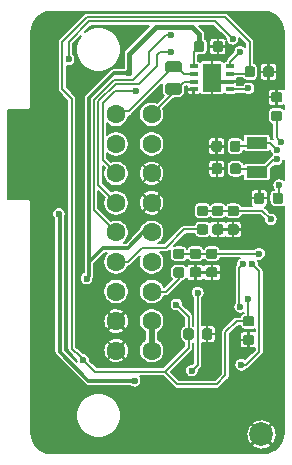
<source format=gbr>
G04 #@! TF.GenerationSoftware,KiCad,Pcbnew,(5.1.5)-3*
G04 #@! TF.CreationDate,2020-06-09T15:55:59-06:00*
G04 #@! TF.ProjectId,CruiseController,43727569-7365-4436-9f6e-74726f6c6c65,rev?*
G04 #@! TF.SameCoordinates,Original*
G04 #@! TF.FileFunction,Copper,L1,Top*
G04 #@! TF.FilePolarity,Positive*
%FSLAX46Y46*%
G04 Gerber Fmt 4.6, Leading zero omitted, Abs format (unit mm)*
G04 Created by KiCad (PCBNEW (5.1.5)-3) date 2020-06-09 15:55:59*
%MOMM*%
%LPD*%
G04 APERTURE LIST*
%ADD10R,1.800000X1.000000*%
%ADD11C,0.100000*%
%ADD12C,2.000000*%
%ADD13C,1.600000*%
%ADD14R,1.550000X2.400000*%
%ADD15R,0.650000X0.350000*%
%ADD16C,0.600000*%
%ADD17C,0.300000*%
%ADD18C,0.200000*%
%ADD19C,0.400000*%
%ADD20C,0.500000*%
%ADD21C,0.154000*%
G04 APERTURE END LIST*
D10*
X119400000Y-81400000D03*
X119400000Y-83900000D03*
G04 #@! TA.AperFunction,SMDPad,CuDef*
D11*
G36*
X116265191Y-83126053D02*
G01*
X116286426Y-83129203D01*
X116307250Y-83134419D01*
X116327462Y-83141651D01*
X116346868Y-83150830D01*
X116365281Y-83161866D01*
X116382524Y-83174654D01*
X116398430Y-83189070D01*
X116412846Y-83204976D01*
X116425634Y-83222219D01*
X116436670Y-83240632D01*
X116445849Y-83260038D01*
X116453081Y-83280250D01*
X116458297Y-83301074D01*
X116461447Y-83322309D01*
X116462500Y-83343750D01*
X116462500Y-83856250D01*
X116461447Y-83877691D01*
X116458297Y-83898926D01*
X116453081Y-83919750D01*
X116445849Y-83939962D01*
X116436670Y-83959368D01*
X116425634Y-83977781D01*
X116412846Y-83995024D01*
X116398430Y-84010930D01*
X116382524Y-84025346D01*
X116365281Y-84038134D01*
X116346868Y-84049170D01*
X116327462Y-84058349D01*
X116307250Y-84065581D01*
X116286426Y-84070797D01*
X116265191Y-84073947D01*
X116243750Y-84075000D01*
X115806250Y-84075000D01*
X115784809Y-84073947D01*
X115763574Y-84070797D01*
X115742750Y-84065581D01*
X115722538Y-84058349D01*
X115703132Y-84049170D01*
X115684719Y-84038134D01*
X115667476Y-84025346D01*
X115651570Y-84010930D01*
X115637154Y-83995024D01*
X115624366Y-83977781D01*
X115613330Y-83959368D01*
X115604151Y-83939962D01*
X115596919Y-83919750D01*
X115591703Y-83898926D01*
X115588553Y-83877691D01*
X115587500Y-83856250D01*
X115587500Y-83343750D01*
X115588553Y-83322309D01*
X115591703Y-83301074D01*
X115596919Y-83280250D01*
X115604151Y-83260038D01*
X115613330Y-83240632D01*
X115624366Y-83222219D01*
X115637154Y-83204976D01*
X115651570Y-83189070D01*
X115667476Y-83174654D01*
X115684719Y-83161866D01*
X115703132Y-83150830D01*
X115722538Y-83141651D01*
X115742750Y-83134419D01*
X115763574Y-83129203D01*
X115784809Y-83126053D01*
X115806250Y-83125000D01*
X116243750Y-83125000D01*
X116265191Y-83126053D01*
G37*
G04 #@! TD.AperFunction*
G04 #@! TA.AperFunction,SMDPad,CuDef*
G36*
X117840191Y-83126053D02*
G01*
X117861426Y-83129203D01*
X117882250Y-83134419D01*
X117902462Y-83141651D01*
X117921868Y-83150830D01*
X117940281Y-83161866D01*
X117957524Y-83174654D01*
X117973430Y-83189070D01*
X117987846Y-83204976D01*
X118000634Y-83222219D01*
X118011670Y-83240632D01*
X118020849Y-83260038D01*
X118028081Y-83280250D01*
X118033297Y-83301074D01*
X118036447Y-83322309D01*
X118037500Y-83343750D01*
X118037500Y-83856250D01*
X118036447Y-83877691D01*
X118033297Y-83898926D01*
X118028081Y-83919750D01*
X118020849Y-83939962D01*
X118011670Y-83959368D01*
X118000634Y-83977781D01*
X117987846Y-83995024D01*
X117973430Y-84010930D01*
X117957524Y-84025346D01*
X117940281Y-84038134D01*
X117921868Y-84049170D01*
X117902462Y-84058349D01*
X117882250Y-84065581D01*
X117861426Y-84070797D01*
X117840191Y-84073947D01*
X117818750Y-84075000D01*
X117381250Y-84075000D01*
X117359809Y-84073947D01*
X117338574Y-84070797D01*
X117317750Y-84065581D01*
X117297538Y-84058349D01*
X117278132Y-84049170D01*
X117259719Y-84038134D01*
X117242476Y-84025346D01*
X117226570Y-84010930D01*
X117212154Y-83995024D01*
X117199366Y-83977781D01*
X117188330Y-83959368D01*
X117179151Y-83939962D01*
X117171919Y-83919750D01*
X117166703Y-83898926D01*
X117163553Y-83877691D01*
X117162500Y-83856250D01*
X117162500Y-83343750D01*
X117163553Y-83322309D01*
X117166703Y-83301074D01*
X117171919Y-83280250D01*
X117179151Y-83260038D01*
X117188330Y-83240632D01*
X117199366Y-83222219D01*
X117212154Y-83204976D01*
X117226570Y-83189070D01*
X117242476Y-83174654D01*
X117259719Y-83161866D01*
X117278132Y-83150830D01*
X117297538Y-83141651D01*
X117317750Y-83134419D01*
X117338574Y-83129203D01*
X117359809Y-83126053D01*
X117381250Y-83125000D01*
X117818750Y-83125000D01*
X117840191Y-83126053D01*
G37*
G04 #@! TD.AperFunction*
G04 #@! TA.AperFunction,SMDPad,CuDef*
G36*
X116240191Y-81226053D02*
G01*
X116261426Y-81229203D01*
X116282250Y-81234419D01*
X116302462Y-81241651D01*
X116321868Y-81250830D01*
X116340281Y-81261866D01*
X116357524Y-81274654D01*
X116373430Y-81289070D01*
X116387846Y-81304976D01*
X116400634Y-81322219D01*
X116411670Y-81340632D01*
X116420849Y-81360038D01*
X116428081Y-81380250D01*
X116433297Y-81401074D01*
X116436447Y-81422309D01*
X116437500Y-81443750D01*
X116437500Y-81956250D01*
X116436447Y-81977691D01*
X116433297Y-81998926D01*
X116428081Y-82019750D01*
X116420849Y-82039962D01*
X116411670Y-82059368D01*
X116400634Y-82077781D01*
X116387846Y-82095024D01*
X116373430Y-82110930D01*
X116357524Y-82125346D01*
X116340281Y-82138134D01*
X116321868Y-82149170D01*
X116302462Y-82158349D01*
X116282250Y-82165581D01*
X116261426Y-82170797D01*
X116240191Y-82173947D01*
X116218750Y-82175000D01*
X115781250Y-82175000D01*
X115759809Y-82173947D01*
X115738574Y-82170797D01*
X115717750Y-82165581D01*
X115697538Y-82158349D01*
X115678132Y-82149170D01*
X115659719Y-82138134D01*
X115642476Y-82125346D01*
X115626570Y-82110930D01*
X115612154Y-82095024D01*
X115599366Y-82077781D01*
X115588330Y-82059368D01*
X115579151Y-82039962D01*
X115571919Y-82019750D01*
X115566703Y-81998926D01*
X115563553Y-81977691D01*
X115562500Y-81956250D01*
X115562500Y-81443750D01*
X115563553Y-81422309D01*
X115566703Y-81401074D01*
X115571919Y-81380250D01*
X115579151Y-81360038D01*
X115588330Y-81340632D01*
X115599366Y-81322219D01*
X115612154Y-81304976D01*
X115626570Y-81289070D01*
X115642476Y-81274654D01*
X115659719Y-81261866D01*
X115678132Y-81250830D01*
X115697538Y-81241651D01*
X115717750Y-81234419D01*
X115738574Y-81229203D01*
X115759809Y-81226053D01*
X115781250Y-81225000D01*
X116218750Y-81225000D01*
X116240191Y-81226053D01*
G37*
G04 #@! TD.AperFunction*
G04 #@! TA.AperFunction,SMDPad,CuDef*
G36*
X117815191Y-81226053D02*
G01*
X117836426Y-81229203D01*
X117857250Y-81234419D01*
X117877462Y-81241651D01*
X117896868Y-81250830D01*
X117915281Y-81261866D01*
X117932524Y-81274654D01*
X117948430Y-81289070D01*
X117962846Y-81304976D01*
X117975634Y-81322219D01*
X117986670Y-81340632D01*
X117995849Y-81360038D01*
X118003081Y-81380250D01*
X118008297Y-81401074D01*
X118011447Y-81422309D01*
X118012500Y-81443750D01*
X118012500Y-81956250D01*
X118011447Y-81977691D01*
X118008297Y-81998926D01*
X118003081Y-82019750D01*
X117995849Y-82039962D01*
X117986670Y-82059368D01*
X117975634Y-82077781D01*
X117962846Y-82095024D01*
X117948430Y-82110930D01*
X117932524Y-82125346D01*
X117915281Y-82138134D01*
X117896868Y-82149170D01*
X117877462Y-82158349D01*
X117857250Y-82165581D01*
X117836426Y-82170797D01*
X117815191Y-82173947D01*
X117793750Y-82175000D01*
X117356250Y-82175000D01*
X117334809Y-82173947D01*
X117313574Y-82170797D01*
X117292750Y-82165581D01*
X117272538Y-82158349D01*
X117253132Y-82149170D01*
X117234719Y-82138134D01*
X117217476Y-82125346D01*
X117201570Y-82110930D01*
X117187154Y-82095024D01*
X117174366Y-82077781D01*
X117163330Y-82059368D01*
X117154151Y-82039962D01*
X117146919Y-82019750D01*
X117141703Y-81998926D01*
X117138553Y-81977691D01*
X117137500Y-81956250D01*
X117137500Y-81443750D01*
X117138553Y-81422309D01*
X117141703Y-81401074D01*
X117146919Y-81380250D01*
X117154151Y-81360038D01*
X117163330Y-81340632D01*
X117174366Y-81322219D01*
X117187154Y-81304976D01*
X117201570Y-81289070D01*
X117217476Y-81274654D01*
X117234719Y-81261866D01*
X117253132Y-81250830D01*
X117272538Y-81241651D01*
X117292750Y-81234419D01*
X117313574Y-81229203D01*
X117334809Y-81226053D01*
X117356250Y-81225000D01*
X117793750Y-81225000D01*
X117815191Y-81226053D01*
G37*
G04 #@! TD.AperFunction*
D12*
X119800000Y-106100000D03*
D13*
X107500000Y-79000000D03*
X107500000Y-81500000D03*
X107500000Y-84000000D03*
X107500000Y-86500000D03*
X107500000Y-89000000D03*
X107500000Y-91500000D03*
X107500000Y-94000000D03*
X107500000Y-96500000D03*
X110500000Y-79000000D03*
X110500000Y-81500000D03*
X110500000Y-84000000D03*
X110500000Y-86500000D03*
X110500000Y-89000000D03*
X110500000Y-91500000D03*
X110500000Y-94000000D03*
X110500000Y-96500000D03*
X107500000Y-99000000D03*
X110500000Y-99000000D03*
G04 #@! TA.AperFunction,SMDPad,CuDef*
D11*
G36*
X112830142Y-76351174D02*
G01*
X112853803Y-76354684D01*
X112877007Y-76360496D01*
X112899529Y-76368554D01*
X112921153Y-76378782D01*
X112941670Y-76391079D01*
X112960883Y-76405329D01*
X112978607Y-76421393D01*
X112994671Y-76439117D01*
X113008921Y-76458330D01*
X113021218Y-76478847D01*
X113031446Y-76500471D01*
X113039504Y-76522993D01*
X113045316Y-76546197D01*
X113048826Y-76569858D01*
X113050000Y-76593750D01*
X113050000Y-77081250D01*
X113048826Y-77105142D01*
X113045316Y-77128803D01*
X113039504Y-77152007D01*
X113031446Y-77174529D01*
X113021218Y-77196153D01*
X113008921Y-77216670D01*
X112994671Y-77235883D01*
X112978607Y-77253607D01*
X112960883Y-77269671D01*
X112941670Y-77283921D01*
X112921153Y-77296218D01*
X112899529Y-77306446D01*
X112877007Y-77314504D01*
X112853803Y-77320316D01*
X112830142Y-77323826D01*
X112806250Y-77325000D01*
X111893750Y-77325000D01*
X111869858Y-77323826D01*
X111846197Y-77320316D01*
X111822993Y-77314504D01*
X111800471Y-77306446D01*
X111778847Y-77296218D01*
X111758330Y-77283921D01*
X111739117Y-77269671D01*
X111721393Y-77253607D01*
X111705329Y-77235883D01*
X111691079Y-77216670D01*
X111678782Y-77196153D01*
X111668554Y-77174529D01*
X111660496Y-77152007D01*
X111654684Y-77128803D01*
X111651174Y-77105142D01*
X111650000Y-77081250D01*
X111650000Y-76593750D01*
X111651174Y-76569858D01*
X111654684Y-76546197D01*
X111660496Y-76522993D01*
X111668554Y-76500471D01*
X111678782Y-76478847D01*
X111691079Y-76458330D01*
X111705329Y-76439117D01*
X111721393Y-76421393D01*
X111739117Y-76405329D01*
X111758330Y-76391079D01*
X111778847Y-76378782D01*
X111800471Y-76368554D01*
X111822993Y-76360496D01*
X111846197Y-76354684D01*
X111869858Y-76351174D01*
X111893750Y-76350000D01*
X112806250Y-76350000D01*
X112830142Y-76351174D01*
G37*
G04 #@! TD.AperFunction*
G04 #@! TA.AperFunction,SMDPad,CuDef*
G36*
X112830142Y-74476174D02*
G01*
X112853803Y-74479684D01*
X112877007Y-74485496D01*
X112899529Y-74493554D01*
X112921153Y-74503782D01*
X112941670Y-74516079D01*
X112960883Y-74530329D01*
X112978607Y-74546393D01*
X112994671Y-74564117D01*
X113008921Y-74583330D01*
X113021218Y-74603847D01*
X113031446Y-74625471D01*
X113039504Y-74647993D01*
X113045316Y-74671197D01*
X113048826Y-74694858D01*
X113050000Y-74718750D01*
X113050000Y-75206250D01*
X113048826Y-75230142D01*
X113045316Y-75253803D01*
X113039504Y-75277007D01*
X113031446Y-75299529D01*
X113021218Y-75321153D01*
X113008921Y-75341670D01*
X112994671Y-75360883D01*
X112978607Y-75378607D01*
X112960883Y-75394671D01*
X112941670Y-75408921D01*
X112921153Y-75421218D01*
X112899529Y-75431446D01*
X112877007Y-75439504D01*
X112853803Y-75445316D01*
X112830142Y-75448826D01*
X112806250Y-75450000D01*
X111893750Y-75450000D01*
X111869858Y-75448826D01*
X111846197Y-75445316D01*
X111822993Y-75439504D01*
X111800471Y-75431446D01*
X111778847Y-75421218D01*
X111758330Y-75408921D01*
X111739117Y-75394671D01*
X111721393Y-75378607D01*
X111705329Y-75360883D01*
X111691079Y-75341670D01*
X111678782Y-75321153D01*
X111668554Y-75299529D01*
X111660496Y-75277007D01*
X111654684Y-75253803D01*
X111651174Y-75230142D01*
X111650000Y-75206250D01*
X111650000Y-74718750D01*
X111651174Y-74694858D01*
X111654684Y-74671197D01*
X111660496Y-74647993D01*
X111668554Y-74625471D01*
X111678782Y-74603847D01*
X111691079Y-74583330D01*
X111705329Y-74564117D01*
X111721393Y-74546393D01*
X111739117Y-74530329D01*
X111758330Y-74516079D01*
X111778847Y-74503782D01*
X111800471Y-74493554D01*
X111822993Y-74485496D01*
X111846197Y-74479684D01*
X111869858Y-74476174D01*
X111893750Y-74475000D01*
X112806250Y-74475000D01*
X112830142Y-74476174D01*
G37*
G04 #@! TD.AperFunction*
G04 #@! TA.AperFunction,SMDPad,CuDef*
G36*
X113865191Y-97126053D02*
G01*
X113886426Y-97129203D01*
X113907250Y-97134419D01*
X113927462Y-97141651D01*
X113946868Y-97150830D01*
X113965281Y-97161866D01*
X113982524Y-97174654D01*
X113998430Y-97189070D01*
X114012846Y-97204976D01*
X114025634Y-97222219D01*
X114036670Y-97240632D01*
X114045849Y-97260038D01*
X114053081Y-97280250D01*
X114058297Y-97301074D01*
X114061447Y-97322309D01*
X114062500Y-97343750D01*
X114062500Y-97856250D01*
X114061447Y-97877691D01*
X114058297Y-97898926D01*
X114053081Y-97919750D01*
X114045849Y-97939962D01*
X114036670Y-97959368D01*
X114025634Y-97977781D01*
X114012846Y-97995024D01*
X113998430Y-98010930D01*
X113982524Y-98025346D01*
X113965281Y-98038134D01*
X113946868Y-98049170D01*
X113927462Y-98058349D01*
X113907250Y-98065581D01*
X113886426Y-98070797D01*
X113865191Y-98073947D01*
X113843750Y-98075000D01*
X113406250Y-98075000D01*
X113384809Y-98073947D01*
X113363574Y-98070797D01*
X113342750Y-98065581D01*
X113322538Y-98058349D01*
X113303132Y-98049170D01*
X113284719Y-98038134D01*
X113267476Y-98025346D01*
X113251570Y-98010930D01*
X113237154Y-97995024D01*
X113224366Y-97977781D01*
X113213330Y-97959368D01*
X113204151Y-97939962D01*
X113196919Y-97919750D01*
X113191703Y-97898926D01*
X113188553Y-97877691D01*
X113187500Y-97856250D01*
X113187500Y-97343750D01*
X113188553Y-97322309D01*
X113191703Y-97301074D01*
X113196919Y-97280250D01*
X113204151Y-97260038D01*
X113213330Y-97240632D01*
X113224366Y-97222219D01*
X113237154Y-97204976D01*
X113251570Y-97189070D01*
X113267476Y-97174654D01*
X113284719Y-97161866D01*
X113303132Y-97150830D01*
X113322538Y-97141651D01*
X113342750Y-97134419D01*
X113363574Y-97129203D01*
X113384809Y-97126053D01*
X113406250Y-97125000D01*
X113843750Y-97125000D01*
X113865191Y-97126053D01*
G37*
G04 #@! TD.AperFunction*
G04 #@! TA.AperFunction,SMDPad,CuDef*
G36*
X115440191Y-97126053D02*
G01*
X115461426Y-97129203D01*
X115482250Y-97134419D01*
X115502462Y-97141651D01*
X115521868Y-97150830D01*
X115540281Y-97161866D01*
X115557524Y-97174654D01*
X115573430Y-97189070D01*
X115587846Y-97204976D01*
X115600634Y-97222219D01*
X115611670Y-97240632D01*
X115620849Y-97260038D01*
X115628081Y-97280250D01*
X115633297Y-97301074D01*
X115636447Y-97322309D01*
X115637500Y-97343750D01*
X115637500Y-97856250D01*
X115636447Y-97877691D01*
X115633297Y-97898926D01*
X115628081Y-97919750D01*
X115620849Y-97939962D01*
X115611670Y-97959368D01*
X115600634Y-97977781D01*
X115587846Y-97995024D01*
X115573430Y-98010930D01*
X115557524Y-98025346D01*
X115540281Y-98038134D01*
X115521868Y-98049170D01*
X115502462Y-98058349D01*
X115482250Y-98065581D01*
X115461426Y-98070797D01*
X115440191Y-98073947D01*
X115418750Y-98075000D01*
X114981250Y-98075000D01*
X114959809Y-98073947D01*
X114938574Y-98070797D01*
X114917750Y-98065581D01*
X114897538Y-98058349D01*
X114878132Y-98049170D01*
X114859719Y-98038134D01*
X114842476Y-98025346D01*
X114826570Y-98010930D01*
X114812154Y-97995024D01*
X114799366Y-97977781D01*
X114788330Y-97959368D01*
X114779151Y-97939962D01*
X114771919Y-97919750D01*
X114766703Y-97898926D01*
X114763553Y-97877691D01*
X114762500Y-97856250D01*
X114762500Y-97343750D01*
X114763553Y-97322309D01*
X114766703Y-97301074D01*
X114771919Y-97280250D01*
X114779151Y-97260038D01*
X114788330Y-97240632D01*
X114799366Y-97222219D01*
X114812154Y-97204976D01*
X114826570Y-97189070D01*
X114842476Y-97174654D01*
X114859719Y-97161866D01*
X114878132Y-97150830D01*
X114897538Y-97141651D01*
X114917750Y-97134419D01*
X114938574Y-97129203D01*
X114959809Y-97126053D01*
X114981250Y-97125000D01*
X115418750Y-97125000D01*
X115440191Y-97126053D01*
G37*
G04 #@! TD.AperFunction*
G04 #@! TA.AperFunction,SMDPad,CuDef*
G36*
X116377691Y-86726053D02*
G01*
X116398926Y-86729203D01*
X116419750Y-86734419D01*
X116439962Y-86741651D01*
X116459368Y-86750830D01*
X116477781Y-86761866D01*
X116495024Y-86774654D01*
X116510930Y-86789070D01*
X116525346Y-86804976D01*
X116538134Y-86822219D01*
X116549170Y-86840632D01*
X116558349Y-86860038D01*
X116565581Y-86880250D01*
X116570797Y-86901074D01*
X116573947Y-86922309D01*
X116575000Y-86943750D01*
X116575000Y-87381250D01*
X116573947Y-87402691D01*
X116570797Y-87423926D01*
X116565581Y-87444750D01*
X116558349Y-87464962D01*
X116549170Y-87484368D01*
X116538134Y-87502781D01*
X116525346Y-87520024D01*
X116510930Y-87535930D01*
X116495024Y-87550346D01*
X116477781Y-87563134D01*
X116459368Y-87574170D01*
X116439962Y-87583349D01*
X116419750Y-87590581D01*
X116398926Y-87595797D01*
X116377691Y-87598947D01*
X116356250Y-87600000D01*
X115843750Y-87600000D01*
X115822309Y-87598947D01*
X115801074Y-87595797D01*
X115780250Y-87590581D01*
X115760038Y-87583349D01*
X115740632Y-87574170D01*
X115722219Y-87563134D01*
X115704976Y-87550346D01*
X115689070Y-87535930D01*
X115674654Y-87520024D01*
X115661866Y-87502781D01*
X115650830Y-87484368D01*
X115641651Y-87464962D01*
X115634419Y-87444750D01*
X115629203Y-87423926D01*
X115626053Y-87402691D01*
X115625000Y-87381250D01*
X115625000Y-86943750D01*
X115626053Y-86922309D01*
X115629203Y-86901074D01*
X115634419Y-86880250D01*
X115641651Y-86860038D01*
X115650830Y-86840632D01*
X115661866Y-86822219D01*
X115674654Y-86804976D01*
X115689070Y-86789070D01*
X115704976Y-86774654D01*
X115722219Y-86761866D01*
X115740632Y-86750830D01*
X115760038Y-86741651D01*
X115780250Y-86734419D01*
X115801074Y-86729203D01*
X115822309Y-86726053D01*
X115843750Y-86725000D01*
X116356250Y-86725000D01*
X116377691Y-86726053D01*
G37*
G04 #@! TD.AperFunction*
G04 #@! TA.AperFunction,SMDPad,CuDef*
G36*
X116377691Y-88301053D02*
G01*
X116398926Y-88304203D01*
X116419750Y-88309419D01*
X116439962Y-88316651D01*
X116459368Y-88325830D01*
X116477781Y-88336866D01*
X116495024Y-88349654D01*
X116510930Y-88364070D01*
X116525346Y-88379976D01*
X116538134Y-88397219D01*
X116549170Y-88415632D01*
X116558349Y-88435038D01*
X116565581Y-88455250D01*
X116570797Y-88476074D01*
X116573947Y-88497309D01*
X116575000Y-88518750D01*
X116575000Y-88956250D01*
X116573947Y-88977691D01*
X116570797Y-88998926D01*
X116565581Y-89019750D01*
X116558349Y-89039962D01*
X116549170Y-89059368D01*
X116538134Y-89077781D01*
X116525346Y-89095024D01*
X116510930Y-89110930D01*
X116495024Y-89125346D01*
X116477781Y-89138134D01*
X116459368Y-89149170D01*
X116439962Y-89158349D01*
X116419750Y-89165581D01*
X116398926Y-89170797D01*
X116377691Y-89173947D01*
X116356250Y-89175000D01*
X115843750Y-89175000D01*
X115822309Y-89173947D01*
X115801074Y-89170797D01*
X115780250Y-89165581D01*
X115760038Y-89158349D01*
X115740632Y-89149170D01*
X115722219Y-89138134D01*
X115704976Y-89125346D01*
X115689070Y-89110930D01*
X115674654Y-89095024D01*
X115661866Y-89077781D01*
X115650830Y-89059368D01*
X115641651Y-89039962D01*
X115634419Y-89019750D01*
X115629203Y-88998926D01*
X115626053Y-88977691D01*
X115625000Y-88956250D01*
X115625000Y-88518750D01*
X115626053Y-88497309D01*
X115629203Y-88476074D01*
X115634419Y-88455250D01*
X115641651Y-88435038D01*
X115650830Y-88415632D01*
X115661866Y-88397219D01*
X115674654Y-88379976D01*
X115689070Y-88364070D01*
X115704976Y-88349654D01*
X115722219Y-88336866D01*
X115740632Y-88325830D01*
X115760038Y-88316651D01*
X115780250Y-88309419D01*
X115801074Y-88304203D01*
X115822309Y-88301053D01*
X115843750Y-88300000D01*
X116356250Y-88300000D01*
X116377691Y-88301053D01*
G37*
G04 #@! TD.AperFunction*
G04 #@! TA.AperFunction,SMDPad,CuDef*
G36*
X115077691Y-88301053D02*
G01*
X115098926Y-88304203D01*
X115119750Y-88309419D01*
X115139962Y-88316651D01*
X115159368Y-88325830D01*
X115177781Y-88336866D01*
X115195024Y-88349654D01*
X115210930Y-88364070D01*
X115225346Y-88379976D01*
X115238134Y-88397219D01*
X115249170Y-88415632D01*
X115258349Y-88435038D01*
X115265581Y-88455250D01*
X115270797Y-88476074D01*
X115273947Y-88497309D01*
X115275000Y-88518750D01*
X115275000Y-88956250D01*
X115273947Y-88977691D01*
X115270797Y-88998926D01*
X115265581Y-89019750D01*
X115258349Y-89039962D01*
X115249170Y-89059368D01*
X115238134Y-89077781D01*
X115225346Y-89095024D01*
X115210930Y-89110930D01*
X115195024Y-89125346D01*
X115177781Y-89138134D01*
X115159368Y-89149170D01*
X115139962Y-89158349D01*
X115119750Y-89165581D01*
X115098926Y-89170797D01*
X115077691Y-89173947D01*
X115056250Y-89175000D01*
X114543750Y-89175000D01*
X114522309Y-89173947D01*
X114501074Y-89170797D01*
X114480250Y-89165581D01*
X114460038Y-89158349D01*
X114440632Y-89149170D01*
X114422219Y-89138134D01*
X114404976Y-89125346D01*
X114389070Y-89110930D01*
X114374654Y-89095024D01*
X114361866Y-89077781D01*
X114350830Y-89059368D01*
X114341651Y-89039962D01*
X114334419Y-89019750D01*
X114329203Y-88998926D01*
X114326053Y-88977691D01*
X114325000Y-88956250D01*
X114325000Y-88518750D01*
X114326053Y-88497309D01*
X114329203Y-88476074D01*
X114334419Y-88455250D01*
X114341651Y-88435038D01*
X114350830Y-88415632D01*
X114361866Y-88397219D01*
X114374654Y-88379976D01*
X114389070Y-88364070D01*
X114404976Y-88349654D01*
X114422219Y-88336866D01*
X114440632Y-88325830D01*
X114460038Y-88316651D01*
X114480250Y-88309419D01*
X114501074Y-88304203D01*
X114522309Y-88301053D01*
X114543750Y-88300000D01*
X115056250Y-88300000D01*
X115077691Y-88301053D01*
G37*
G04 #@! TD.AperFunction*
G04 #@! TA.AperFunction,SMDPad,CuDef*
G36*
X115077691Y-86726053D02*
G01*
X115098926Y-86729203D01*
X115119750Y-86734419D01*
X115139962Y-86741651D01*
X115159368Y-86750830D01*
X115177781Y-86761866D01*
X115195024Y-86774654D01*
X115210930Y-86789070D01*
X115225346Y-86804976D01*
X115238134Y-86822219D01*
X115249170Y-86840632D01*
X115258349Y-86860038D01*
X115265581Y-86880250D01*
X115270797Y-86901074D01*
X115273947Y-86922309D01*
X115275000Y-86943750D01*
X115275000Y-87381250D01*
X115273947Y-87402691D01*
X115270797Y-87423926D01*
X115265581Y-87444750D01*
X115258349Y-87464962D01*
X115249170Y-87484368D01*
X115238134Y-87502781D01*
X115225346Y-87520024D01*
X115210930Y-87535930D01*
X115195024Y-87550346D01*
X115177781Y-87563134D01*
X115159368Y-87574170D01*
X115139962Y-87583349D01*
X115119750Y-87590581D01*
X115098926Y-87595797D01*
X115077691Y-87598947D01*
X115056250Y-87600000D01*
X114543750Y-87600000D01*
X114522309Y-87598947D01*
X114501074Y-87595797D01*
X114480250Y-87590581D01*
X114460038Y-87583349D01*
X114440632Y-87574170D01*
X114422219Y-87563134D01*
X114404976Y-87550346D01*
X114389070Y-87535930D01*
X114374654Y-87520024D01*
X114361866Y-87502781D01*
X114350830Y-87484368D01*
X114341651Y-87464962D01*
X114334419Y-87444750D01*
X114329203Y-87423926D01*
X114326053Y-87402691D01*
X114325000Y-87381250D01*
X114325000Y-86943750D01*
X114326053Y-86922309D01*
X114329203Y-86901074D01*
X114334419Y-86880250D01*
X114341651Y-86860038D01*
X114350830Y-86840632D01*
X114361866Y-86822219D01*
X114374654Y-86804976D01*
X114389070Y-86789070D01*
X114404976Y-86774654D01*
X114422219Y-86761866D01*
X114440632Y-86750830D01*
X114460038Y-86741651D01*
X114480250Y-86734419D01*
X114501074Y-86729203D01*
X114522309Y-86726053D01*
X114543750Y-86725000D01*
X115056250Y-86725000D01*
X115077691Y-86726053D01*
G37*
G04 #@! TD.AperFunction*
G04 #@! TA.AperFunction,SMDPad,CuDef*
G36*
X115877691Y-90363553D02*
G01*
X115898926Y-90366703D01*
X115919750Y-90371919D01*
X115939962Y-90379151D01*
X115959368Y-90388330D01*
X115977781Y-90399366D01*
X115995024Y-90412154D01*
X116010930Y-90426570D01*
X116025346Y-90442476D01*
X116038134Y-90459719D01*
X116049170Y-90478132D01*
X116058349Y-90497538D01*
X116065581Y-90517750D01*
X116070797Y-90538574D01*
X116073947Y-90559809D01*
X116075000Y-90581250D01*
X116075000Y-91018750D01*
X116073947Y-91040191D01*
X116070797Y-91061426D01*
X116065581Y-91082250D01*
X116058349Y-91102462D01*
X116049170Y-91121868D01*
X116038134Y-91140281D01*
X116025346Y-91157524D01*
X116010930Y-91173430D01*
X115995024Y-91187846D01*
X115977781Y-91200634D01*
X115959368Y-91211670D01*
X115939962Y-91220849D01*
X115919750Y-91228081D01*
X115898926Y-91233297D01*
X115877691Y-91236447D01*
X115856250Y-91237500D01*
X115343750Y-91237500D01*
X115322309Y-91236447D01*
X115301074Y-91233297D01*
X115280250Y-91228081D01*
X115260038Y-91220849D01*
X115240632Y-91211670D01*
X115222219Y-91200634D01*
X115204976Y-91187846D01*
X115189070Y-91173430D01*
X115174654Y-91157524D01*
X115161866Y-91140281D01*
X115150830Y-91121868D01*
X115141651Y-91102462D01*
X115134419Y-91082250D01*
X115129203Y-91061426D01*
X115126053Y-91040191D01*
X115125000Y-91018750D01*
X115125000Y-90581250D01*
X115126053Y-90559809D01*
X115129203Y-90538574D01*
X115134419Y-90517750D01*
X115141651Y-90497538D01*
X115150830Y-90478132D01*
X115161866Y-90459719D01*
X115174654Y-90442476D01*
X115189070Y-90426570D01*
X115204976Y-90412154D01*
X115222219Y-90399366D01*
X115240632Y-90388330D01*
X115260038Y-90379151D01*
X115280250Y-90371919D01*
X115301074Y-90366703D01*
X115322309Y-90363553D01*
X115343750Y-90362500D01*
X115856250Y-90362500D01*
X115877691Y-90363553D01*
G37*
G04 #@! TD.AperFunction*
G04 #@! TA.AperFunction,SMDPad,CuDef*
G36*
X115877691Y-91938553D02*
G01*
X115898926Y-91941703D01*
X115919750Y-91946919D01*
X115939962Y-91954151D01*
X115959368Y-91963330D01*
X115977781Y-91974366D01*
X115995024Y-91987154D01*
X116010930Y-92001570D01*
X116025346Y-92017476D01*
X116038134Y-92034719D01*
X116049170Y-92053132D01*
X116058349Y-92072538D01*
X116065581Y-92092750D01*
X116070797Y-92113574D01*
X116073947Y-92134809D01*
X116075000Y-92156250D01*
X116075000Y-92593750D01*
X116073947Y-92615191D01*
X116070797Y-92636426D01*
X116065581Y-92657250D01*
X116058349Y-92677462D01*
X116049170Y-92696868D01*
X116038134Y-92715281D01*
X116025346Y-92732524D01*
X116010930Y-92748430D01*
X115995024Y-92762846D01*
X115977781Y-92775634D01*
X115959368Y-92786670D01*
X115939962Y-92795849D01*
X115919750Y-92803081D01*
X115898926Y-92808297D01*
X115877691Y-92811447D01*
X115856250Y-92812500D01*
X115343750Y-92812500D01*
X115322309Y-92811447D01*
X115301074Y-92808297D01*
X115280250Y-92803081D01*
X115260038Y-92795849D01*
X115240632Y-92786670D01*
X115222219Y-92775634D01*
X115204976Y-92762846D01*
X115189070Y-92748430D01*
X115174654Y-92732524D01*
X115161866Y-92715281D01*
X115150830Y-92696868D01*
X115141651Y-92677462D01*
X115134419Y-92657250D01*
X115129203Y-92636426D01*
X115126053Y-92615191D01*
X115125000Y-92593750D01*
X115125000Y-92156250D01*
X115126053Y-92134809D01*
X115129203Y-92113574D01*
X115134419Y-92092750D01*
X115141651Y-92072538D01*
X115150830Y-92053132D01*
X115161866Y-92034719D01*
X115174654Y-92017476D01*
X115189070Y-92001570D01*
X115204976Y-91987154D01*
X115222219Y-91974366D01*
X115240632Y-91963330D01*
X115260038Y-91954151D01*
X115280250Y-91946919D01*
X115301074Y-91941703D01*
X115322309Y-91938553D01*
X115343750Y-91937500D01*
X115856250Y-91937500D01*
X115877691Y-91938553D01*
G37*
G04 #@! TD.AperFunction*
G04 #@! TA.AperFunction,SMDPad,CuDef*
G36*
X119852691Y-85626053D02*
G01*
X119873926Y-85629203D01*
X119894750Y-85634419D01*
X119914962Y-85641651D01*
X119934368Y-85650830D01*
X119952781Y-85661866D01*
X119970024Y-85674654D01*
X119985930Y-85689070D01*
X120000346Y-85704976D01*
X120013134Y-85722219D01*
X120024170Y-85740632D01*
X120033349Y-85760038D01*
X120040581Y-85780250D01*
X120045797Y-85801074D01*
X120048947Y-85822309D01*
X120050000Y-85843750D01*
X120050000Y-86356250D01*
X120048947Y-86377691D01*
X120045797Y-86398926D01*
X120040581Y-86419750D01*
X120033349Y-86439962D01*
X120024170Y-86459368D01*
X120013134Y-86477781D01*
X120000346Y-86495024D01*
X119985930Y-86510930D01*
X119970024Y-86525346D01*
X119952781Y-86538134D01*
X119934368Y-86549170D01*
X119914962Y-86558349D01*
X119894750Y-86565581D01*
X119873926Y-86570797D01*
X119852691Y-86573947D01*
X119831250Y-86575000D01*
X119393750Y-86575000D01*
X119372309Y-86573947D01*
X119351074Y-86570797D01*
X119330250Y-86565581D01*
X119310038Y-86558349D01*
X119290632Y-86549170D01*
X119272219Y-86538134D01*
X119254976Y-86525346D01*
X119239070Y-86510930D01*
X119224654Y-86495024D01*
X119211866Y-86477781D01*
X119200830Y-86459368D01*
X119191651Y-86439962D01*
X119184419Y-86419750D01*
X119179203Y-86398926D01*
X119176053Y-86377691D01*
X119175000Y-86356250D01*
X119175000Y-85843750D01*
X119176053Y-85822309D01*
X119179203Y-85801074D01*
X119184419Y-85780250D01*
X119191651Y-85760038D01*
X119200830Y-85740632D01*
X119211866Y-85722219D01*
X119224654Y-85704976D01*
X119239070Y-85689070D01*
X119254976Y-85674654D01*
X119272219Y-85661866D01*
X119290632Y-85650830D01*
X119310038Y-85641651D01*
X119330250Y-85634419D01*
X119351074Y-85629203D01*
X119372309Y-85626053D01*
X119393750Y-85625000D01*
X119831250Y-85625000D01*
X119852691Y-85626053D01*
G37*
G04 #@! TD.AperFunction*
G04 #@! TA.AperFunction,SMDPad,CuDef*
G36*
X121427691Y-85626053D02*
G01*
X121448926Y-85629203D01*
X121469750Y-85634419D01*
X121489962Y-85641651D01*
X121509368Y-85650830D01*
X121527781Y-85661866D01*
X121545024Y-85674654D01*
X121560930Y-85689070D01*
X121575346Y-85704976D01*
X121588134Y-85722219D01*
X121599170Y-85740632D01*
X121608349Y-85760038D01*
X121615581Y-85780250D01*
X121620797Y-85801074D01*
X121623947Y-85822309D01*
X121625000Y-85843750D01*
X121625000Y-86356250D01*
X121623947Y-86377691D01*
X121620797Y-86398926D01*
X121615581Y-86419750D01*
X121608349Y-86439962D01*
X121599170Y-86459368D01*
X121588134Y-86477781D01*
X121575346Y-86495024D01*
X121560930Y-86510930D01*
X121545024Y-86525346D01*
X121527781Y-86538134D01*
X121509368Y-86549170D01*
X121489962Y-86558349D01*
X121469750Y-86565581D01*
X121448926Y-86570797D01*
X121427691Y-86573947D01*
X121406250Y-86575000D01*
X120968750Y-86575000D01*
X120947309Y-86573947D01*
X120926074Y-86570797D01*
X120905250Y-86565581D01*
X120885038Y-86558349D01*
X120865632Y-86549170D01*
X120847219Y-86538134D01*
X120829976Y-86525346D01*
X120814070Y-86510930D01*
X120799654Y-86495024D01*
X120786866Y-86477781D01*
X120775830Y-86459368D01*
X120766651Y-86439962D01*
X120759419Y-86419750D01*
X120754203Y-86398926D01*
X120751053Y-86377691D01*
X120750000Y-86356250D01*
X120750000Y-85843750D01*
X120751053Y-85822309D01*
X120754203Y-85801074D01*
X120759419Y-85780250D01*
X120766651Y-85760038D01*
X120775830Y-85740632D01*
X120786866Y-85722219D01*
X120799654Y-85704976D01*
X120814070Y-85689070D01*
X120829976Y-85674654D01*
X120847219Y-85661866D01*
X120865632Y-85650830D01*
X120885038Y-85641651D01*
X120905250Y-85634419D01*
X120926074Y-85629203D01*
X120947309Y-85626053D01*
X120968750Y-85625000D01*
X121406250Y-85625000D01*
X121427691Y-85626053D01*
G37*
G04 #@! TD.AperFunction*
G04 #@! TA.AperFunction,SMDPad,CuDef*
G36*
X120627691Y-74926053D02*
G01*
X120648926Y-74929203D01*
X120669750Y-74934419D01*
X120689962Y-74941651D01*
X120709368Y-74950830D01*
X120727781Y-74961866D01*
X120745024Y-74974654D01*
X120760930Y-74989070D01*
X120775346Y-75004976D01*
X120788134Y-75022219D01*
X120799170Y-75040632D01*
X120808349Y-75060038D01*
X120815581Y-75080250D01*
X120820797Y-75101074D01*
X120823947Y-75122309D01*
X120825000Y-75143750D01*
X120825000Y-75656250D01*
X120823947Y-75677691D01*
X120820797Y-75698926D01*
X120815581Y-75719750D01*
X120808349Y-75739962D01*
X120799170Y-75759368D01*
X120788134Y-75777781D01*
X120775346Y-75795024D01*
X120760930Y-75810930D01*
X120745024Y-75825346D01*
X120727781Y-75838134D01*
X120709368Y-75849170D01*
X120689962Y-75858349D01*
X120669750Y-75865581D01*
X120648926Y-75870797D01*
X120627691Y-75873947D01*
X120606250Y-75875000D01*
X120168750Y-75875000D01*
X120147309Y-75873947D01*
X120126074Y-75870797D01*
X120105250Y-75865581D01*
X120085038Y-75858349D01*
X120065632Y-75849170D01*
X120047219Y-75838134D01*
X120029976Y-75825346D01*
X120014070Y-75810930D01*
X119999654Y-75795024D01*
X119986866Y-75777781D01*
X119975830Y-75759368D01*
X119966651Y-75739962D01*
X119959419Y-75719750D01*
X119954203Y-75698926D01*
X119951053Y-75677691D01*
X119950000Y-75656250D01*
X119950000Y-75143750D01*
X119951053Y-75122309D01*
X119954203Y-75101074D01*
X119959419Y-75080250D01*
X119966651Y-75060038D01*
X119975830Y-75040632D01*
X119986866Y-75022219D01*
X119999654Y-75004976D01*
X120014070Y-74989070D01*
X120029976Y-74974654D01*
X120047219Y-74961866D01*
X120065632Y-74950830D01*
X120085038Y-74941651D01*
X120105250Y-74934419D01*
X120126074Y-74929203D01*
X120147309Y-74926053D01*
X120168750Y-74925000D01*
X120606250Y-74925000D01*
X120627691Y-74926053D01*
G37*
G04 #@! TD.AperFunction*
G04 #@! TA.AperFunction,SMDPad,CuDef*
G36*
X119052691Y-74926053D02*
G01*
X119073926Y-74929203D01*
X119094750Y-74934419D01*
X119114962Y-74941651D01*
X119134368Y-74950830D01*
X119152781Y-74961866D01*
X119170024Y-74974654D01*
X119185930Y-74989070D01*
X119200346Y-75004976D01*
X119213134Y-75022219D01*
X119224170Y-75040632D01*
X119233349Y-75060038D01*
X119240581Y-75080250D01*
X119245797Y-75101074D01*
X119248947Y-75122309D01*
X119250000Y-75143750D01*
X119250000Y-75656250D01*
X119248947Y-75677691D01*
X119245797Y-75698926D01*
X119240581Y-75719750D01*
X119233349Y-75739962D01*
X119224170Y-75759368D01*
X119213134Y-75777781D01*
X119200346Y-75795024D01*
X119185930Y-75810930D01*
X119170024Y-75825346D01*
X119152781Y-75838134D01*
X119134368Y-75849170D01*
X119114962Y-75858349D01*
X119094750Y-75865581D01*
X119073926Y-75870797D01*
X119052691Y-75873947D01*
X119031250Y-75875000D01*
X118593750Y-75875000D01*
X118572309Y-75873947D01*
X118551074Y-75870797D01*
X118530250Y-75865581D01*
X118510038Y-75858349D01*
X118490632Y-75849170D01*
X118472219Y-75838134D01*
X118454976Y-75825346D01*
X118439070Y-75810930D01*
X118424654Y-75795024D01*
X118411866Y-75777781D01*
X118400830Y-75759368D01*
X118391651Y-75739962D01*
X118384419Y-75719750D01*
X118379203Y-75698926D01*
X118376053Y-75677691D01*
X118375000Y-75656250D01*
X118375000Y-75143750D01*
X118376053Y-75122309D01*
X118379203Y-75101074D01*
X118384419Y-75080250D01*
X118391651Y-75060038D01*
X118400830Y-75040632D01*
X118411866Y-75022219D01*
X118424654Y-75004976D01*
X118439070Y-74989070D01*
X118454976Y-74974654D01*
X118472219Y-74961866D01*
X118490632Y-74950830D01*
X118510038Y-74941651D01*
X118530250Y-74934419D01*
X118551074Y-74929203D01*
X118572309Y-74926053D01*
X118593750Y-74925000D01*
X119031250Y-74925000D01*
X119052691Y-74926053D01*
G37*
G04 #@! TD.AperFunction*
G04 #@! TA.AperFunction,SMDPad,CuDef*
G36*
X113077691Y-91951053D02*
G01*
X113098926Y-91954203D01*
X113119750Y-91959419D01*
X113139962Y-91966651D01*
X113159368Y-91975830D01*
X113177781Y-91986866D01*
X113195024Y-91999654D01*
X113210930Y-92014070D01*
X113225346Y-92029976D01*
X113238134Y-92047219D01*
X113249170Y-92065632D01*
X113258349Y-92085038D01*
X113265581Y-92105250D01*
X113270797Y-92126074D01*
X113273947Y-92147309D01*
X113275000Y-92168750D01*
X113275000Y-92606250D01*
X113273947Y-92627691D01*
X113270797Y-92648926D01*
X113265581Y-92669750D01*
X113258349Y-92689962D01*
X113249170Y-92709368D01*
X113238134Y-92727781D01*
X113225346Y-92745024D01*
X113210930Y-92760930D01*
X113195024Y-92775346D01*
X113177781Y-92788134D01*
X113159368Y-92799170D01*
X113139962Y-92808349D01*
X113119750Y-92815581D01*
X113098926Y-92820797D01*
X113077691Y-92823947D01*
X113056250Y-92825000D01*
X112543750Y-92825000D01*
X112522309Y-92823947D01*
X112501074Y-92820797D01*
X112480250Y-92815581D01*
X112460038Y-92808349D01*
X112440632Y-92799170D01*
X112422219Y-92788134D01*
X112404976Y-92775346D01*
X112389070Y-92760930D01*
X112374654Y-92745024D01*
X112361866Y-92727781D01*
X112350830Y-92709368D01*
X112341651Y-92689962D01*
X112334419Y-92669750D01*
X112329203Y-92648926D01*
X112326053Y-92627691D01*
X112325000Y-92606250D01*
X112325000Y-92168750D01*
X112326053Y-92147309D01*
X112329203Y-92126074D01*
X112334419Y-92105250D01*
X112341651Y-92085038D01*
X112350830Y-92065632D01*
X112361866Y-92047219D01*
X112374654Y-92029976D01*
X112389070Y-92014070D01*
X112404976Y-91999654D01*
X112422219Y-91986866D01*
X112440632Y-91975830D01*
X112460038Y-91966651D01*
X112480250Y-91959419D01*
X112501074Y-91954203D01*
X112522309Y-91951053D01*
X112543750Y-91950000D01*
X113056250Y-91950000D01*
X113077691Y-91951053D01*
G37*
G04 #@! TD.AperFunction*
G04 #@! TA.AperFunction,SMDPad,CuDef*
G36*
X113077691Y-90376053D02*
G01*
X113098926Y-90379203D01*
X113119750Y-90384419D01*
X113139962Y-90391651D01*
X113159368Y-90400830D01*
X113177781Y-90411866D01*
X113195024Y-90424654D01*
X113210930Y-90439070D01*
X113225346Y-90454976D01*
X113238134Y-90472219D01*
X113249170Y-90490632D01*
X113258349Y-90510038D01*
X113265581Y-90530250D01*
X113270797Y-90551074D01*
X113273947Y-90572309D01*
X113275000Y-90593750D01*
X113275000Y-91031250D01*
X113273947Y-91052691D01*
X113270797Y-91073926D01*
X113265581Y-91094750D01*
X113258349Y-91114962D01*
X113249170Y-91134368D01*
X113238134Y-91152781D01*
X113225346Y-91170024D01*
X113210930Y-91185930D01*
X113195024Y-91200346D01*
X113177781Y-91213134D01*
X113159368Y-91224170D01*
X113139962Y-91233349D01*
X113119750Y-91240581D01*
X113098926Y-91245797D01*
X113077691Y-91248947D01*
X113056250Y-91250000D01*
X112543750Y-91250000D01*
X112522309Y-91248947D01*
X112501074Y-91245797D01*
X112480250Y-91240581D01*
X112460038Y-91233349D01*
X112440632Y-91224170D01*
X112422219Y-91213134D01*
X112404976Y-91200346D01*
X112389070Y-91185930D01*
X112374654Y-91170024D01*
X112361866Y-91152781D01*
X112350830Y-91134368D01*
X112341651Y-91114962D01*
X112334419Y-91094750D01*
X112329203Y-91073926D01*
X112326053Y-91052691D01*
X112325000Y-91031250D01*
X112325000Y-90593750D01*
X112326053Y-90572309D01*
X112329203Y-90551074D01*
X112334419Y-90530250D01*
X112341651Y-90510038D01*
X112350830Y-90490632D01*
X112361866Y-90472219D01*
X112374654Y-90454976D01*
X112389070Y-90439070D01*
X112404976Y-90424654D01*
X112422219Y-90411866D01*
X112440632Y-90400830D01*
X112460038Y-90391651D01*
X112480250Y-90384419D01*
X112501074Y-90379203D01*
X112522309Y-90376053D01*
X112543750Y-90375000D01*
X113056250Y-90375000D01*
X113077691Y-90376053D01*
G37*
G04 #@! TD.AperFunction*
G04 #@! TA.AperFunction,SMDPad,CuDef*
G36*
X121352691Y-77113553D02*
G01*
X121373926Y-77116703D01*
X121394750Y-77121919D01*
X121414962Y-77129151D01*
X121434368Y-77138330D01*
X121452781Y-77149366D01*
X121470024Y-77162154D01*
X121485930Y-77176570D01*
X121500346Y-77192476D01*
X121513134Y-77209719D01*
X121524170Y-77228132D01*
X121533349Y-77247538D01*
X121540581Y-77267750D01*
X121545797Y-77288574D01*
X121548947Y-77309809D01*
X121550000Y-77331250D01*
X121550000Y-77768750D01*
X121548947Y-77790191D01*
X121545797Y-77811426D01*
X121540581Y-77832250D01*
X121533349Y-77852462D01*
X121524170Y-77871868D01*
X121513134Y-77890281D01*
X121500346Y-77907524D01*
X121485930Y-77923430D01*
X121470024Y-77937846D01*
X121452781Y-77950634D01*
X121434368Y-77961670D01*
X121414962Y-77970849D01*
X121394750Y-77978081D01*
X121373926Y-77983297D01*
X121352691Y-77986447D01*
X121331250Y-77987500D01*
X120818750Y-77987500D01*
X120797309Y-77986447D01*
X120776074Y-77983297D01*
X120755250Y-77978081D01*
X120735038Y-77970849D01*
X120715632Y-77961670D01*
X120697219Y-77950634D01*
X120679976Y-77937846D01*
X120664070Y-77923430D01*
X120649654Y-77907524D01*
X120636866Y-77890281D01*
X120625830Y-77871868D01*
X120616651Y-77852462D01*
X120609419Y-77832250D01*
X120604203Y-77811426D01*
X120601053Y-77790191D01*
X120600000Y-77768750D01*
X120600000Y-77331250D01*
X120601053Y-77309809D01*
X120604203Y-77288574D01*
X120609419Y-77267750D01*
X120616651Y-77247538D01*
X120625830Y-77228132D01*
X120636866Y-77209719D01*
X120649654Y-77192476D01*
X120664070Y-77176570D01*
X120679976Y-77162154D01*
X120697219Y-77149366D01*
X120715632Y-77138330D01*
X120735038Y-77129151D01*
X120755250Y-77121919D01*
X120776074Y-77116703D01*
X120797309Y-77113553D01*
X120818750Y-77112500D01*
X121331250Y-77112500D01*
X121352691Y-77113553D01*
G37*
G04 #@! TD.AperFunction*
G04 #@! TA.AperFunction,SMDPad,CuDef*
G36*
X121352691Y-78688553D02*
G01*
X121373926Y-78691703D01*
X121394750Y-78696919D01*
X121414962Y-78704151D01*
X121434368Y-78713330D01*
X121452781Y-78724366D01*
X121470024Y-78737154D01*
X121485930Y-78751570D01*
X121500346Y-78767476D01*
X121513134Y-78784719D01*
X121524170Y-78803132D01*
X121533349Y-78822538D01*
X121540581Y-78842750D01*
X121545797Y-78863574D01*
X121548947Y-78884809D01*
X121550000Y-78906250D01*
X121550000Y-79343750D01*
X121548947Y-79365191D01*
X121545797Y-79386426D01*
X121540581Y-79407250D01*
X121533349Y-79427462D01*
X121524170Y-79446868D01*
X121513134Y-79465281D01*
X121500346Y-79482524D01*
X121485930Y-79498430D01*
X121470024Y-79512846D01*
X121452781Y-79525634D01*
X121434368Y-79536670D01*
X121414962Y-79545849D01*
X121394750Y-79553081D01*
X121373926Y-79558297D01*
X121352691Y-79561447D01*
X121331250Y-79562500D01*
X120818750Y-79562500D01*
X120797309Y-79561447D01*
X120776074Y-79558297D01*
X120755250Y-79553081D01*
X120735038Y-79545849D01*
X120715632Y-79536670D01*
X120697219Y-79525634D01*
X120679976Y-79512846D01*
X120664070Y-79498430D01*
X120649654Y-79482524D01*
X120636866Y-79465281D01*
X120625830Y-79446868D01*
X120616651Y-79427462D01*
X120609419Y-79407250D01*
X120604203Y-79386426D01*
X120601053Y-79365191D01*
X120600000Y-79343750D01*
X120600000Y-78906250D01*
X120601053Y-78884809D01*
X120604203Y-78863574D01*
X120609419Y-78842750D01*
X120616651Y-78822538D01*
X120625830Y-78803132D01*
X120636866Y-78784719D01*
X120649654Y-78767476D01*
X120664070Y-78751570D01*
X120679976Y-78737154D01*
X120697219Y-78724366D01*
X120715632Y-78713330D01*
X120735038Y-78704151D01*
X120755250Y-78696919D01*
X120776074Y-78691703D01*
X120797309Y-78688553D01*
X120818750Y-78687500D01*
X121331250Y-78687500D01*
X121352691Y-78688553D01*
G37*
G04 #@! TD.AperFunction*
D14*
X115600000Y-75900000D03*
D15*
X114050000Y-76875000D03*
X114050000Y-76225000D03*
X114050000Y-75575000D03*
X114050000Y-74925000D03*
X117150000Y-74925000D03*
X117150000Y-75575000D03*
X117150000Y-76225000D03*
X117150000Y-76875000D03*
G04 #@! TA.AperFunction,SMDPad,CuDef*
D11*
G36*
X116340191Y-72776053D02*
G01*
X116361426Y-72779203D01*
X116382250Y-72784419D01*
X116402462Y-72791651D01*
X116421868Y-72800830D01*
X116440281Y-72811866D01*
X116457524Y-72824654D01*
X116473430Y-72839070D01*
X116487846Y-72854976D01*
X116500634Y-72872219D01*
X116511670Y-72890632D01*
X116520849Y-72910038D01*
X116528081Y-72930250D01*
X116533297Y-72951074D01*
X116536447Y-72972309D01*
X116537500Y-72993750D01*
X116537500Y-73506250D01*
X116536447Y-73527691D01*
X116533297Y-73548926D01*
X116528081Y-73569750D01*
X116520849Y-73589962D01*
X116511670Y-73609368D01*
X116500634Y-73627781D01*
X116487846Y-73645024D01*
X116473430Y-73660930D01*
X116457524Y-73675346D01*
X116440281Y-73688134D01*
X116421868Y-73699170D01*
X116402462Y-73708349D01*
X116382250Y-73715581D01*
X116361426Y-73720797D01*
X116340191Y-73723947D01*
X116318750Y-73725000D01*
X115881250Y-73725000D01*
X115859809Y-73723947D01*
X115838574Y-73720797D01*
X115817750Y-73715581D01*
X115797538Y-73708349D01*
X115778132Y-73699170D01*
X115759719Y-73688134D01*
X115742476Y-73675346D01*
X115726570Y-73660930D01*
X115712154Y-73645024D01*
X115699366Y-73627781D01*
X115688330Y-73609368D01*
X115679151Y-73589962D01*
X115671919Y-73569750D01*
X115666703Y-73548926D01*
X115663553Y-73527691D01*
X115662500Y-73506250D01*
X115662500Y-72993750D01*
X115663553Y-72972309D01*
X115666703Y-72951074D01*
X115671919Y-72930250D01*
X115679151Y-72910038D01*
X115688330Y-72890632D01*
X115699366Y-72872219D01*
X115712154Y-72854976D01*
X115726570Y-72839070D01*
X115742476Y-72824654D01*
X115759719Y-72811866D01*
X115778132Y-72800830D01*
X115797538Y-72791651D01*
X115817750Y-72784419D01*
X115838574Y-72779203D01*
X115859809Y-72776053D01*
X115881250Y-72775000D01*
X116318750Y-72775000D01*
X116340191Y-72776053D01*
G37*
G04 #@! TD.AperFunction*
G04 #@! TA.AperFunction,SMDPad,CuDef*
G36*
X114765191Y-72776053D02*
G01*
X114786426Y-72779203D01*
X114807250Y-72784419D01*
X114827462Y-72791651D01*
X114846868Y-72800830D01*
X114865281Y-72811866D01*
X114882524Y-72824654D01*
X114898430Y-72839070D01*
X114912846Y-72854976D01*
X114925634Y-72872219D01*
X114936670Y-72890632D01*
X114945849Y-72910038D01*
X114953081Y-72930250D01*
X114958297Y-72951074D01*
X114961447Y-72972309D01*
X114962500Y-72993750D01*
X114962500Y-73506250D01*
X114961447Y-73527691D01*
X114958297Y-73548926D01*
X114953081Y-73569750D01*
X114945849Y-73589962D01*
X114936670Y-73609368D01*
X114925634Y-73627781D01*
X114912846Y-73645024D01*
X114898430Y-73660930D01*
X114882524Y-73675346D01*
X114865281Y-73688134D01*
X114846868Y-73699170D01*
X114827462Y-73708349D01*
X114807250Y-73715581D01*
X114786426Y-73720797D01*
X114765191Y-73723947D01*
X114743750Y-73725000D01*
X114306250Y-73725000D01*
X114284809Y-73723947D01*
X114263574Y-73720797D01*
X114242750Y-73715581D01*
X114222538Y-73708349D01*
X114203132Y-73699170D01*
X114184719Y-73688134D01*
X114167476Y-73675346D01*
X114151570Y-73660930D01*
X114137154Y-73645024D01*
X114124366Y-73627781D01*
X114113330Y-73609368D01*
X114104151Y-73589962D01*
X114096919Y-73569750D01*
X114091703Y-73548926D01*
X114088553Y-73527691D01*
X114087500Y-73506250D01*
X114087500Y-72993750D01*
X114088553Y-72972309D01*
X114091703Y-72951074D01*
X114096919Y-72930250D01*
X114104151Y-72910038D01*
X114113330Y-72890632D01*
X114124366Y-72872219D01*
X114137154Y-72854976D01*
X114151570Y-72839070D01*
X114167476Y-72824654D01*
X114184719Y-72811866D01*
X114203132Y-72800830D01*
X114222538Y-72791651D01*
X114242750Y-72784419D01*
X114263574Y-72779203D01*
X114284809Y-72776053D01*
X114306250Y-72775000D01*
X114743750Y-72775000D01*
X114765191Y-72776053D01*
G37*
G04 #@! TD.AperFunction*
G04 #@! TA.AperFunction,SMDPad,CuDef*
G36*
X117677691Y-88313553D02*
G01*
X117698926Y-88316703D01*
X117719750Y-88321919D01*
X117739962Y-88329151D01*
X117759368Y-88338330D01*
X117777781Y-88349366D01*
X117795024Y-88362154D01*
X117810930Y-88376570D01*
X117825346Y-88392476D01*
X117838134Y-88409719D01*
X117849170Y-88428132D01*
X117858349Y-88447538D01*
X117865581Y-88467750D01*
X117870797Y-88488574D01*
X117873947Y-88509809D01*
X117875000Y-88531250D01*
X117875000Y-88968750D01*
X117873947Y-88990191D01*
X117870797Y-89011426D01*
X117865581Y-89032250D01*
X117858349Y-89052462D01*
X117849170Y-89071868D01*
X117838134Y-89090281D01*
X117825346Y-89107524D01*
X117810930Y-89123430D01*
X117795024Y-89137846D01*
X117777781Y-89150634D01*
X117759368Y-89161670D01*
X117739962Y-89170849D01*
X117719750Y-89178081D01*
X117698926Y-89183297D01*
X117677691Y-89186447D01*
X117656250Y-89187500D01*
X117143750Y-89187500D01*
X117122309Y-89186447D01*
X117101074Y-89183297D01*
X117080250Y-89178081D01*
X117060038Y-89170849D01*
X117040632Y-89161670D01*
X117022219Y-89150634D01*
X117004976Y-89137846D01*
X116989070Y-89123430D01*
X116974654Y-89107524D01*
X116961866Y-89090281D01*
X116950830Y-89071868D01*
X116941651Y-89052462D01*
X116934419Y-89032250D01*
X116929203Y-89011426D01*
X116926053Y-88990191D01*
X116925000Y-88968750D01*
X116925000Y-88531250D01*
X116926053Y-88509809D01*
X116929203Y-88488574D01*
X116934419Y-88467750D01*
X116941651Y-88447538D01*
X116950830Y-88428132D01*
X116961866Y-88409719D01*
X116974654Y-88392476D01*
X116989070Y-88376570D01*
X117004976Y-88362154D01*
X117022219Y-88349366D01*
X117040632Y-88338330D01*
X117060038Y-88329151D01*
X117080250Y-88321919D01*
X117101074Y-88316703D01*
X117122309Y-88313553D01*
X117143750Y-88312500D01*
X117656250Y-88312500D01*
X117677691Y-88313553D01*
G37*
G04 #@! TD.AperFunction*
G04 #@! TA.AperFunction,SMDPad,CuDef*
G36*
X117677691Y-86738553D02*
G01*
X117698926Y-86741703D01*
X117719750Y-86746919D01*
X117739962Y-86754151D01*
X117759368Y-86763330D01*
X117777781Y-86774366D01*
X117795024Y-86787154D01*
X117810930Y-86801570D01*
X117825346Y-86817476D01*
X117838134Y-86834719D01*
X117849170Y-86853132D01*
X117858349Y-86872538D01*
X117865581Y-86892750D01*
X117870797Y-86913574D01*
X117873947Y-86934809D01*
X117875000Y-86956250D01*
X117875000Y-87393750D01*
X117873947Y-87415191D01*
X117870797Y-87436426D01*
X117865581Y-87457250D01*
X117858349Y-87477462D01*
X117849170Y-87496868D01*
X117838134Y-87515281D01*
X117825346Y-87532524D01*
X117810930Y-87548430D01*
X117795024Y-87562846D01*
X117777781Y-87575634D01*
X117759368Y-87586670D01*
X117739962Y-87595849D01*
X117719750Y-87603081D01*
X117698926Y-87608297D01*
X117677691Y-87611447D01*
X117656250Y-87612500D01*
X117143750Y-87612500D01*
X117122309Y-87611447D01*
X117101074Y-87608297D01*
X117080250Y-87603081D01*
X117060038Y-87595849D01*
X117040632Y-87586670D01*
X117022219Y-87575634D01*
X117004976Y-87562846D01*
X116989070Y-87548430D01*
X116974654Y-87532524D01*
X116961866Y-87515281D01*
X116950830Y-87496868D01*
X116941651Y-87477462D01*
X116934419Y-87457250D01*
X116929203Y-87436426D01*
X116926053Y-87415191D01*
X116925000Y-87393750D01*
X116925000Y-86956250D01*
X116926053Y-86934809D01*
X116929203Y-86913574D01*
X116934419Y-86892750D01*
X116941651Y-86872538D01*
X116950830Y-86853132D01*
X116961866Y-86834719D01*
X116974654Y-86817476D01*
X116989070Y-86801570D01*
X117004976Y-86787154D01*
X117022219Y-86774366D01*
X117040632Y-86763330D01*
X117060038Y-86754151D01*
X117080250Y-86746919D01*
X117101074Y-86741703D01*
X117122309Y-86738553D01*
X117143750Y-86737500D01*
X117656250Y-86737500D01*
X117677691Y-86738553D01*
G37*
G04 #@! TD.AperFunction*
G04 #@! TA.AperFunction,SMDPad,CuDef*
G36*
X118977691Y-96076053D02*
G01*
X118998926Y-96079203D01*
X119019750Y-96084419D01*
X119039962Y-96091651D01*
X119059368Y-96100830D01*
X119077781Y-96111866D01*
X119095024Y-96124654D01*
X119110930Y-96139070D01*
X119125346Y-96154976D01*
X119138134Y-96172219D01*
X119149170Y-96190632D01*
X119158349Y-96210038D01*
X119165581Y-96230250D01*
X119170797Y-96251074D01*
X119173947Y-96272309D01*
X119175000Y-96293750D01*
X119175000Y-96731250D01*
X119173947Y-96752691D01*
X119170797Y-96773926D01*
X119165581Y-96794750D01*
X119158349Y-96814962D01*
X119149170Y-96834368D01*
X119138134Y-96852781D01*
X119125346Y-96870024D01*
X119110930Y-96885930D01*
X119095024Y-96900346D01*
X119077781Y-96913134D01*
X119059368Y-96924170D01*
X119039962Y-96933349D01*
X119019750Y-96940581D01*
X118998926Y-96945797D01*
X118977691Y-96948947D01*
X118956250Y-96950000D01*
X118443750Y-96950000D01*
X118422309Y-96948947D01*
X118401074Y-96945797D01*
X118380250Y-96940581D01*
X118360038Y-96933349D01*
X118340632Y-96924170D01*
X118322219Y-96913134D01*
X118304976Y-96900346D01*
X118289070Y-96885930D01*
X118274654Y-96870024D01*
X118261866Y-96852781D01*
X118250830Y-96834368D01*
X118241651Y-96814962D01*
X118234419Y-96794750D01*
X118229203Y-96773926D01*
X118226053Y-96752691D01*
X118225000Y-96731250D01*
X118225000Y-96293750D01*
X118226053Y-96272309D01*
X118229203Y-96251074D01*
X118234419Y-96230250D01*
X118241651Y-96210038D01*
X118250830Y-96190632D01*
X118261866Y-96172219D01*
X118274654Y-96154976D01*
X118289070Y-96139070D01*
X118304976Y-96124654D01*
X118322219Y-96111866D01*
X118340632Y-96100830D01*
X118360038Y-96091651D01*
X118380250Y-96084419D01*
X118401074Y-96079203D01*
X118422309Y-96076053D01*
X118443750Y-96075000D01*
X118956250Y-96075000D01*
X118977691Y-96076053D01*
G37*
G04 #@! TD.AperFunction*
G04 #@! TA.AperFunction,SMDPad,CuDef*
G36*
X118977691Y-97651053D02*
G01*
X118998926Y-97654203D01*
X119019750Y-97659419D01*
X119039962Y-97666651D01*
X119059368Y-97675830D01*
X119077781Y-97686866D01*
X119095024Y-97699654D01*
X119110930Y-97714070D01*
X119125346Y-97729976D01*
X119138134Y-97747219D01*
X119149170Y-97765632D01*
X119158349Y-97785038D01*
X119165581Y-97805250D01*
X119170797Y-97826074D01*
X119173947Y-97847309D01*
X119175000Y-97868750D01*
X119175000Y-98306250D01*
X119173947Y-98327691D01*
X119170797Y-98348926D01*
X119165581Y-98369750D01*
X119158349Y-98389962D01*
X119149170Y-98409368D01*
X119138134Y-98427781D01*
X119125346Y-98445024D01*
X119110930Y-98460930D01*
X119095024Y-98475346D01*
X119077781Y-98488134D01*
X119059368Y-98499170D01*
X119039962Y-98508349D01*
X119019750Y-98515581D01*
X118998926Y-98520797D01*
X118977691Y-98523947D01*
X118956250Y-98525000D01*
X118443750Y-98525000D01*
X118422309Y-98523947D01*
X118401074Y-98520797D01*
X118380250Y-98515581D01*
X118360038Y-98508349D01*
X118340632Y-98499170D01*
X118322219Y-98488134D01*
X118304976Y-98475346D01*
X118289070Y-98460930D01*
X118274654Y-98445024D01*
X118261866Y-98427781D01*
X118250830Y-98409368D01*
X118241651Y-98389962D01*
X118234419Y-98369750D01*
X118229203Y-98348926D01*
X118226053Y-98327691D01*
X118225000Y-98306250D01*
X118225000Y-97868750D01*
X118226053Y-97847309D01*
X118229203Y-97826074D01*
X118234419Y-97805250D01*
X118241651Y-97785038D01*
X118250830Y-97765632D01*
X118261866Y-97747219D01*
X118274654Y-97729976D01*
X118289070Y-97714070D01*
X118304976Y-97699654D01*
X118322219Y-97686866D01*
X118340632Y-97675830D01*
X118360038Y-97666651D01*
X118380250Y-97659419D01*
X118401074Y-97654203D01*
X118422309Y-97651053D01*
X118443750Y-97650000D01*
X118956250Y-97650000D01*
X118977691Y-97651053D01*
G37*
G04 #@! TD.AperFunction*
G04 #@! TA.AperFunction,SMDPad,CuDef*
G36*
X114477691Y-91938553D02*
G01*
X114498926Y-91941703D01*
X114519750Y-91946919D01*
X114539962Y-91954151D01*
X114559368Y-91963330D01*
X114577781Y-91974366D01*
X114595024Y-91987154D01*
X114610930Y-92001570D01*
X114625346Y-92017476D01*
X114638134Y-92034719D01*
X114649170Y-92053132D01*
X114658349Y-92072538D01*
X114665581Y-92092750D01*
X114670797Y-92113574D01*
X114673947Y-92134809D01*
X114675000Y-92156250D01*
X114675000Y-92593750D01*
X114673947Y-92615191D01*
X114670797Y-92636426D01*
X114665581Y-92657250D01*
X114658349Y-92677462D01*
X114649170Y-92696868D01*
X114638134Y-92715281D01*
X114625346Y-92732524D01*
X114610930Y-92748430D01*
X114595024Y-92762846D01*
X114577781Y-92775634D01*
X114559368Y-92786670D01*
X114539962Y-92795849D01*
X114519750Y-92803081D01*
X114498926Y-92808297D01*
X114477691Y-92811447D01*
X114456250Y-92812500D01*
X113943750Y-92812500D01*
X113922309Y-92811447D01*
X113901074Y-92808297D01*
X113880250Y-92803081D01*
X113860038Y-92795849D01*
X113840632Y-92786670D01*
X113822219Y-92775634D01*
X113804976Y-92762846D01*
X113789070Y-92748430D01*
X113774654Y-92732524D01*
X113761866Y-92715281D01*
X113750830Y-92696868D01*
X113741651Y-92677462D01*
X113734419Y-92657250D01*
X113729203Y-92636426D01*
X113726053Y-92615191D01*
X113725000Y-92593750D01*
X113725000Y-92156250D01*
X113726053Y-92134809D01*
X113729203Y-92113574D01*
X113734419Y-92092750D01*
X113741651Y-92072538D01*
X113750830Y-92053132D01*
X113761866Y-92034719D01*
X113774654Y-92017476D01*
X113789070Y-92001570D01*
X113804976Y-91987154D01*
X113822219Y-91974366D01*
X113840632Y-91963330D01*
X113860038Y-91954151D01*
X113880250Y-91946919D01*
X113901074Y-91941703D01*
X113922309Y-91938553D01*
X113943750Y-91937500D01*
X114456250Y-91937500D01*
X114477691Y-91938553D01*
G37*
G04 #@! TD.AperFunction*
G04 #@! TA.AperFunction,SMDPad,CuDef*
G36*
X114477691Y-90363553D02*
G01*
X114498926Y-90366703D01*
X114519750Y-90371919D01*
X114539962Y-90379151D01*
X114559368Y-90388330D01*
X114577781Y-90399366D01*
X114595024Y-90412154D01*
X114610930Y-90426570D01*
X114625346Y-90442476D01*
X114638134Y-90459719D01*
X114649170Y-90478132D01*
X114658349Y-90497538D01*
X114665581Y-90517750D01*
X114670797Y-90538574D01*
X114673947Y-90559809D01*
X114675000Y-90581250D01*
X114675000Y-91018750D01*
X114673947Y-91040191D01*
X114670797Y-91061426D01*
X114665581Y-91082250D01*
X114658349Y-91102462D01*
X114649170Y-91121868D01*
X114638134Y-91140281D01*
X114625346Y-91157524D01*
X114610930Y-91173430D01*
X114595024Y-91187846D01*
X114577781Y-91200634D01*
X114559368Y-91211670D01*
X114539962Y-91220849D01*
X114519750Y-91228081D01*
X114498926Y-91233297D01*
X114477691Y-91236447D01*
X114456250Y-91237500D01*
X113943750Y-91237500D01*
X113922309Y-91236447D01*
X113901074Y-91233297D01*
X113880250Y-91228081D01*
X113860038Y-91220849D01*
X113840632Y-91211670D01*
X113822219Y-91200634D01*
X113804976Y-91187846D01*
X113789070Y-91173430D01*
X113774654Y-91157524D01*
X113761866Y-91140281D01*
X113750830Y-91121868D01*
X113741651Y-91102462D01*
X113734419Y-91082250D01*
X113729203Y-91061426D01*
X113726053Y-91040191D01*
X113725000Y-91018750D01*
X113725000Y-90581250D01*
X113726053Y-90559809D01*
X113729203Y-90538574D01*
X113734419Y-90517750D01*
X113741651Y-90497538D01*
X113750830Y-90478132D01*
X113761866Y-90459719D01*
X113774654Y-90442476D01*
X113789070Y-90426570D01*
X113804976Y-90412154D01*
X113822219Y-90399366D01*
X113840632Y-90388330D01*
X113860038Y-90379151D01*
X113880250Y-90371919D01*
X113901074Y-90366703D01*
X113922309Y-90363553D01*
X113943750Y-90362500D01*
X114456250Y-90362500D01*
X114477691Y-90363553D01*
G37*
G04 #@! TD.AperFunction*
D16*
X108500000Y-72200000D03*
X120000000Y-76600000D03*
X101900000Y-74600000D03*
X104500000Y-79300000D03*
X101700000Y-71500000D03*
X120000000Y-74250000D03*
X111850000Y-80300000D03*
X114200000Y-77600000D03*
X102000000Y-100750000D03*
X99850000Y-82450000D03*
X101425000Y-106600000D03*
X118350000Y-85550000D03*
X115825000Y-85450000D03*
X101775000Y-96700000D03*
X115600000Y-100400000D03*
X118500000Y-101300000D03*
X113800000Y-104400000D03*
X121100000Y-101050000D03*
X120450000Y-94600000D03*
X120450000Y-91600000D03*
X117350000Y-90050000D03*
X116950000Y-91650000D03*
X120400000Y-89200000D03*
X121300000Y-85000000D03*
X120600000Y-87900000D03*
X119600000Y-90800000D03*
X105000000Y-92900000D03*
X108600000Y-75519968D03*
X102650000Y-87424240D03*
X109050000Y-101550000D03*
X103475000Y-74350000D03*
X117350000Y-72600000D03*
X118700000Y-76800000D03*
X118000000Y-73700000D03*
X113900000Y-100700000D03*
X114400000Y-94100000D03*
X118090000Y-100200000D03*
X119000000Y-91700000D03*
X118000000Y-95300000D03*
X118200000Y-91700000D03*
X112600000Y-95100000D03*
X118699996Y-94600000D03*
X104700012Y-99800000D03*
X112150000Y-72249994D03*
X112150000Y-73700000D03*
X109139767Y-76999989D03*
X121113586Y-82024082D03*
X121100000Y-82800000D03*
X121489988Y-81350000D03*
D17*
X115925000Y-76225000D02*
X115600000Y-75900000D01*
X117150000Y-76225000D02*
X115925000Y-76225000D01*
D18*
X121300000Y-85987500D02*
X121187500Y-86100000D01*
X121300000Y-85000000D02*
X121300000Y-85987500D01*
X117387500Y-87162500D02*
X117400000Y-87175000D01*
X116100000Y-87162500D02*
X117387500Y-87162500D01*
X118687500Y-87175000D02*
X118700000Y-87162500D01*
X117400000Y-87175000D02*
X118687500Y-87175000D01*
X118700000Y-87162500D02*
X119862500Y-87162500D01*
X119862500Y-87162500D02*
X120600000Y-87900000D01*
X114800000Y-87162500D02*
X116100000Y-87162500D01*
X114187500Y-90812500D02*
X114200000Y-90800000D01*
X112800000Y-90812500D02*
X114187500Y-90812500D01*
X114200000Y-90800000D02*
X115600000Y-90800000D01*
X115600000Y-90800000D02*
X119600000Y-90800000D01*
X114525000Y-73250000D02*
X114450000Y-73250000D01*
X114050000Y-74925000D02*
X114050000Y-73725000D01*
X114050000Y-73725000D02*
X114525000Y-73250000D01*
D19*
X114550000Y-73225000D02*
X114525000Y-73250000D01*
X114550000Y-72200000D02*
X114550000Y-73225000D01*
X113939993Y-71589993D02*
X114550000Y-72200000D01*
X110910007Y-71589993D02*
X113939993Y-71589993D01*
X108600000Y-75519968D02*
X108600000Y-73900000D01*
X108600000Y-73900000D02*
X110910007Y-71589993D01*
D17*
X108175736Y-75519968D02*
X108600000Y-75519968D01*
X107281926Y-75519968D02*
X108175736Y-75519968D01*
X105210001Y-77591893D02*
X107281926Y-75519968D01*
X105210001Y-92689999D02*
X105210001Y-77591893D01*
X109800000Y-89000000D02*
X110500000Y-89000000D01*
X108500000Y-90300000D02*
X109800000Y-89000000D01*
X105225000Y-91475000D02*
X106400000Y-90300000D01*
X106400000Y-90300000D02*
X108500000Y-90300000D01*
D20*
X110500000Y-99000000D02*
X110500000Y-96500000D01*
X110500000Y-99000000D02*
X111050000Y-99000000D01*
D17*
X102700000Y-87474240D02*
X102650000Y-87424240D01*
X102700000Y-99100000D02*
X102700000Y-87474240D01*
X109050000Y-101550000D02*
X105150000Y-101550000D01*
X105150000Y-101550000D02*
X102700000Y-99100000D01*
D18*
X103475000Y-74350000D02*
X103475000Y-72850000D01*
X117050001Y-72300001D02*
X117350000Y-72600000D01*
X105195017Y-71129983D02*
X115879983Y-71129983D01*
X115879983Y-71129983D02*
X117050001Y-72300001D01*
X103475000Y-72850000D02*
X105195017Y-71129983D01*
X108500000Y-91500000D02*
X107500000Y-91500000D01*
X109700000Y-90300000D02*
X108500000Y-91500000D01*
X111700000Y-90300000D02*
X109700000Y-90300000D01*
X114800000Y-88737500D02*
X113262500Y-88737500D01*
X113262500Y-88737500D02*
X111700000Y-90300000D01*
X111631370Y-94000000D02*
X110500000Y-94000000D01*
X111725000Y-94000000D02*
X111631370Y-94000000D01*
X112800000Y-92925000D02*
X111725000Y-94000000D01*
X112800000Y-92387500D02*
X112800000Y-92925000D01*
X113262500Y-76225000D02*
X112800000Y-76687500D01*
X114050000Y-76225000D02*
X113262500Y-76225000D01*
X110500000Y-78987500D02*
X110500000Y-79000000D01*
X112800000Y-76687500D02*
X110500000Y-78987500D01*
X107500000Y-79000000D02*
X107750000Y-78750000D01*
X113262500Y-75575000D02*
X114050000Y-75575000D01*
X108550000Y-78750000D02*
X112100000Y-75200000D01*
X107750000Y-78750000D02*
X108550000Y-78750000D01*
X112100000Y-75200000D02*
X112712500Y-75200000D01*
X112712500Y-75200000D02*
X112800000Y-75112500D01*
X112800000Y-75112500D02*
X113262500Y-75575000D01*
X117150000Y-76875000D02*
X118625000Y-76875000D01*
X118625000Y-76875000D02*
X118700000Y-76800000D01*
X117150000Y-74925000D02*
X117150000Y-74550000D01*
X117150000Y-74550000D02*
X118000000Y-73700000D01*
X114400000Y-100200000D02*
X113900000Y-100700000D01*
X114400000Y-94100000D02*
X114400000Y-100200000D01*
X119600000Y-92300000D02*
X119000000Y-91700000D01*
X119600000Y-99100000D02*
X119600000Y-92300000D01*
X118090000Y-100200000D02*
X118500000Y-100200000D01*
X118500000Y-100200000D02*
X119600000Y-99100000D01*
X117900001Y-91999999D02*
X118200000Y-91700000D01*
X118000000Y-95300000D02*
X117900001Y-95200001D01*
X117900001Y-95200001D02*
X117900001Y-91999999D01*
X113625000Y-97600000D02*
X113625000Y-98775000D01*
X113625000Y-98775000D02*
X111600000Y-100800000D01*
X113625000Y-96125000D02*
X112899999Y-95399999D01*
X112899999Y-95399999D02*
X112600000Y-95100000D01*
X113625000Y-97600000D02*
X113625000Y-96125000D01*
X118700000Y-96512500D02*
X118700000Y-95000000D01*
X118700000Y-94600004D02*
X118699996Y-94600000D01*
X118700000Y-95000000D02*
X118700000Y-94600004D01*
X118637500Y-75575000D02*
X118812500Y-75400000D01*
X117150000Y-75575000D02*
X118637500Y-75575000D01*
X117687500Y-96512500D02*
X118700000Y-96512500D01*
X116750000Y-97450000D02*
X117687500Y-96512500D01*
X116750000Y-101100000D02*
X116750000Y-97450000D01*
X116000000Y-101850000D02*
X116750000Y-101100000D01*
X111600000Y-100800000D02*
X112650000Y-101850000D01*
X112650000Y-101850000D02*
X116000000Y-101850000D01*
X116723775Y-70769973D02*
X105045896Y-70769973D01*
X104400013Y-99500001D02*
X104700012Y-99800000D01*
X105700012Y-100800000D02*
X105000011Y-100099999D01*
X118812500Y-75400000D02*
X118812500Y-72858698D01*
X103750000Y-77700000D02*
X103750000Y-98849988D01*
X118812500Y-72858698D02*
X116723775Y-70769973D01*
X105045896Y-70769973D02*
X102914999Y-72900870D01*
X103750000Y-98849988D02*
X104400013Y-99500001D01*
X102914999Y-76864999D02*
X103750000Y-77700000D01*
X105000011Y-100099999D02*
X104700012Y-99800000D01*
X111600000Y-100800000D02*
X105700012Y-100800000D01*
X102914999Y-72900870D02*
X102914999Y-76864999D01*
X107500000Y-89000000D02*
X105620012Y-87120012D01*
X105620012Y-87120012D02*
X105620013Y-77761724D01*
X110250000Y-73725730D02*
X111725736Y-72249994D01*
X111725736Y-72249994D02*
X112150000Y-72249994D01*
X110250000Y-74778798D02*
X110250000Y-73725730D01*
X108948820Y-76079978D02*
X110250000Y-74778798D01*
X107301759Y-76079978D02*
X108948820Y-76079978D01*
X105620013Y-77761724D02*
X107301759Y-76079978D01*
X110950000Y-74900000D02*
X110950000Y-73950000D01*
X109410011Y-76439989D02*
X110950000Y-74900000D01*
X107450880Y-76439989D02*
X109410011Y-76439989D01*
X105980023Y-77910846D02*
X107450880Y-76439989D01*
X107500000Y-86500000D02*
X105980023Y-84980023D01*
X105980023Y-84980023D02*
X105980023Y-77910846D01*
X111200000Y-73700000D02*
X112150000Y-73700000D01*
X110950000Y-73950000D02*
X111200000Y-73700000D01*
X107400012Y-76999989D02*
X109139767Y-76999989D01*
X106340033Y-78059968D02*
X107400012Y-76999989D01*
X107500000Y-84000000D02*
X106340033Y-82840033D01*
X106340033Y-82840033D02*
X106340033Y-78059968D01*
X120489504Y-81400000D02*
X121113586Y-82024082D01*
X119400000Y-81400000D02*
X120489504Y-81400000D01*
X119100000Y-81700000D02*
X119400000Y-81400000D01*
X117575000Y-81700000D02*
X119100000Y-81700000D01*
X120900000Y-82800000D02*
X121100000Y-82800000D01*
X119800000Y-83900000D02*
X120900000Y-82800000D01*
X119400000Y-83900000D02*
X119800000Y-83900000D01*
X119100000Y-83600000D02*
X119400000Y-83900000D01*
X117600000Y-83600000D02*
X119100000Y-83600000D01*
X120825000Y-79375000D02*
X121075000Y-79125000D01*
X121075000Y-79125000D02*
X121075000Y-80935012D01*
X121189989Y-81050001D02*
X121489988Y-81350000D01*
X121075000Y-80935012D02*
X121189989Y-81050001D01*
D21*
G36*
X120324646Y-70360400D02*
G01*
X120636930Y-70454683D01*
X120924953Y-70607827D01*
X121177750Y-70814004D01*
X121385681Y-71065349D01*
X121540831Y-71352294D01*
X121637292Y-71663909D01*
X121673000Y-72003644D01*
X121673000Y-76864158D01*
X121656516Y-76855347D01*
X121604301Y-76839508D01*
X121550000Y-76834160D01*
X121167250Y-76835500D01*
X121098000Y-76904750D01*
X121098000Y-77527000D01*
X121118000Y-77527000D01*
X121118000Y-77573000D01*
X121098000Y-77573000D01*
X121098000Y-78195250D01*
X121167250Y-78264500D01*
X121550000Y-78265840D01*
X121604301Y-78260492D01*
X121656516Y-78244653D01*
X121673000Y-78235842D01*
X121673000Y-78546756D01*
X121607418Y-78492935D01*
X121521478Y-78446999D01*
X121428227Y-78418711D01*
X121331250Y-78409160D01*
X120818750Y-78409160D01*
X120721773Y-78418711D01*
X120628522Y-78446999D01*
X120542582Y-78492935D01*
X120467254Y-78554754D01*
X120405435Y-78630082D01*
X120359499Y-78716022D01*
X120331211Y-78809273D01*
X120321660Y-78906250D01*
X120321660Y-79343750D01*
X120331211Y-79440727D01*
X120359499Y-79533978D01*
X120405435Y-79619918D01*
X120467254Y-79695246D01*
X120542582Y-79757065D01*
X120628522Y-79803001D01*
X120698000Y-79824077D01*
X120698001Y-80916490D01*
X120696177Y-80935012D01*
X120703455Y-81008917D01*
X120725012Y-81079981D01*
X120749382Y-81125573D01*
X120699967Y-81085019D01*
X120634474Y-81050012D01*
X120578340Y-81032984D01*
X120578340Y-80900000D01*
X120572992Y-80845699D01*
X120557153Y-80793484D01*
X120531431Y-80745363D01*
X120496816Y-80703184D01*
X120454637Y-80668569D01*
X120406516Y-80642847D01*
X120354301Y-80627008D01*
X120300000Y-80621660D01*
X118500000Y-80621660D01*
X118445699Y-80627008D01*
X118393484Y-80642847D01*
X118345363Y-80668569D01*
X118303184Y-80703184D01*
X118268569Y-80745363D01*
X118242847Y-80793484D01*
X118227008Y-80845699D01*
X118221660Y-80900000D01*
X118221660Y-81194887D01*
X118207065Y-81167582D01*
X118145246Y-81092254D01*
X118069918Y-81030435D01*
X117983978Y-80984499D01*
X117890727Y-80956211D01*
X117793750Y-80946660D01*
X117356250Y-80946660D01*
X117259273Y-80956211D01*
X117166022Y-80984499D01*
X117080082Y-81030435D01*
X117004754Y-81092254D01*
X116942935Y-81167582D01*
X116896999Y-81253522D01*
X116868711Y-81346773D01*
X116859160Y-81443750D01*
X116859160Y-81956250D01*
X116868711Y-82053227D01*
X116896999Y-82146478D01*
X116942935Y-82232418D01*
X117004754Y-82307746D01*
X117080082Y-82369565D01*
X117166022Y-82415501D01*
X117259273Y-82443789D01*
X117356250Y-82453340D01*
X117793750Y-82453340D01*
X117890727Y-82443789D01*
X117983978Y-82415501D01*
X118069918Y-82369565D01*
X118145246Y-82307746D01*
X118207065Y-82232418D01*
X118253001Y-82146478D01*
X118274077Y-82077000D01*
X118286922Y-82077000D01*
X118303184Y-82096816D01*
X118345363Y-82131431D01*
X118393484Y-82157153D01*
X118445699Y-82172992D01*
X118500000Y-82178340D01*
X120300000Y-82178340D01*
X120354301Y-82172992D01*
X120406516Y-82157153D01*
X120454637Y-82131431D01*
X120496816Y-82096816D01*
X120531431Y-82054637D01*
X120536586Y-82044993D01*
X120536586Y-82080912D01*
X120558760Y-82192387D01*
X120602255Y-82297394D01*
X120665401Y-82391898D01*
X120678751Y-82405248D01*
X120651815Y-82432184D01*
X120588669Y-82526688D01*
X120552265Y-82614576D01*
X120045182Y-83121660D01*
X118500000Y-83121660D01*
X118445699Y-83127008D01*
X118393484Y-83142847D01*
X118345363Y-83168569D01*
X118303184Y-83203184D01*
X118295797Y-83212185D01*
X118278001Y-83153522D01*
X118232065Y-83067582D01*
X118170246Y-82992254D01*
X118094918Y-82930435D01*
X118008978Y-82884499D01*
X117915727Y-82856211D01*
X117818750Y-82846660D01*
X117381250Y-82846660D01*
X117284273Y-82856211D01*
X117191022Y-82884499D01*
X117105082Y-82930435D01*
X117029754Y-82992254D01*
X116967935Y-83067582D01*
X116921999Y-83153522D01*
X116893711Y-83246773D01*
X116884160Y-83343750D01*
X116884160Y-83856250D01*
X116893711Y-83953227D01*
X116921999Y-84046478D01*
X116967935Y-84132418D01*
X117029754Y-84207746D01*
X117105082Y-84269565D01*
X117191022Y-84315501D01*
X117284273Y-84343789D01*
X117381250Y-84353340D01*
X117818750Y-84353340D01*
X117915727Y-84343789D01*
X118008978Y-84315501D01*
X118094918Y-84269565D01*
X118170246Y-84207746D01*
X118221660Y-84145097D01*
X118221660Y-84400000D01*
X118227008Y-84454301D01*
X118242847Y-84506516D01*
X118268569Y-84554637D01*
X118303184Y-84596816D01*
X118345363Y-84631431D01*
X118393484Y-84657153D01*
X118445699Y-84672992D01*
X118500000Y-84678340D01*
X120300000Y-84678340D01*
X120354301Y-84672992D01*
X120406516Y-84657153D01*
X120454637Y-84631431D01*
X120496816Y-84596816D01*
X120531431Y-84554637D01*
X120557153Y-84506516D01*
X120572992Y-84454301D01*
X120578340Y-84400000D01*
X120578340Y-83654818D01*
X120893962Y-83339197D01*
X120931695Y-83354826D01*
X121043170Y-83377000D01*
X121156830Y-83377000D01*
X121268305Y-83354826D01*
X121373312Y-83311331D01*
X121467816Y-83248185D01*
X121548185Y-83167816D01*
X121611331Y-83073312D01*
X121654826Y-82968305D01*
X121673000Y-82876938D01*
X121673000Y-84556999D01*
X121667816Y-84551815D01*
X121573312Y-84488669D01*
X121468305Y-84445174D01*
X121356830Y-84423000D01*
X121243170Y-84423000D01*
X121131695Y-84445174D01*
X121026688Y-84488669D01*
X120932184Y-84551815D01*
X120851815Y-84632184D01*
X120788669Y-84726688D01*
X120745174Y-84831695D01*
X120723000Y-84943170D01*
X120723000Y-85056830D01*
X120745174Y-85168305D01*
X120788669Y-85273312D01*
X120848731Y-85363201D01*
X120778522Y-85384499D01*
X120692582Y-85430435D01*
X120617254Y-85492254D01*
X120555435Y-85567582D01*
X120509499Y-85653522D01*
X120481211Y-85746773D01*
X120471660Y-85843750D01*
X120471660Y-86356250D01*
X120481211Y-86453227D01*
X120509499Y-86546478D01*
X120555435Y-86632418D01*
X120617254Y-86707746D01*
X120692582Y-86769565D01*
X120778522Y-86815501D01*
X120871773Y-86843789D01*
X120968750Y-86853340D01*
X121406250Y-86853340D01*
X121503227Y-86843789D01*
X121596478Y-86815501D01*
X121673000Y-86774599D01*
X121673001Y-105984000D01*
X121639600Y-106324646D01*
X121545315Y-106636935D01*
X121392169Y-106924959D01*
X121185996Y-107177751D01*
X120934654Y-107385679D01*
X120647707Y-107540831D01*
X120336091Y-107637292D01*
X119996356Y-107673000D01*
X102015990Y-107673000D01*
X101675354Y-107639600D01*
X101363065Y-107545315D01*
X101075041Y-107392169D01*
X100822249Y-107185996D01*
X100647274Y-106974487D01*
X118958040Y-106974487D01*
X119064495Y-107151466D01*
X119283758Y-107274752D01*
X119522861Y-107352893D01*
X119772613Y-107382886D01*
X120023417Y-107363579D01*
X120265636Y-107295713D01*
X120489961Y-107181896D01*
X120535505Y-107151466D01*
X120641960Y-106974487D01*
X119800000Y-106132527D01*
X118958040Y-106974487D01*
X100647274Y-106974487D01*
X100614321Y-106934654D01*
X100459169Y-106647707D01*
X100362708Y-106336091D01*
X100327000Y-105996356D01*
X100327000Y-104315132D01*
X104123000Y-104315132D01*
X104123000Y-104684868D01*
X104195132Y-105047501D01*
X104336624Y-105389093D01*
X104542039Y-105696518D01*
X104803482Y-105957961D01*
X105110907Y-106163376D01*
X105452499Y-106304868D01*
X105815132Y-106377000D01*
X106184868Y-106377000D01*
X106547501Y-106304868D01*
X106889093Y-106163376D01*
X107024929Y-106072613D01*
X118517114Y-106072613D01*
X118536421Y-106323417D01*
X118604287Y-106565636D01*
X118718104Y-106789961D01*
X118748534Y-106835505D01*
X118925513Y-106941960D01*
X119767473Y-106100000D01*
X119832527Y-106100000D01*
X120674487Y-106941960D01*
X120851466Y-106835505D01*
X120974752Y-106616242D01*
X121052893Y-106377139D01*
X121082886Y-106127387D01*
X121063579Y-105876583D01*
X120995713Y-105634364D01*
X120881896Y-105410039D01*
X120851466Y-105364495D01*
X120674487Y-105258040D01*
X119832527Y-106100000D01*
X119767473Y-106100000D01*
X118925513Y-105258040D01*
X118748534Y-105364495D01*
X118625248Y-105583758D01*
X118547107Y-105822861D01*
X118517114Y-106072613D01*
X107024929Y-106072613D01*
X107196518Y-105957961D01*
X107457961Y-105696518D01*
X107663376Y-105389093D01*
X107731133Y-105225513D01*
X118958040Y-105225513D01*
X119800000Y-106067473D01*
X120641960Y-105225513D01*
X120535505Y-105048534D01*
X120316242Y-104925248D01*
X120077139Y-104847107D01*
X119827387Y-104817114D01*
X119576583Y-104836421D01*
X119334364Y-104904287D01*
X119110039Y-105018104D01*
X119064495Y-105048534D01*
X118958040Y-105225513D01*
X107731133Y-105225513D01*
X107804868Y-105047501D01*
X107877000Y-104684868D01*
X107877000Y-104315132D01*
X107804868Y-103952499D01*
X107663376Y-103610907D01*
X107457961Y-103303482D01*
X107196518Y-103042039D01*
X106889093Y-102836624D01*
X106547501Y-102695132D01*
X106184868Y-102623000D01*
X105815132Y-102623000D01*
X105452499Y-102695132D01*
X105110907Y-102836624D01*
X104803482Y-103042039D01*
X104542039Y-103303482D01*
X104336624Y-103610907D01*
X104195132Y-103952499D01*
X104123000Y-104315132D01*
X100327000Y-104315132D01*
X100327000Y-87367410D01*
X102073000Y-87367410D01*
X102073000Y-87481070D01*
X102095174Y-87592545D01*
X102138669Y-87697552D01*
X102201815Y-87792056D01*
X102273001Y-87863242D01*
X102273000Y-99079033D01*
X102270935Y-99100000D01*
X102273000Y-99120967D01*
X102273000Y-99120977D01*
X102279178Y-99183706D01*
X102303595Y-99264195D01*
X102303596Y-99264196D01*
X102343245Y-99338376D01*
X102372849Y-99374448D01*
X102396605Y-99403395D01*
X102412900Y-99416768D01*
X104833241Y-101837111D01*
X104846605Y-101853395D01*
X104862889Y-101866759D01*
X104862898Y-101866768D01*
X104911623Y-101906755D01*
X104943709Y-101923905D01*
X104985804Y-101946405D01*
X105066293Y-101970822D01*
X105129022Y-101977000D01*
X105129032Y-101977000D01*
X105149999Y-101979065D01*
X105170966Y-101977000D01*
X108660999Y-101977000D01*
X108682184Y-101998185D01*
X108776688Y-102061331D01*
X108881695Y-102104826D01*
X108993170Y-102127000D01*
X109106830Y-102127000D01*
X109218305Y-102104826D01*
X109323312Y-102061331D01*
X109417816Y-101998185D01*
X109498185Y-101917816D01*
X109561331Y-101823312D01*
X109604826Y-101718305D01*
X109627000Y-101606830D01*
X109627000Y-101493170D01*
X109604826Y-101381695D01*
X109561331Y-101276688D01*
X109498185Y-101182184D01*
X109493001Y-101177000D01*
X111443842Y-101177000D01*
X112370323Y-102103481D01*
X112382131Y-102117869D01*
X112439537Y-102164981D01*
X112505030Y-102199988D01*
X112576095Y-102221545D01*
X112631481Y-102227000D01*
X112631490Y-102227000D01*
X112649999Y-102228823D01*
X112668508Y-102227000D01*
X115981488Y-102227000D01*
X116000000Y-102228823D01*
X116018512Y-102227000D01*
X116018519Y-102227000D01*
X116073905Y-102221545D01*
X116144970Y-102199988D01*
X116210463Y-102164981D01*
X116267869Y-102117869D01*
X116279677Y-102103481D01*
X117003488Y-101379671D01*
X117017869Y-101367869D01*
X117064981Y-101310463D01*
X117099988Y-101244970D01*
X117121545Y-101173905D01*
X117127000Y-101118519D01*
X117127000Y-101118510D01*
X117128823Y-101100001D01*
X117127000Y-101081492D01*
X117127000Y-98525000D01*
X117946660Y-98525000D01*
X117952008Y-98579301D01*
X117967847Y-98631516D01*
X117993569Y-98679637D01*
X118028184Y-98721816D01*
X118070363Y-98756431D01*
X118118484Y-98782153D01*
X118170699Y-98797992D01*
X118225000Y-98803340D01*
X118607750Y-98802000D01*
X118677000Y-98732750D01*
X118677000Y-98110500D01*
X118017250Y-98110500D01*
X117948000Y-98179750D01*
X117946660Y-98525000D01*
X117127000Y-98525000D01*
X117127000Y-97650000D01*
X117946660Y-97650000D01*
X117948000Y-97995250D01*
X118017250Y-98064500D01*
X118677000Y-98064500D01*
X118677000Y-97442250D01*
X118607750Y-97373000D01*
X118225000Y-97371660D01*
X118170699Y-97377008D01*
X118118484Y-97392847D01*
X118070363Y-97418569D01*
X118028184Y-97453184D01*
X117993569Y-97495363D01*
X117967847Y-97543484D01*
X117952008Y-97595699D01*
X117946660Y-97650000D01*
X117127000Y-97650000D01*
X117127000Y-97606158D01*
X117843659Y-96889500D01*
X117974798Y-96889500D01*
X117984499Y-96921478D01*
X118030435Y-97007418D01*
X118092254Y-97082746D01*
X118167582Y-97144565D01*
X118253522Y-97190501D01*
X118346773Y-97218789D01*
X118443750Y-97228340D01*
X118956250Y-97228340D01*
X119053227Y-97218789D01*
X119146478Y-97190501D01*
X119223000Y-97149599D01*
X119223000Y-97376387D01*
X119175000Y-97371660D01*
X118792250Y-97373000D01*
X118723000Y-97442250D01*
X118723000Y-98064500D01*
X118743000Y-98064500D01*
X118743000Y-98110500D01*
X118723000Y-98110500D01*
X118723000Y-98732750D01*
X118792250Y-98802000D01*
X119175000Y-98803340D01*
X119223000Y-98798613D01*
X119223000Y-98943841D01*
X118432166Y-99734676D01*
X118363312Y-99688669D01*
X118258305Y-99645174D01*
X118146830Y-99623000D01*
X118033170Y-99623000D01*
X117921695Y-99645174D01*
X117816688Y-99688669D01*
X117722184Y-99751815D01*
X117641815Y-99832184D01*
X117578669Y-99926688D01*
X117535174Y-100031695D01*
X117513000Y-100143170D01*
X117513000Y-100256830D01*
X117535174Y-100368305D01*
X117578669Y-100473312D01*
X117641815Y-100567816D01*
X117722184Y-100648185D01*
X117816688Y-100711331D01*
X117921695Y-100754826D01*
X118033170Y-100777000D01*
X118146830Y-100777000D01*
X118258305Y-100754826D01*
X118363312Y-100711331D01*
X118457816Y-100648185D01*
X118530146Y-100575855D01*
X118573905Y-100571545D01*
X118644970Y-100549988D01*
X118710463Y-100514981D01*
X118767869Y-100467869D01*
X118779677Y-100453481D01*
X119853488Y-99379671D01*
X119867869Y-99367869D01*
X119881045Y-99351815D01*
X119914980Y-99310464D01*
X119914982Y-99310462D01*
X119949988Y-99244970D01*
X119954889Y-99228812D01*
X119971545Y-99173906D01*
X119978824Y-99100000D01*
X119977000Y-99081481D01*
X119977000Y-92318508D01*
X119978823Y-92299999D01*
X119977000Y-92281490D01*
X119977000Y-92281481D01*
X119971545Y-92226095D01*
X119949988Y-92155030D01*
X119914981Y-92089537D01*
X119867869Y-92032131D01*
X119853487Y-92020328D01*
X119577000Y-91743841D01*
X119577000Y-91643170D01*
X119554826Y-91531695D01*
X119511331Y-91426688D01*
X119468161Y-91362080D01*
X119543170Y-91377000D01*
X119656830Y-91377000D01*
X119768305Y-91354826D01*
X119873312Y-91311331D01*
X119967816Y-91248185D01*
X120048185Y-91167816D01*
X120111331Y-91073312D01*
X120154826Y-90968305D01*
X120177000Y-90856830D01*
X120177000Y-90743170D01*
X120154826Y-90631695D01*
X120111331Y-90526688D01*
X120048185Y-90432184D01*
X119967816Y-90351815D01*
X119873312Y-90288669D01*
X119768305Y-90245174D01*
X119656830Y-90223000D01*
X119543170Y-90223000D01*
X119431695Y-90245174D01*
X119326688Y-90288669D01*
X119232184Y-90351815D01*
X119160999Y-90423000D01*
X116325202Y-90423000D01*
X116315501Y-90391022D01*
X116269565Y-90305082D01*
X116207746Y-90229754D01*
X116132418Y-90167935D01*
X116046478Y-90121999D01*
X115953227Y-90093711D01*
X115856250Y-90084160D01*
X115343750Y-90084160D01*
X115246773Y-90093711D01*
X115153522Y-90121999D01*
X115067582Y-90167935D01*
X114992254Y-90229754D01*
X114930435Y-90305082D01*
X114900000Y-90362022D01*
X114869565Y-90305082D01*
X114807746Y-90229754D01*
X114732418Y-90167935D01*
X114646478Y-90121999D01*
X114553227Y-90093711D01*
X114456250Y-90084160D01*
X113943750Y-90084160D01*
X113846773Y-90093711D01*
X113753522Y-90121999D01*
X113667582Y-90167935D01*
X113592254Y-90229754D01*
X113530435Y-90305082D01*
X113496659Y-90368272D01*
X113469565Y-90317582D01*
X113407746Y-90242254D01*
X113332418Y-90180435D01*
X113246478Y-90134499D01*
X113153227Y-90106211D01*
X113056250Y-90096660D01*
X112543750Y-90096660D01*
X112446773Y-90106211D01*
X112418314Y-90114844D01*
X113418659Y-89114500D01*
X114074798Y-89114500D01*
X114084499Y-89146478D01*
X114130435Y-89232418D01*
X114192254Y-89307746D01*
X114267582Y-89369565D01*
X114353522Y-89415501D01*
X114446773Y-89443789D01*
X114543750Y-89453340D01*
X115056250Y-89453340D01*
X115153227Y-89443789D01*
X115246478Y-89415501D01*
X115332418Y-89369565D01*
X115389758Y-89322508D01*
X115393569Y-89329637D01*
X115428184Y-89371816D01*
X115470363Y-89406431D01*
X115518484Y-89432153D01*
X115570699Y-89447992D01*
X115625000Y-89453340D01*
X116007750Y-89452000D01*
X116077000Y-89382750D01*
X116077000Y-88760500D01*
X116123000Y-88760500D01*
X116123000Y-89382750D01*
X116192250Y-89452000D01*
X116575000Y-89453340D01*
X116629301Y-89447992D01*
X116681516Y-89432153D01*
X116729637Y-89406431D01*
X116742384Y-89395970D01*
X116770363Y-89418931D01*
X116818484Y-89444653D01*
X116870699Y-89460492D01*
X116925000Y-89465840D01*
X117307750Y-89464500D01*
X117377000Y-89395250D01*
X117377000Y-88773000D01*
X117423000Y-88773000D01*
X117423000Y-89395250D01*
X117492250Y-89464500D01*
X117875000Y-89465840D01*
X117929301Y-89460492D01*
X117981516Y-89444653D01*
X118029637Y-89418931D01*
X118071816Y-89384316D01*
X118106431Y-89342137D01*
X118132153Y-89294016D01*
X118147992Y-89241801D01*
X118153340Y-89187500D01*
X118152000Y-88842250D01*
X118082750Y-88773000D01*
X117423000Y-88773000D01*
X117377000Y-88773000D01*
X116795250Y-88773000D01*
X116782750Y-88760500D01*
X116123000Y-88760500D01*
X116077000Y-88760500D01*
X116057000Y-88760500D01*
X116057000Y-88714500D01*
X116077000Y-88714500D01*
X116077000Y-88092250D01*
X116123000Y-88092250D01*
X116123000Y-88714500D01*
X116704750Y-88714500D01*
X116717250Y-88727000D01*
X117377000Y-88727000D01*
X117377000Y-88104750D01*
X117423000Y-88104750D01*
X117423000Y-88727000D01*
X118082750Y-88727000D01*
X118152000Y-88657750D01*
X118153340Y-88312500D01*
X118147992Y-88258199D01*
X118132153Y-88205984D01*
X118106431Y-88157863D01*
X118071816Y-88115684D01*
X118029637Y-88081069D01*
X117981516Y-88055347D01*
X117929301Y-88039508D01*
X117875000Y-88034160D01*
X117492250Y-88035500D01*
X117423000Y-88104750D01*
X117377000Y-88104750D01*
X117307750Y-88035500D01*
X116925000Y-88034160D01*
X116870699Y-88039508D01*
X116818484Y-88055347D01*
X116770363Y-88081069D01*
X116757616Y-88091530D01*
X116729637Y-88068569D01*
X116681516Y-88042847D01*
X116629301Y-88027008D01*
X116575000Y-88021660D01*
X116192250Y-88023000D01*
X116123000Y-88092250D01*
X116077000Y-88092250D01*
X116007750Y-88023000D01*
X115625000Y-88021660D01*
X115570699Y-88027008D01*
X115518484Y-88042847D01*
X115470363Y-88068569D01*
X115428184Y-88103184D01*
X115393569Y-88145363D01*
X115389758Y-88152492D01*
X115332418Y-88105435D01*
X115246478Y-88059499D01*
X115153227Y-88031211D01*
X115056250Y-88021660D01*
X114543750Y-88021660D01*
X114446773Y-88031211D01*
X114353522Y-88059499D01*
X114267582Y-88105435D01*
X114192254Y-88167254D01*
X114130435Y-88242582D01*
X114084499Y-88328522D01*
X114074798Y-88360500D01*
X113281019Y-88360500D01*
X113262500Y-88358676D01*
X113188594Y-88365955D01*
X113117530Y-88387512D01*
X113052037Y-88422519D01*
X112994631Y-88469631D01*
X112982828Y-88484013D01*
X111543842Y-89923000D01*
X111057181Y-89923000D01*
X111186547Y-89836560D01*
X111336560Y-89686547D01*
X111454425Y-89510151D01*
X111535611Y-89314149D01*
X111577000Y-89106075D01*
X111577000Y-88893925D01*
X111535611Y-88685851D01*
X111454425Y-88489849D01*
X111336560Y-88313453D01*
X111186547Y-88163440D01*
X111010151Y-88045575D01*
X110814149Y-87964389D01*
X110606075Y-87923000D01*
X110393925Y-87923000D01*
X110185851Y-87964389D01*
X109989849Y-88045575D01*
X109813453Y-88163440D01*
X109663440Y-88313453D01*
X109545575Y-88489849D01*
X109464389Y-88685851D01*
X109452994Y-88743137D01*
X108323132Y-89873000D01*
X108132011Y-89873000D01*
X108186547Y-89836560D01*
X108336560Y-89686547D01*
X108454425Y-89510151D01*
X108535611Y-89314149D01*
X108577000Y-89106075D01*
X108577000Y-88893925D01*
X108535611Y-88685851D01*
X108454425Y-88489849D01*
X108336560Y-88313453D01*
X108186547Y-88163440D01*
X108010151Y-88045575D01*
X107814149Y-87964389D01*
X107606075Y-87923000D01*
X107393925Y-87923000D01*
X107185851Y-87964389D01*
X107052700Y-88019541D01*
X105997011Y-86963853D01*
X105997011Y-85530170D01*
X106519541Y-86052700D01*
X106464389Y-86185851D01*
X106423000Y-86393925D01*
X106423000Y-86606075D01*
X106464389Y-86814149D01*
X106545575Y-87010151D01*
X106663440Y-87186547D01*
X106813453Y-87336560D01*
X106989849Y-87454425D01*
X107185851Y-87535611D01*
X107393925Y-87577000D01*
X107606075Y-87577000D01*
X107814149Y-87535611D01*
X108010151Y-87454425D01*
X108186547Y-87336560D01*
X108290757Y-87232350D01*
X109800176Y-87232350D01*
X109882643Y-87388849D01*
X110067912Y-87492210D01*
X110269784Y-87557441D01*
X110480504Y-87582035D01*
X110691973Y-87565048D01*
X110896065Y-87507131D01*
X111084936Y-87410510D01*
X111117357Y-87388849D01*
X111199824Y-87232350D01*
X110500000Y-86532527D01*
X109800176Y-87232350D01*
X108290757Y-87232350D01*
X108336560Y-87186547D01*
X108454425Y-87010151D01*
X108535611Y-86814149D01*
X108577000Y-86606075D01*
X108577000Y-86480504D01*
X109417965Y-86480504D01*
X109434952Y-86691973D01*
X109492869Y-86896065D01*
X109589490Y-87084936D01*
X109611151Y-87117357D01*
X109767650Y-87199824D01*
X110467473Y-86500000D01*
X110532527Y-86500000D01*
X111232350Y-87199824D01*
X111388849Y-87117357D01*
X111485703Y-86943750D01*
X114046660Y-86943750D01*
X114046660Y-87381250D01*
X114056211Y-87478227D01*
X114084499Y-87571478D01*
X114130435Y-87657418D01*
X114192254Y-87732746D01*
X114267582Y-87794565D01*
X114353522Y-87840501D01*
X114446773Y-87868789D01*
X114543750Y-87878340D01*
X115056250Y-87878340D01*
X115153227Y-87868789D01*
X115246478Y-87840501D01*
X115332418Y-87794565D01*
X115407746Y-87732746D01*
X115450000Y-87681258D01*
X115492254Y-87732746D01*
X115567582Y-87794565D01*
X115653522Y-87840501D01*
X115746773Y-87868789D01*
X115843750Y-87878340D01*
X116356250Y-87878340D01*
X116453227Y-87868789D01*
X116546478Y-87840501D01*
X116632418Y-87794565D01*
X116707746Y-87732746D01*
X116744871Y-87687508D01*
X116792254Y-87745246D01*
X116867582Y-87807065D01*
X116953522Y-87853001D01*
X117046773Y-87881289D01*
X117143750Y-87890840D01*
X117656250Y-87890840D01*
X117753227Y-87881289D01*
X117846478Y-87853001D01*
X117932418Y-87807065D01*
X118007746Y-87745246D01*
X118069565Y-87669918D01*
X118115501Y-87583978D01*
X118125202Y-87552000D01*
X118668988Y-87552000D01*
X118687500Y-87553823D01*
X118706012Y-87552000D01*
X118706019Y-87552000D01*
X118761405Y-87546545D01*
X118784630Y-87539500D01*
X119706342Y-87539500D01*
X120023000Y-87856158D01*
X120023000Y-87956830D01*
X120045174Y-88068305D01*
X120088669Y-88173312D01*
X120151815Y-88267816D01*
X120232184Y-88348185D01*
X120326688Y-88411331D01*
X120431695Y-88454826D01*
X120543170Y-88477000D01*
X120656830Y-88477000D01*
X120768305Y-88454826D01*
X120873312Y-88411331D01*
X120967816Y-88348185D01*
X121048185Y-88267816D01*
X121111331Y-88173312D01*
X121154826Y-88068305D01*
X121177000Y-87956830D01*
X121177000Y-87843170D01*
X121154826Y-87731695D01*
X121111331Y-87626688D01*
X121048185Y-87532184D01*
X120967816Y-87451815D01*
X120873312Y-87388669D01*
X120768305Y-87345174D01*
X120656830Y-87323000D01*
X120556158Y-87323000D01*
X120142177Y-86909019D01*
X120130369Y-86894631D01*
X120076835Y-86850697D01*
X120104301Y-86847992D01*
X120156516Y-86832153D01*
X120204637Y-86806431D01*
X120246816Y-86771816D01*
X120281431Y-86729637D01*
X120307153Y-86681516D01*
X120322992Y-86629301D01*
X120328340Y-86575000D01*
X120327000Y-86192250D01*
X120257750Y-86123000D01*
X119635500Y-86123000D01*
X119635500Y-86143000D01*
X119589500Y-86143000D01*
X119589500Y-86123000D01*
X118967250Y-86123000D01*
X118898000Y-86192250D01*
X118896660Y-86575000D01*
X118902008Y-86629301D01*
X118917847Y-86681516D01*
X118943569Y-86729637D01*
X118978184Y-86771816D01*
X118994858Y-86785500D01*
X118718519Y-86785500D01*
X118700000Y-86783676D01*
X118681481Y-86785500D01*
X118626095Y-86790955D01*
X118602870Y-86798000D01*
X118125202Y-86798000D01*
X118115501Y-86766022D01*
X118069565Y-86680082D01*
X118007746Y-86604754D01*
X117932418Y-86542935D01*
X117846478Y-86496999D01*
X117753227Y-86468711D01*
X117656250Y-86459160D01*
X117143750Y-86459160D01*
X117046773Y-86468711D01*
X116953522Y-86496999D01*
X116867582Y-86542935D01*
X116792254Y-86604754D01*
X116755129Y-86649992D01*
X116707746Y-86592254D01*
X116632418Y-86530435D01*
X116546478Y-86484499D01*
X116453227Y-86456211D01*
X116356250Y-86446660D01*
X115843750Y-86446660D01*
X115746773Y-86456211D01*
X115653522Y-86484499D01*
X115567582Y-86530435D01*
X115492254Y-86592254D01*
X115450000Y-86643742D01*
X115407746Y-86592254D01*
X115332418Y-86530435D01*
X115246478Y-86484499D01*
X115153227Y-86456211D01*
X115056250Y-86446660D01*
X114543750Y-86446660D01*
X114446773Y-86456211D01*
X114353522Y-86484499D01*
X114267582Y-86530435D01*
X114192254Y-86592254D01*
X114130435Y-86667582D01*
X114084499Y-86753522D01*
X114056211Y-86846773D01*
X114046660Y-86943750D01*
X111485703Y-86943750D01*
X111492210Y-86932088D01*
X111557441Y-86730216D01*
X111582035Y-86519496D01*
X111565048Y-86308027D01*
X111507131Y-86103935D01*
X111410510Y-85915064D01*
X111388849Y-85882643D01*
X111232350Y-85800176D01*
X110532527Y-86500000D01*
X110467473Y-86500000D01*
X109767650Y-85800176D01*
X109611151Y-85882643D01*
X109507790Y-86067912D01*
X109442559Y-86269784D01*
X109417965Y-86480504D01*
X108577000Y-86480504D01*
X108577000Y-86393925D01*
X108535611Y-86185851D01*
X108454425Y-85989849D01*
X108336560Y-85813453D01*
X108290757Y-85767650D01*
X109800176Y-85767650D01*
X110500000Y-86467473D01*
X111199824Y-85767650D01*
X111124655Y-85625000D01*
X118896660Y-85625000D01*
X118898000Y-86007750D01*
X118967250Y-86077000D01*
X119589500Y-86077000D01*
X119589500Y-85417250D01*
X119635500Y-85417250D01*
X119635500Y-86077000D01*
X120257750Y-86077000D01*
X120327000Y-86007750D01*
X120328340Y-85625000D01*
X120322992Y-85570699D01*
X120307153Y-85518484D01*
X120281431Y-85470363D01*
X120246816Y-85428184D01*
X120204637Y-85393569D01*
X120156516Y-85367847D01*
X120104301Y-85352008D01*
X120050000Y-85346660D01*
X119704750Y-85348000D01*
X119635500Y-85417250D01*
X119589500Y-85417250D01*
X119520250Y-85348000D01*
X119175000Y-85346660D01*
X119120699Y-85352008D01*
X119068484Y-85367847D01*
X119020363Y-85393569D01*
X118978184Y-85428184D01*
X118943569Y-85470363D01*
X118917847Y-85518484D01*
X118902008Y-85570699D01*
X118896660Y-85625000D01*
X111124655Y-85625000D01*
X111117357Y-85611151D01*
X110932088Y-85507790D01*
X110730216Y-85442559D01*
X110519496Y-85417965D01*
X110308027Y-85434952D01*
X110103935Y-85492869D01*
X109915064Y-85589490D01*
X109882643Y-85611151D01*
X109800176Y-85767650D01*
X108290757Y-85767650D01*
X108186547Y-85663440D01*
X108010151Y-85545575D01*
X107814149Y-85464389D01*
X107606075Y-85423000D01*
X107393925Y-85423000D01*
X107185851Y-85464389D01*
X107052700Y-85519541D01*
X106357023Y-84823865D01*
X106357023Y-83390181D01*
X106519542Y-83552700D01*
X106464389Y-83685851D01*
X106423000Y-83893925D01*
X106423000Y-84106075D01*
X106464389Y-84314149D01*
X106545575Y-84510151D01*
X106663440Y-84686547D01*
X106813453Y-84836560D01*
X106989849Y-84954425D01*
X107185851Y-85035611D01*
X107393925Y-85077000D01*
X107606075Y-85077000D01*
X107814149Y-85035611D01*
X108010151Y-84954425D01*
X108186547Y-84836560D01*
X108290757Y-84732350D01*
X109800176Y-84732350D01*
X109882643Y-84888849D01*
X110067912Y-84992210D01*
X110269784Y-85057441D01*
X110480504Y-85082035D01*
X110691973Y-85065048D01*
X110896065Y-85007131D01*
X111084936Y-84910510D01*
X111117357Y-84888849D01*
X111199824Y-84732350D01*
X110500000Y-84032527D01*
X109800176Y-84732350D01*
X108290757Y-84732350D01*
X108336560Y-84686547D01*
X108454425Y-84510151D01*
X108535611Y-84314149D01*
X108577000Y-84106075D01*
X108577000Y-83980504D01*
X109417965Y-83980504D01*
X109434952Y-84191973D01*
X109492869Y-84396065D01*
X109589490Y-84584936D01*
X109611151Y-84617357D01*
X109767650Y-84699824D01*
X110467473Y-84000000D01*
X110532527Y-84000000D01*
X111232350Y-84699824D01*
X111388849Y-84617357D01*
X111492210Y-84432088D01*
X111557441Y-84230216D01*
X111575556Y-84075000D01*
X115309160Y-84075000D01*
X115314508Y-84129301D01*
X115330347Y-84181516D01*
X115356069Y-84229637D01*
X115390684Y-84271816D01*
X115432863Y-84306431D01*
X115480984Y-84332153D01*
X115533199Y-84347992D01*
X115587500Y-84353340D01*
X115932750Y-84352000D01*
X116002000Y-84282750D01*
X116002000Y-83623000D01*
X116048000Y-83623000D01*
X116048000Y-84282750D01*
X116117250Y-84352000D01*
X116462500Y-84353340D01*
X116516801Y-84347992D01*
X116569016Y-84332153D01*
X116617137Y-84306431D01*
X116659316Y-84271816D01*
X116693931Y-84229637D01*
X116719653Y-84181516D01*
X116735492Y-84129301D01*
X116740840Y-84075000D01*
X116739500Y-83692250D01*
X116670250Y-83623000D01*
X116048000Y-83623000D01*
X116002000Y-83623000D01*
X115379750Y-83623000D01*
X115310500Y-83692250D01*
X115309160Y-84075000D01*
X111575556Y-84075000D01*
X111582035Y-84019496D01*
X111565048Y-83808027D01*
X111507131Y-83603935D01*
X111410510Y-83415064D01*
X111388849Y-83382643D01*
X111232350Y-83300176D01*
X110532527Y-84000000D01*
X110467473Y-84000000D01*
X109767650Y-83300176D01*
X109611151Y-83382643D01*
X109507790Y-83567912D01*
X109442559Y-83769784D01*
X109417965Y-83980504D01*
X108577000Y-83980504D01*
X108577000Y-83893925D01*
X108535611Y-83685851D01*
X108454425Y-83489849D01*
X108336560Y-83313453D01*
X108290757Y-83267650D01*
X109800176Y-83267650D01*
X110500000Y-83967473D01*
X111199824Y-83267650D01*
X111124655Y-83125000D01*
X115309160Y-83125000D01*
X115310500Y-83507750D01*
X115379750Y-83577000D01*
X116002000Y-83577000D01*
X116002000Y-82917250D01*
X116048000Y-82917250D01*
X116048000Y-83577000D01*
X116670250Y-83577000D01*
X116739500Y-83507750D01*
X116740840Y-83125000D01*
X116735492Y-83070699D01*
X116719653Y-83018484D01*
X116693931Y-82970363D01*
X116659316Y-82928184D01*
X116617137Y-82893569D01*
X116569016Y-82867847D01*
X116516801Y-82852008D01*
X116462500Y-82846660D01*
X116117250Y-82848000D01*
X116048000Y-82917250D01*
X116002000Y-82917250D01*
X115932750Y-82848000D01*
X115587500Y-82846660D01*
X115533199Y-82852008D01*
X115480984Y-82867847D01*
X115432863Y-82893569D01*
X115390684Y-82928184D01*
X115356069Y-82970363D01*
X115330347Y-83018484D01*
X115314508Y-83070699D01*
X115309160Y-83125000D01*
X111124655Y-83125000D01*
X111117357Y-83111151D01*
X110932088Y-83007790D01*
X110730216Y-82942559D01*
X110519496Y-82917965D01*
X110308027Y-82934952D01*
X110103935Y-82992869D01*
X109915064Y-83089490D01*
X109882643Y-83111151D01*
X109800176Y-83267650D01*
X108290757Y-83267650D01*
X108186547Y-83163440D01*
X108010151Y-83045575D01*
X107814149Y-82964389D01*
X107606075Y-82923000D01*
X107393925Y-82923000D01*
X107185851Y-82964389D01*
X107052700Y-83019542D01*
X106717033Y-82683875D01*
X106717033Y-82240140D01*
X106813453Y-82336560D01*
X106989849Y-82454425D01*
X107185851Y-82535611D01*
X107393925Y-82577000D01*
X107606075Y-82577000D01*
X107814149Y-82535611D01*
X108010151Y-82454425D01*
X108186547Y-82336560D01*
X108336560Y-82186547D01*
X108454425Y-82010151D01*
X108535611Y-81814149D01*
X108577000Y-81606075D01*
X108577000Y-81393925D01*
X109423000Y-81393925D01*
X109423000Y-81606075D01*
X109464389Y-81814149D01*
X109545575Y-82010151D01*
X109663440Y-82186547D01*
X109813453Y-82336560D01*
X109989849Y-82454425D01*
X110185851Y-82535611D01*
X110393925Y-82577000D01*
X110606075Y-82577000D01*
X110814149Y-82535611D01*
X111010151Y-82454425D01*
X111186547Y-82336560D01*
X111336560Y-82186547D01*
X111344275Y-82175000D01*
X115284160Y-82175000D01*
X115289508Y-82229301D01*
X115305347Y-82281516D01*
X115331069Y-82329637D01*
X115365684Y-82371816D01*
X115407863Y-82406431D01*
X115455984Y-82432153D01*
X115508199Y-82447992D01*
X115562500Y-82453340D01*
X115907750Y-82452000D01*
X115977000Y-82382750D01*
X115977000Y-81723000D01*
X116023000Y-81723000D01*
X116023000Y-82382750D01*
X116092250Y-82452000D01*
X116437500Y-82453340D01*
X116491801Y-82447992D01*
X116544016Y-82432153D01*
X116592137Y-82406431D01*
X116634316Y-82371816D01*
X116668931Y-82329637D01*
X116694653Y-82281516D01*
X116710492Y-82229301D01*
X116715840Y-82175000D01*
X116714500Y-81792250D01*
X116645250Y-81723000D01*
X116023000Y-81723000D01*
X115977000Y-81723000D01*
X115354750Y-81723000D01*
X115285500Y-81792250D01*
X115284160Y-82175000D01*
X111344275Y-82175000D01*
X111454425Y-82010151D01*
X111535611Y-81814149D01*
X111577000Y-81606075D01*
X111577000Y-81393925D01*
X111543399Y-81225000D01*
X115284160Y-81225000D01*
X115285500Y-81607750D01*
X115354750Y-81677000D01*
X115977000Y-81677000D01*
X115977000Y-81017250D01*
X116023000Y-81017250D01*
X116023000Y-81677000D01*
X116645250Y-81677000D01*
X116714500Y-81607750D01*
X116715840Y-81225000D01*
X116710492Y-81170699D01*
X116694653Y-81118484D01*
X116668931Y-81070363D01*
X116634316Y-81028184D01*
X116592137Y-80993569D01*
X116544016Y-80967847D01*
X116491801Y-80952008D01*
X116437500Y-80946660D01*
X116092250Y-80948000D01*
X116023000Y-81017250D01*
X115977000Y-81017250D01*
X115907750Y-80948000D01*
X115562500Y-80946660D01*
X115508199Y-80952008D01*
X115455984Y-80967847D01*
X115407863Y-80993569D01*
X115365684Y-81028184D01*
X115331069Y-81070363D01*
X115305347Y-81118484D01*
X115289508Y-81170699D01*
X115284160Y-81225000D01*
X111543399Y-81225000D01*
X111535611Y-81185851D01*
X111454425Y-80989849D01*
X111336560Y-80813453D01*
X111186547Y-80663440D01*
X111010151Y-80545575D01*
X110814149Y-80464389D01*
X110606075Y-80423000D01*
X110393925Y-80423000D01*
X110185851Y-80464389D01*
X109989849Y-80545575D01*
X109813453Y-80663440D01*
X109663440Y-80813453D01*
X109545575Y-80989849D01*
X109464389Y-81185851D01*
X109423000Y-81393925D01*
X108577000Y-81393925D01*
X108535611Y-81185851D01*
X108454425Y-80989849D01*
X108336560Y-80813453D01*
X108186547Y-80663440D01*
X108010151Y-80545575D01*
X107814149Y-80464389D01*
X107606075Y-80423000D01*
X107393925Y-80423000D01*
X107185851Y-80464389D01*
X106989849Y-80545575D01*
X106813453Y-80663440D01*
X106717033Y-80759860D01*
X106717033Y-79740140D01*
X106813453Y-79836560D01*
X106989849Y-79954425D01*
X107185851Y-80035611D01*
X107393925Y-80077000D01*
X107606075Y-80077000D01*
X107814149Y-80035611D01*
X108010151Y-79954425D01*
X108186547Y-79836560D01*
X108336560Y-79686547D01*
X108454425Y-79510151D01*
X108535611Y-79314149D01*
X108572924Y-79126566D01*
X108623905Y-79121545D01*
X108694970Y-79099988D01*
X108760463Y-79064981D01*
X108817869Y-79017869D01*
X108829677Y-79003481D01*
X111399296Y-76433863D01*
X111381692Y-76491895D01*
X111371660Y-76593750D01*
X111371660Y-77081250D01*
X111381692Y-77183105D01*
X111411402Y-77281045D01*
X111459648Y-77371308D01*
X111515265Y-77439076D01*
X110938461Y-78015880D01*
X110814149Y-77964389D01*
X110606075Y-77923000D01*
X110393925Y-77923000D01*
X110185851Y-77964389D01*
X109989849Y-78045575D01*
X109813453Y-78163440D01*
X109663440Y-78313453D01*
X109545575Y-78489849D01*
X109464389Y-78685851D01*
X109423000Y-78893925D01*
X109423000Y-79106075D01*
X109464389Y-79314149D01*
X109545575Y-79510151D01*
X109663440Y-79686547D01*
X109813453Y-79836560D01*
X109989849Y-79954425D01*
X110185851Y-80035611D01*
X110393925Y-80077000D01*
X110606075Y-80077000D01*
X110814149Y-80035611D01*
X111010151Y-79954425D01*
X111186547Y-79836560D01*
X111336560Y-79686547D01*
X111454425Y-79510151D01*
X111535611Y-79314149D01*
X111577000Y-79106075D01*
X111577000Y-78893925D01*
X111535611Y-78685851D01*
X111476797Y-78543861D01*
X112033158Y-77987500D01*
X120321660Y-77987500D01*
X120327008Y-78041801D01*
X120342847Y-78094016D01*
X120368569Y-78142137D01*
X120403184Y-78184316D01*
X120445363Y-78218931D01*
X120493484Y-78244653D01*
X120545699Y-78260492D01*
X120600000Y-78265840D01*
X120982750Y-78264500D01*
X121052000Y-78195250D01*
X121052000Y-77573000D01*
X120392250Y-77573000D01*
X120323000Y-77642250D01*
X120321660Y-77987500D01*
X112033158Y-77987500D01*
X112417319Y-77603340D01*
X112806250Y-77603340D01*
X112908105Y-77593308D01*
X113006045Y-77563598D01*
X113096308Y-77515352D01*
X113175423Y-77450423D01*
X113240352Y-77371308D01*
X113288598Y-77281045D01*
X113318308Y-77183105D01*
X113328340Y-77081250D01*
X113328340Y-77050000D01*
X113446660Y-77050000D01*
X113452008Y-77104301D01*
X113467847Y-77156516D01*
X113493569Y-77204637D01*
X113528184Y-77246816D01*
X113570363Y-77281431D01*
X113618484Y-77307153D01*
X113670699Y-77322992D01*
X113725000Y-77328340D01*
X113957750Y-77327000D01*
X114027000Y-77257750D01*
X114027000Y-76898000D01*
X113517250Y-76898000D01*
X113448000Y-76967250D01*
X113446660Y-77050000D01*
X113328340Y-77050000D01*
X113328340Y-76692319D01*
X113418659Y-76602000D01*
X113465264Y-76602000D01*
X113452008Y-76645699D01*
X113446660Y-76700000D01*
X113448000Y-76782750D01*
X113517250Y-76852000D01*
X114027000Y-76852000D01*
X114027000Y-76832000D01*
X114073000Y-76832000D01*
X114073000Y-76852000D01*
X114093000Y-76852000D01*
X114093000Y-76898000D01*
X114073000Y-76898000D01*
X114073000Y-77257750D01*
X114142250Y-77327000D01*
X114375000Y-77328340D01*
X114429301Y-77322992D01*
X114481516Y-77307153D01*
X114529637Y-77281431D01*
X114571816Y-77246816D01*
X114582457Y-77233849D01*
X114593569Y-77254637D01*
X114628184Y-77296816D01*
X114670363Y-77331431D01*
X114718484Y-77357153D01*
X114770699Y-77372992D01*
X114825000Y-77378340D01*
X115507750Y-77377000D01*
X115577000Y-77307750D01*
X115577000Y-75923000D01*
X115557000Y-75923000D01*
X115557000Y-75877000D01*
X115577000Y-75877000D01*
X115577000Y-74492250D01*
X115507750Y-74423000D01*
X114825000Y-74421660D01*
X114770699Y-74427008D01*
X114718484Y-74442847D01*
X114670363Y-74468569D01*
X114628184Y-74503184D01*
X114593569Y-74545363D01*
X114582457Y-74566151D01*
X114571816Y-74553184D01*
X114529637Y-74518569D01*
X114481516Y-74492847D01*
X114429301Y-74477008D01*
X114427000Y-74476781D01*
X114427000Y-74003340D01*
X114743750Y-74003340D01*
X114840727Y-73993789D01*
X114933978Y-73965501D01*
X115019918Y-73919565D01*
X115095246Y-73857746D01*
X115157065Y-73782418D01*
X115187755Y-73725000D01*
X115384160Y-73725000D01*
X115389508Y-73779301D01*
X115405347Y-73831516D01*
X115431069Y-73879637D01*
X115465684Y-73921816D01*
X115507863Y-73956431D01*
X115555984Y-73982153D01*
X115608199Y-73997992D01*
X115662500Y-74003340D01*
X116007750Y-74002000D01*
X116077000Y-73932750D01*
X116077000Y-73273000D01*
X116123000Y-73273000D01*
X116123000Y-73932750D01*
X116192250Y-74002000D01*
X116537500Y-74003340D01*
X116591801Y-73997992D01*
X116644016Y-73982153D01*
X116692137Y-73956431D01*
X116734316Y-73921816D01*
X116768931Y-73879637D01*
X116794653Y-73831516D01*
X116810492Y-73779301D01*
X116815840Y-73725000D01*
X116814500Y-73342250D01*
X116745250Y-73273000D01*
X116123000Y-73273000D01*
X116077000Y-73273000D01*
X115454750Y-73273000D01*
X115385500Y-73342250D01*
X115384160Y-73725000D01*
X115187755Y-73725000D01*
X115203001Y-73696478D01*
X115231289Y-73603227D01*
X115240840Y-73506250D01*
X115240840Y-72993750D01*
X115231289Y-72896773D01*
X115203001Y-72803522D01*
X115187756Y-72775000D01*
X115384160Y-72775000D01*
X115385500Y-73157750D01*
X115454750Y-73227000D01*
X116077000Y-73227000D01*
X116077000Y-72567250D01*
X116007750Y-72498000D01*
X115662500Y-72496660D01*
X115608199Y-72502008D01*
X115555984Y-72517847D01*
X115507863Y-72543569D01*
X115465684Y-72578184D01*
X115431069Y-72620363D01*
X115405347Y-72668484D01*
X115389508Y-72720699D01*
X115384160Y-72775000D01*
X115187756Y-72775000D01*
X115157065Y-72717582D01*
X115095246Y-72642254D01*
X115027000Y-72586247D01*
X115027000Y-72223414D01*
X115029306Y-72199999D01*
X115027000Y-72176584D01*
X115027000Y-72176577D01*
X115020097Y-72106492D01*
X114992822Y-72016577D01*
X114948529Y-71933711D01*
X114913516Y-71891048D01*
X114903852Y-71879272D01*
X114903850Y-71879270D01*
X114888921Y-71861079D01*
X114870729Y-71846149D01*
X114531562Y-71506983D01*
X115723825Y-71506983D01*
X116773000Y-72556158D01*
X116773000Y-72627975D01*
X116768931Y-72620363D01*
X116734316Y-72578184D01*
X116692137Y-72543569D01*
X116644016Y-72517847D01*
X116591801Y-72502008D01*
X116537500Y-72496660D01*
X116192250Y-72498000D01*
X116123000Y-72567250D01*
X116123000Y-73227000D01*
X116745250Y-73227000D01*
X116814500Y-73157750D01*
X116815690Y-72817835D01*
X116838669Y-72873312D01*
X116901815Y-72967816D01*
X116982184Y-73048185D01*
X117076688Y-73111331D01*
X117181695Y-73154826D01*
X117293170Y-73177000D01*
X117406830Y-73177000D01*
X117518305Y-73154826D01*
X117623312Y-73111331D01*
X117717816Y-73048185D01*
X117798185Y-72967816D01*
X117861331Y-72873312D01*
X117904826Y-72768305D01*
X117927000Y-72656830D01*
X117927000Y-72543170D01*
X117917859Y-72497216D01*
X118435501Y-73014858D01*
X118435501Y-73319500D01*
X118367816Y-73251815D01*
X118273312Y-73188669D01*
X118168305Y-73145174D01*
X118056830Y-73123000D01*
X117943170Y-73123000D01*
X117831695Y-73145174D01*
X117726688Y-73188669D01*
X117632184Y-73251815D01*
X117551815Y-73332184D01*
X117488669Y-73426688D01*
X117445174Y-73531695D01*
X117423000Y-73643170D01*
X117423000Y-73743841D01*
X116896514Y-74270328D01*
X116882132Y-74282131D01*
X116870329Y-74296513D01*
X116870326Y-74296516D01*
X116835020Y-74339537D01*
X116800012Y-74405031D01*
X116788541Y-74442847D01*
X116778455Y-74476095D01*
X116778440Y-74476246D01*
X116770699Y-74477008D01*
X116718484Y-74492847D01*
X116670363Y-74518569D01*
X116628184Y-74553184D01*
X116617543Y-74566151D01*
X116606431Y-74545363D01*
X116571816Y-74503184D01*
X116529637Y-74468569D01*
X116481516Y-74442847D01*
X116429301Y-74427008D01*
X116375000Y-74421660D01*
X115692250Y-74423000D01*
X115623000Y-74492250D01*
X115623000Y-75877000D01*
X115643000Y-75877000D01*
X115643000Y-75923000D01*
X115623000Y-75923000D01*
X115623000Y-77307750D01*
X115692250Y-77377000D01*
X116375000Y-77378340D01*
X116429301Y-77372992D01*
X116481516Y-77357153D01*
X116529637Y-77331431D01*
X116571816Y-77296816D01*
X116606431Y-77254637D01*
X116617543Y-77233849D01*
X116628184Y-77246816D01*
X116670363Y-77281431D01*
X116718484Y-77307153D01*
X116770699Y-77322992D01*
X116825000Y-77328340D01*
X117475000Y-77328340D01*
X117529301Y-77322992D01*
X117581516Y-77307153D01*
X117629637Y-77281431D01*
X117665499Y-77252000D01*
X118337894Y-77252000D01*
X118426688Y-77311331D01*
X118531695Y-77354826D01*
X118643170Y-77377000D01*
X118756830Y-77377000D01*
X118868305Y-77354826D01*
X118973312Y-77311331D01*
X119067816Y-77248185D01*
X119148185Y-77167816D01*
X119185146Y-77112500D01*
X120321660Y-77112500D01*
X120323000Y-77457750D01*
X120392250Y-77527000D01*
X121052000Y-77527000D01*
X121052000Y-76904750D01*
X120982750Y-76835500D01*
X120600000Y-76834160D01*
X120545699Y-76839508D01*
X120493484Y-76855347D01*
X120445363Y-76881069D01*
X120403184Y-76915684D01*
X120368569Y-76957863D01*
X120342847Y-77005984D01*
X120327008Y-77058199D01*
X120321660Y-77112500D01*
X119185146Y-77112500D01*
X119211331Y-77073312D01*
X119254826Y-76968305D01*
X119277000Y-76856830D01*
X119277000Y-76743170D01*
X119254826Y-76631695D01*
X119211331Y-76526688D01*
X119148185Y-76432184D01*
X119067816Y-76351815D01*
X118973312Y-76288669D01*
X118868305Y-76245174D01*
X118756830Y-76223000D01*
X118643170Y-76223000D01*
X118531695Y-76245174D01*
X118426688Y-76288669D01*
X118332184Y-76351815D01*
X118251815Y-76432184D01*
X118207838Y-76498000D01*
X117734736Y-76498000D01*
X117747992Y-76454301D01*
X117753340Y-76400000D01*
X117752000Y-76317250D01*
X117682750Y-76248000D01*
X117173000Y-76248000D01*
X117173000Y-76268000D01*
X117127000Y-76268000D01*
X117127000Y-76248000D01*
X117107000Y-76248000D01*
X117107000Y-76202000D01*
X117127000Y-76202000D01*
X117127000Y-76182000D01*
X117173000Y-76182000D01*
X117173000Y-76202000D01*
X117682750Y-76202000D01*
X117752000Y-76132750D01*
X117753340Y-76050000D01*
X117747992Y-75995699D01*
X117734736Y-75952000D01*
X118196505Y-75952000D01*
X118242254Y-76007746D01*
X118317582Y-76069565D01*
X118403522Y-76115501D01*
X118496773Y-76143789D01*
X118593750Y-76153340D01*
X119031250Y-76153340D01*
X119128227Y-76143789D01*
X119221478Y-76115501D01*
X119307418Y-76069565D01*
X119382746Y-76007746D01*
X119444565Y-75932418D01*
X119475255Y-75875000D01*
X119671660Y-75875000D01*
X119677008Y-75929301D01*
X119692847Y-75981516D01*
X119718569Y-76029637D01*
X119753184Y-76071816D01*
X119795363Y-76106431D01*
X119843484Y-76132153D01*
X119895699Y-76147992D01*
X119950000Y-76153340D01*
X120295250Y-76152000D01*
X120364500Y-76082750D01*
X120364500Y-75423000D01*
X120410500Y-75423000D01*
X120410500Y-76082750D01*
X120479750Y-76152000D01*
X120825000Y-76153340D01*
X120879301Y-76147992D01*
X120931516Y-76132153D01*
X120979637Y-76106431D01*
X121021816Y-76071816D01*
X121056431Y-76029637D01*
X121082153Y-75981516D01*
X121097992Y-75929301D01*
X121103340Y-75875000D01*
X121102000Y-75492250D01*
X121032750Y-75423000D01*
X120410500Y-75423000D01*
X120364500Y-75423000D01*
X119742250Y-75423000D01*
X119673000Y-75492250D01*
X119671660Y-75875000D01*
X119475255Y-75875000D01*
X119490501Y-75846478D01*
X119518789Y-75753227D01*
X119528340Y-75656250D01*
X119528340Y-75143750D01*
X119518789Y-75046773D01*
X119490501Y-74953522D01*
X119475256Y-74925000D01*
X119671660Y-74925000D01*
X119673000Y-75307750D01*
X119742250Y-75377000D01*
X120364500Y-75377000D01*
X120364500Y-74717250D01*
X120410500Y-74717250D01*
X120410500Y-75377000D01*
X121032750Y-75377000D01*
X121102000Y-75307750D01*
X121103340Y-74925000D01*
X121097992Y-74870699D01*
X121082153Y-74818484D01*
X121056431Y-74770363D01*
X121021816Y-74728184D01*
X120979637Y-74693569D01*
X120931516Y-74667847D01*
X120879301Y-74652008D01*
X120825000Y-74646660D01*
X120479750Y-74648000D01*
X120410500Y-74717250D01*
X120364500Y-74717250D01*
X120295250Y-74648000D01*
X119950000Y-74646660D01*
X119895699Y-74652008D01*
X119843484Y-74667847D01*
X119795363Y-74693569D01*
X119753184Y-74728184D01*
X119718569Y-74770363D01*
X119692847Y-74818484D01*
X119677008Y-74870699D01*
X119671660Y-74925000D01*
X119475256Y-74925000D01*
X119444565Y-74867582D01*
X119382746Y-74792254D01*
X119307418Y-74730435D01*
X119221478Y-74684499D01*
X119189500Y-74674798D01*
X119189500Y-72877206D01*
X119191323Y-72858697D01*
X119189500Y-72840188D01*
X119189500Y-72840179D01*
X119184045Y-72784793D01*
X119162488Y-72713728D01*
X119127481Y-72648235D01*
X119080369Y-72590829D01*
X119065987Y-72579026D01*
X117003452Y-70516492D01*
X116991644Y-70502104D01*
X116934238Y-70454992D01*
X116868745Y-70419985D01*
X116797680Y-70398428D01*
X116742294Y-70392973D01*
X116742287Y-70392973D01*
X116723775Y-70391150D01*
X116705263Y-70392973D01*
X105064404Y-70392973D01*
X105045895Y-70391150D01*
X105027386Y-70392973D01*
X105027377Y-70392973D01*
X104971991Y-70398428D01*
X104900926Y-70419985D01*
X104835433Y-70454992D01*
X104778027Y-70502104D01*
X104766219Y-70516492D01*
X102661518Y-72621193D01*
X102647130Y-72633001D01*
X102600018Y-72690408D01*
X102592202Y-72705031D01*
X102565011Y-72755901D01*
X102550566Y-72803522D01*
X102543454Y-72826966D01*
X102537999Y-72882352D01*
X102537999Y-72882358D01*
X102536176Y-72900870D01*
X102537999Y-72919382D01*
X102538000Y-76846477D01*
X102536176Y-76864999D01*
X102543454Y-76938904D01*
X102565011Y-77009968D01*
X102600019Y-77075462D01*
X102635325Y-77118483D01*
X102635328Y-77118486D01*
X102647131Y-77132868D01*
X102661513Y-77144671D01*
X103373000Y-77856159D01*
X103373001Y-98831466D01*
X103371177Y-98849988D01*
X103378455Y-98923893D01*
X103400012Y-98994957D01*
X103435020Y-99060451D01*
X103470326Y-99103472D01*
X103470329Y-99103475D01*
X103482132Y-99117857D01*
X103496514Y-99129660D01*
X104123012Y-99756159D01*
X104123012Y-99856830D01*
X104138485Y-99934616D01*
X103127000Y-98923132D01*
X103127000Y-87748932D01*
X103161331Y-87697552D01*
X103204826Y-87592545D01*
X103227000Y-87481070D01*
X103227000Y-87367410D01*
X103204826Y-87255935D01*
X103161331Y-87150928D01*
X103098185Y-87056424D01*
X103017816Y-86976055D01*
X102923312Y-86912909D01*
X102818305Y-86869414D01*
X102706830Y-86847240D01*
X102593170Y-86847240D01*
X102481695Y-86869414D01*
X102376688Y-86912909D01*
X102282184Y-86976055D01*
X102201815Y-87056424D01*
X102138669Y-87150928D01*
X102095174Y-87255935D01*
X102073000Y-87367410D01*
X100327000Y-87367410D01*
X100327000Y-86516061D01*
X100328582Y-86500000D01*
X100322268Y-86435897D01*
X100303570Y-86374257D01*
X100273206Y-86317450D01*
X100232343Y-86267657D01*
X100182550Y-86226794D01*
X100125743Y-86196430D01*
X100064103Y-86177732D01*
X100016061Y-86173000D01*
X100000000Y-86171418D01*
X99983939Y-86173000D01*
X98327000Y-86173000D01*
X98327000Y-78627000D01*
X99983939Y-78627000D01*
X100000000Y-78628582D01*
X100016061Y-78627000D01*
X100064103Y-78622268D01*
X100125743Y-78603570D01*
X100182550Y-78573206D01*
X100232343Y-78532343D01*
X100273206Y-78482550D01*
X100303570Y-78425743D01*
X100322268Y-78364103D01*
X100328582Y-78300000D01*
X100327000Y-78283939D01*
X100327000Y-72015990D01*
X100360400Y-71675354D01*
X100454683Y-71363070D01*
X100607827Y-71075047D01*
X100814004Y-70822250D01*
X101065349Y-70614319D01*
X101352294Y-70459169D01*
X101663909Y-70362708D01*
X102003644Y-70327000D01*
X119984010Y-70327000D01*
X120324646Y-70360400D01*
G37*
X120324646Y-70360400D02*
X120636930Y-70454683D01*
X120924953Y-70607827D01*
X121177750Y-70814004D01*
X121385681Y-71065349D01*
X121540831Y-71352294D01*
X121637292Y-71663909D01*
X121673000Y-72003644D01*
X121673000Y-76864158D01*
X121656516Y-76855347D01*
X121604301Y-76839508D01*
X121550000Y-76834160D01*
X121167250Y-76835500D01*
X121098000Y-76904750D01*
X121098000Y-77527000D01*
X121118000Y-77527000D01*
X121118000Y-77573000D01*
X121098000Y-77573000D01*
X121098000Y-78195250D01*
X121167250Y-78264500D01*
X121550000Y-78265840D01*
X121604301Y-78260492D01*
X121656516Y-78244653D01*
X121673000Y-78235842D01*
X121673000Y-78546756D01*
X121607418Y-78492935D01*
X121521478Y-78446999D01*
X121428227Y-78418711D01*
X121331250Y-78409160D01*
X120818750Y-78409160D01*
X120721773Y-78418711D01*
X120628522Y-78446999D01*
X120542582Y-78492935D01*
X120467254Y-78554754D01*
X120405435Y-78630082D01*
X120359499Y-78716022D01*
X120331211Y-78809273D01*
X120321660Y-78906250D01*
X120321660Y-79343750D01*
X120331211Y-79440727D01*
X120359499Y-79533978D01*
X120405435Y-79619918D01*
X120467254Y-79695246D01*
X120542582Y-79757065D01*
X120628522Y-79803001D01*
X120698000Y-79824077D01*
X120698001Y-80916490D01*
X120696177Y-80935012D01*
X120703455Y-81008917D01*
X120725012Y-81079981D01*
X120749382Y-81125573D01*
X120699967Y-81085019D01*
X120634474Y-81050012D01*
X120578340Y-81032984D01*
X120578340Y-80900000D01*
X120572992Y-80845699D01*
X120557153Y-80793484D01*
X120531431Y-80745363D01*
X120496816Y-80703184D01*
X120454637Y-80668569D01*
X120406516Y-80642847D01*
X120354301Y-80627008D01*
X120300000Y-80621660D01*
X118500000Y-80621660D01*
X118445699Y-80627008D01*
X118393484Y-80642847D01*
X118345363Y-80668569D01*
X118303184Y-80703184D01*
X118268569Y-80745363D01*
X118242847Y-80793484D01*
X118227008Y-80845699D01*
X118221660Y-80900000D01*
X118221660Y-81194887D01*
X118207065Y-81167582D01*
X118145246Y-81092254D01*
X118069918Y-81030435D01*
X117983978Y-80984499D01*
X117890727Y-80956211D01*
X117793750Y-80946660D01*
X117356250Y-80946660D01*
X117259273Y-80956211D01*
X117166022Y-80984499D01*
X117080082Y-81030435D01*
X117004754Y-81092254D01*
X116942935Y-81167582D01*
X116896999Y-81253522D01*
X116868711Y-81346773D01*
X116859160Y-81443750D01*
X116859160Y-81956250D01*
X116868711Y-82053227D01*
X116896999Y-82146478D01*
X116942935Y-82232418D01*
X117004754Y-82307746D01*
X117080082Y-82369565D01*
X117166022Y-82415501D01*
X117259273Y-82443789D01*
X117356250Y-82453340D01*
X117793750Y-82453340D01*
X117890727Y-82443789D01*
X117983978Y-82415501D01*
X118069918Y-82369565D01*
X118145246Y-82307746D01*
X118207065Y-82232418D01*
X118253001Y-82146478D01*
X118274077Y-82077000D01*
X118286922Y-82077000D01*
X118303184Y-82096816D01*
X118345363Y-82131431D01*
X118393484Y-82157153D01*
X118445699Y-82172992D01*
X118500000Y-82178340D01*
X120300000Y-82178340D01*
X120354301Y-82172992D01*
X120406516Y-82157153D01*
X120454637Y-82131431D01*
X120496816Y-82096816D01*
X120531431Y-82054637D01*
X120536586Y-82044993D01*
X120536586Y-82080912D01*
X120558760Y-82192387D01*
X120602255Y-82297394D01*
X120665401Y-82391898D01*
X120678751Y-82405248D01*
X120651815Y-82432184D01*
X120588669Y-82526688D01*
X120552265Y-82614576D01*
X120045182Y-83121660D01*
X118500000Y-83121660D01*
X118445699Y-83127008D01*
X118393484Y-83142847D01*
X118345363Y-83168569D01*
X118303184Y-83203184D01*
X118295797Y-83212185D01*
X118278001Y-83153522D01*
X118232065Y-83067582D01*
X118170246Y-82992254D01*
X118094918Y-82930435D01*
X118008978Y-82884499D01*
X117915727Y-82856211D01*
X117818750Y-82846660D01*
X117381250Y-82846660D01*
X117284273Y-82856211D01*
X117191022Y-82884499D01*
X117105082Y-82930435D01*
X117029754Y-82992254D01*
X116967935Y-83067582D01*
X116921999Y-83153522D01*
X116893711Y-83246773D01*
X116884160Y-83343750D01*
X116884160Y-83856250D01*
X116893711Y-83953227D01*
X116921999Y-84046478D01*
X116967935Y-84132418D01*
X117029754Y-84207746D01*
X117105082Y-84269565D01*
X117191022Y-84315501D01*
X117284273Y-84343789D01*
X117381250Y-84353340D01*
X117818750Y-84353340D01*
X117915727Y-84343789D01*
X118008978Y-84315501D01*
X118094918Y-84269565D01*
X118170246Y-84207746D01*
X118221660Y-84145097D01*
X118221660Y-84400000D01*
X118227008Y-84454301D01*
X118242847Y-84506516D01*
X118268569Y-84554637D01*
X118303184Y-84596816D01*
X118345363Y-84631431D01*
X118393484Y-84657153D01*
X118445699Y-84672992D01*
X118500000Y-84678340D01*
X120300000Y-84678340D01*
X120354301Y-84672992D01*
X120406516Y-84657153D01*
X120454637Y-84631431D01*
X120496816Y-84596816D01*
X120531431Y-84554637D01*
X120557153Y-84506516D01*
X120572992Y-84454301D01*
X120578340Y-84400000D01*
X120578340Y-83654818D01*
X120893962Y-83339197D01*
X120931695Y-83354826D01*
X121043170Y-83377000D01*
X121156830Y-83377000D01*
X121268305Y-83354826D01*
X121373312Y-83311331D01*
X121467816Y-83248185D01*
X121548185Y-83167816D01*
X121611331Y-83073312D01*
X121654826Y-82968305D01*
X121673000Y-82876938D01*
X121673000Y-84556999D01*
X121667816Y-84551815D01*
X121573312Y-84488669D01*
X121468305Y-84445174D01*
X121356830Y-84423000D01*
X121243170Y-84423000D01*
X121131695Y-84445174D01*
X121026688Y-84488669D01*
X120932184Y-84551815D01*
X120851815Y-84632184D01*
X120788669Y-84726688D01*
X120745174Y-84831695D01*
X120723000Y-84943170D01*
X120723000Y-85056830D01*
X120745174Y-85168305D01*
X120788669Y-85273312D01*
X120848731Y-85363201D01*
X120778522Y-85384499D01*
X120692582Y-85430435D01*
X120617254Y-85492254D01*
X120555435Y-85567582D01*
X120509499Y-85653522D01*
X120481211Y-85746773D01*
X120471660Y-85843750D01*
X120471660Y-86356250D01*
X120481211Y-86453227D01*
X120509499Y-86546478D01*
X120555435Y-86632418D01*
X120617254Y-86707746D01*
X120692582Y-86769565D01*
X120778522Y-86815501D01*
X120871773Y-86843789D01*
X120968750Y-86853340D01*
X121406250Y-86853340D01*
X121503227Y-86843789D01*
X121596478Y-86815501D01*
X121673000Y-86774599D01*
X121673001Y-105984000D01*
X121639600Y-106324646D01*
X121545315Y-106636935D01*
X121392169Y-106924959D01*
X121185996Y-107177751D01*
X120934654Y-107385679D01*
X120647707Y-107540831D01*
X120336091Y-107637292D01*
X119996356Y-107673000D01*
X102015990Y-107673000D01*
X101675354Y-107639600D01*
X101363065Y-107545315D01*
X101075041Y-107392169D01*
X100822249Y-107185996D01*
X100647274Y-106974487D01*
X118958040Y-106974487D01*
X119064495Y-107151466D01*
X119283758Y-107274752D01*
X119522861Y-107352893D01*
X119772613Y-107382886D01*
X120023417Y-107363579D01*
X120265636Y-107295713D01*
X120489961Y-107181896D01*
X120535505Y-107151466D01*
X120641960Y-106974487D01*
X119800000Y-106132527D01*
X118958040Y-106974487D01*
X100647274Y-106974487D01*
X100614321Y-106934654D01*
X100459169Y-106647707D01*
X100362708Y-106336091D01*
X100327000Y-105996356D01*
X100327000Y-104315132D01*
X104123000Y-104315132D01*
X104123000Y-104684868D01*
X104195132Y-105047501D01*
X104336624Y-105389093D01*
X104542039Y-105696518D01*
X104803482Y-105957961D01*
X105110907Y-106163376D01*
X105452499Y-106304868D01*
X105815132Y-106377000D01*
X106184868Y-106377000D01*
X106547501Y-106304868D01*
X106889093Y-106163376D01*
X107024929Y-106072613D01*
X118517114Y-106072613D01*
X118536421Y-106323417D01*
X118604287Y-106565636D01*
X118718104Y-106789961D01*
X118748534Y-106835505D01*
X118925513Y-106941960D01*
X119767473Y-106100000D01*
X119832527Y-106100000D01*
X120674487Y-106941960D01*
X120851466Y-106835505D01*
X120974752Y-106616242D01*
X121052893Y-106377139D01*
X121082886Y-106127387D01*
X121063579Y-105876583D01*
X120995713Y-105634364D01*
X120881896Y-105410039D01*
X120851466Y-105364495D01*
X120674487Y-105258040D01*
X119832527Y-106100000D01*
X119767473Y-106100000D01*
X118925513Y-105258040D01*
X118748534Y-105364495D01*
X118625248Y-105583758D01*
X118547107Y-105822861D01*
X118517114Y-106072613D01*
X107024929Y-106072613D01*
X107196518Y-105957961D01*
X107457961Y-105696518D01*
X107663376Y-105389093D01*
X107731133Y-105225513D01*
X118958040Y-105225513D01*
X119800000Y-106067473D01*
X120641960Y-105225513D01*
X120535505Y-105048534D01*
X120316242Y-104925248D01*
X120077139Y-104847107D01*
X119827387Y-104817114D01*
X119576583Y-104836421D01*
X119334364Y-104904287D01*
X119110039Y-105018104D01*
X119064495Y-105048534D01*
X118958040Y-105225513D01*
X107731133Y-105225513D01*
X107804868Y-105047501D01*
X107877000Y-104684868D01*
X107877000Y-104315132D01*
X107804868Y-103952499D01*
X107663376Y-103610907D01*
X107457961Y-103303482D01*
X107196518Y-103042039D01*
X106889093Y-102836624D01*
X106547501Y-102695132D01*
X106184868Y-102623000D01*
X105815132Y-102623000D01*
X105452499Y-102695132D01*
X105110907Y-102836624D01*
X104803482Y-103042039D01*
X104542039Y-103303482D01*
X104336624Y-103610907D01*
X104195132Y-103952499D01*
X104123000Y-104315132D01*
X100327000Y-104315132D01*
X100327000Y-87367410D01*
X102073000Y-87367410D01*
X102073000Y-87481070D01*
X102095174Y-87592545D01*
X102138669Y-87697552D01*
X102201815Y-87792056D01*
X102273001Y-87863242D01*
X102273000Y-99079033D01*
X102270935Y-99100000D01*
X102273000Y-99120967D01*
X102273000Y-99120977D01*
X102279178Y-99183706D01*
X102303595Y-99264195D01*
X102303596Y-99264196D01*
X102343245Y-99338376D01*
X102372849Y-99374448D01*
X102396605Y-99403395D01*
X102412900Y-99416768D01*
X104833241Y-101837111D01*
X104846605Y-101853395D01*
X104862889Y-101866759D01*
X104862898Y-101866768D01*
X104911623Y-101906755D01*
X104943709Y-101923905D01*
X104985804Y-101946405D01*
X105066293Y-101970822D01*
X105129022Y-101977000D01*
X105129032Y-101977000D01*
X105149999Y-101979065D01*
X105170966Y-101977000D01*
X108660999Y-101977000D01*
X108682184Y-101998185D01*
X108776688Y-102061331D01*
X108881695Y-102104826D01*
X108993170Y-102127000D01*
X109106830Y-102127000D01*
X109218305Y-102104826D01*
X109323312Y-102061331D01*
X109417816Y-101998185D01*
X109498185Y-101917816D01*
X109561331Y-101823312D01*
X109604826Y-101718305D01*
X109627000Y-101606830D01*
X109627000Y-101493170D01*
X109604826Y-101381695D01*
X109561331Y-101276688D01*
X109498185Y-101182184D01*
X109493001Y-101177000D01*
X111443842Y-101177000D01*
X112370323Y-102103481D01*
X112382131Y-102117869D01*
X112439537Y-102164981D01*
X112505030Y-102199988D01*
X112576095Y-102221545D01*
X112631481Y-102227000D01*
X112631490Y-102227000D01*
X112649999Y-102228823D01*
X112668508Y-102227000D01*
X115981488Y-102227000D01*
X116000000Y-102228823D01*
X116018512Y-102227000D01*
X116018519Y-102227000D01*
X116073905Y-102221545D01*
X116144970Y-102199988D01*
X116210463Y-102164981D01*
X116267869Y-102117869D01*
X116279677Y-102103481D01*
X117003488Y-101379671D01*
X117017869Y-101367869D01*
X117064981Y-101310463D01*
X117099988Y-101244970D01*
X117121545Y-101173905D01*
X117127000Y-101118519D01*
X117127000Y-101118510D01*
X117128823Y-101100001D01*
X117127000Y-101081492D01*
X117127000Y-98525000D01*
X117946660Y-98525000D01*
X117952008Y-98579301D01*
X117967847Y-98631516D01*
X117993569Y-98679637D01*
X118028184Y-98721816D01*
X118070363Y-98756431D01*
X118118484Y-98782153D01*
X118170699Y-98797992D01*
X118225000Y-98803340D01*
X118607750Y-98802000D01*
X118677000Y-98732750D01*
X118677000Y-98110500D01*
X118017250Y-98110500D01*
X117948000Y-98179750D01*
X117946660Y-98525000D01*
X117127000Y-98525000D01*
X117127000Y-97650000D01*
X117946660Y-97650000D01*
X117948000Y-97995250D01*
X118017250Y-98064500D01*
X118677000Y-98064500D01*
X118677000Y-97442250D01*
X118607750Y-97373000D01*
X118225000Y-97371660D01*
X118170699Y-97377008D01*
X118118484Y-97392847D01*
X118070363Y-97418569D01*
X118028184Y-97453184D01*
X117993569Y-97495363D01*
X117967847Y-97543484D01*
X117952008Y-97595699D01*
X117946660Y-97650000D01*
X117127000Y-97650000D01*
X117127000Y-97606158D01*
X117843659Y-96889500D01*
X117974798Y-96889500D01*
X117984499Y-96921478D01*
X118030435Y-97007418D01*
X118092254Y-97082746D01*
X118167582Y-97144565D01*
X118253522Y-97190501D01*
X118346773Y-97218789D01*
X118443750Y-97228340D01*
X118956250Y-97228340D01*
X119053227Y-97218789D01*
X119146478Y-97190501D01*
X119223000Y-97149599D01*
X119223000Y-97376387D01*
X119175000Y-97371660D01*
X118792250Y-97373000D01*
X118723000Y-97442250D01*
X118723000Y-98064500D01*
X118743000Y-98064500D01*
X118743000Y-98110500D01*
X118723000Y-98110500D01*
X118723000Y-98732750D01*
X118792250Y-98802000D01*
X119175000Y-98803340D01*
X119223000Y-98798613D01*
X119223000Y-98943841D01*
X118432166Y-99734676D01*
X118363312Y-99688669D01*
X118258305Y-99645174D01*
X118146830Y-99623000D01*
X118033170Y-99623000D01*
X117921695Y-99645174D01*
X117816688Y-99688669D01*
X117722184Y-99751815D01*
X117641815Y-99832184D01*
X117578669Y-99926688D01*
X117535174Y-100031695D01*
X117513000Y-100143170D01*
X117513000Y-100256830D01*
X117535174Y-100368305D01*
X117578669Y-100473312D01*
X117641815Y-100567816D01*
X117722184Y-100648185D01*
X117816688Y-100711331D01*
X117921695Y-100754826D01*
X118033170Y-100777000D01*
X118146830Y-100777000D01*
X118258305Y-100754826D01*
X118363312Y-100711331D01*
X118457816Y-100648185D01*
X118530146Y-100575855D01*
X118573905Y-100571545D01*
X118644970Y-100549988D01*
X118710463Y-100514981D01*
X118767869Y-100467869D01*
X118779677Y-100453481D01*
X119853488Y-99379671D01*
X119867869Y-99367869D01*
X119881045Y-99351815D01*
X119914980Y-99310464D01*
X119914982Y-99310462D01*
X119949988Y-99244970D01*
X119954889Y-99228812D01*
X119971545Y-99173906D01*
X119978824Y-99100000D01*
X119977000Y-99081481D01*
X119977000Y-92318508D01*
X119978823Y-92299999D01*
X119977000Y-92281490D01*
X119977000Y-92281481D01*
X119971545Y-92226095D01*
X119949988Y-92155030D01*
X119914981Y-92089537D01*
X119867869Y-92032131D01*
X119853487Y-92020328D01*
X119577000Y-91743841D01*
X119577000Y-91643170D01*
X119554826Y-91531695D01*
X119511331Y-91426688D01*
X119468161Y-91362080D01*
X119543170Y-91377000D01*
X119656830Y-91377000D01*
X119768305Y-91354826D01*
X119873312Y-91311331D01*
X119967816Y-91248185D01*
X120048185Y-91167816D01*
X120111331Y-91073312D01*
X120154826Y-90968305D01*
X120177000Y-90856830D01*
X120177000Y-90743170D01*
X120154826Y-90631695D01*
X120111331Y-90526688D01*
X120048185Y-90432184D01*
X119967816Y-90351815D01*
X119873312Y-90288669D01*
X119768305Y-90245174D01*
X119656830Y-90223000D01*
X119543170Y-90223000D01*
X119431695Y-90245174D01*
X119326688Y-90288669D01*
X119232184Y-90351815D01*
X119160999Y-90423000D01*
X116325202Y-90423000D01*
X116315501Y-90391022D01*
X116269565Y-90305082D01*
X116207746Y-90229754D01*
X116132418Y-90167935D01*
X116046478Y-90121999D01*
X115953227Y-90093711D01*
X115856250Y-90084160D01*
X115343750Y-90084160D01*
X115246773Y-90093711D01*
X115153522Y-90121999D01*
X115067582Y-90167935D01*
X114992254Y-90229754D01*
X114930435Y-90305082D01*
X114900000Y-90362022D01*
X114869565Y-90305082D01*
X114807746Y-90229754D01*
X114732418Y-90167935D01*
X114646478Y-90121999D01*
X114553227Y-90093711D01*
X114456250Y-90084160D01*
X113943750Y-90084160D01*
X113846773Y-90093711D01*
X113753522Y-90121999D01*
X113667582Y-90167935D01*
X113592254Y-90229754D01*
X113530435Y-90305082D01*
X113496659Y-90368272D01*
X113469565Y-90317582D01*
X113407746Y-90242254D01*
X113332418Y-90180435D01*
X113246478Y-90134499D01*
X113153227Y-90106211D01*
X113056250Y-90096660D01*
X112543750Y-90096660D01*
X112446773Y-90106211D01*
X112418314Y-90114844D01*
X113418659Y-89114500D01*
X114074798Y-89114500D01*
X114084499Y-89146478D01*
X114130435Y-89232418D01*
X114192254Y-89307746D01*
X114267582Y-89369565D01*
X114353522Y-89415501D01*
X114446773Y-89443789D01*
X114543750Y-89453340D01*
X115056250Y-89453340D01*
X115153227Y-89443789D01*
X115246478Y-89415501D01*
X115332418Y-89369565D01*
X115389758Y-89322508D01*
X115393569Y-89329637D01*
X115428184Y-89371816D01*
X115470363Y-89406431D01*
X115518484Y-89432153D01*
X115570699Y-89447992D01*
X115625000Y-89453340D01*
X116007750Y-89452000D01*
X116077000Y-89382750D01*
X116077000Y-88760500D01*
X116123000Y-88760500D01*
X116123000Y-89382750D01*
X116192250Y-89452000D01*
X116575000Y-89453340D01*
X116629301Y-89447992D01*
X116681516Y-89432153D01*
X116729637Y-89406431D01*
X116742384Y-89395970D01*
X116770363Y-89418931D01*
X116818484Y-89444653D01*
X116870699Y-89460492D01*
X116925000Y-89465840D01*
X117307750Y-89464500D01*
X117377000Y-89395250D01*
X117377000Y-88773000D01*
X117423000Y-88773000D01*
X117423000Y-89395250D01*
X117492250Y-89464500D01*
X117875000Y-89465840D01*
X117929301Y-89460492D01*
X117981516Y-89444653D01*
X118029637Y-89418931D01*
X118071816Y-89384316D01*
X118106431Y-89342137D01*
X118132153Y-89294016D01*
X118147992Y-89241801D01*
X118153340Y-89187500D01*
X118152000Y-88842250D01*
X118082750Y-88773000D01*
X117423000Y-88773000D01*
X117377000Y-88773000D01*
X116795250Y-88773000D01*
X116782750Y-88760500D01*
X116123000Y-88760500D01*
X116077000Y-88760500D01*
X116057000Y-88760500D01*
X116057000Y-88714500D01*
X116077000Y-88714500D01*
X116077000Y-88092250D01*
X116123000Y-88092250D01*
X116123000Y-88714500D01*
X116704750Y-88714500D01*
X116717250Y-88727000D01*
X117377000Y-88727000D01*
X117377000Y-88104750D01*
X117423000Y-88104750D01*
X117423000Y-88727000D01*
X118082750Y-88727000D01*
X118152000Y-88657750D01*
X118153340Y-88312500D01*
X118147992Y-88258199D01*
X118132153Y-88205984D01*
X118106431Y-88157863D01*
X118071816Y-88115684D01*
X118029637Y-88081069D01*
X117981516Y-88055347D01*
X117929301Y-88039508D01*
X117875000Y-88034160D01*
X117492250Y-88035500D01*
X117423000Y-88104750D01*
X117377000Y-88104750D01*
X117307750Y-88035500D01*
X116925000Y-88034160D01*
X116870699Y-88039508D01*
X116818484Y-88055347D01*
X116770363Y-88081069D01*
X116757616Y-88091530D01*
X116729637Y-88068569D01*
X116681516Y-88042847D01*
X116629301Y-88027008D01*
X116575000Y-88021660D01*
X116192250Y-88023000D01*
X116123000Y-88092250D01*
X116077000Y-88092250D01*
X116007750Y-88023000D01*
X115625000Y-88021660D01*
X115570699Y-88027008D01*
X115518484Y-88042847D01*
X115470363Y-88068569D01*
X115428184Y-88103184D01*
X115393569Y-88145363D01*
X115389758Y-88152492D01*
X115332418Y-88105435D01*
X115246478Y-88059499D01*
X115153227Y-88031211D01*
X115056250Y-88021660D01*
X114543750Y-88021660D01*
X114446773Y-88031211D01*
X114353522Y-88059499D01*
X114267582Y-88105435D01*
X114192254Y-88167254D01*
X114130435Y-88242582D01*
X114084499Y-88328522D01*
X114074798Y-88360500D01*
X113281019Y-88360500D01*
X113262500Y-88358676D01*
X113188594Y-88365955D01*
X113117530Y-88387512D01*
X113052037Y-88422519D01*
X112994631Y-88469631D01*
X112982828Y-88484013D01*
X111543842Y-89923000D01*
X111057181Y-89923000D01*
X111186547Y-89836560D01*
X111336560Y-89686547D01*
X111454425Y-89510151D01*
X111535611Y-89314149D01*
X111577000Y-89106075D01*
X111577000Y-88893925D01*
X111535611Y-88685851D01*
X111454425Y-88489849D01*
X111336560Y-88313453D01*
X111186547Y-88163440D01*
X111010151Y-88045575D01*
X110814149Y-87964389D01*
X110606075Y-87923000D01*
X110393925Y-87923000D01*
X110185851Y-87964389D01*
X109989849Y-88045575D01*
X109813453Y-88163440D01*
X109663440Y-88313453D01*
X109545575Y-88489849D01*
X109464389Y-88685851D01*
X109452994Y-88743137D01*
X108323132Y-89873000D01*
X108132011Y-89873000D01*
X108186547Y-89836560D01*
X108336560Y-89686547D01*
X108454425Y-89510151D01*
X108535611Y-89314149D01*
X108577000Y-89106075D01*
X108577000Y-88893925D01*
X108535611Y-88685851D01*
X108454425Y-88489849D01*
X108336560Y-88313453D01*
X108186547Y-88163440D01*
X108010151Y-88045575D01*
X107814149Y-87964389D01*
X107606075Y-87923000D01*
X107393925Y-87923000D01*
X107185851Y-87964389D01*
X107052700Y-88019541D01*
X105997011Y-86963853D01*
X105997011Y-85530170D01*
X106519541Y-86052700D01*
X106464389Y-86185851D01*
X106423000Y-86393925D01*
X106423000Y-86606075D01*
X106464389Y-86814149D01*
X106545575Y-87010151D01*
X106663440Y-87186547D01*
X106813453Y-87336560D01*
X106989849Y-87454425D01*
X107185851Y-87535611D01*
X107393925Y-87577000D01*
X107606075Y-87577000D01*
X107814149Y-87535611D01*
X108010151Y-87454425D01*
X108186547Y-87336560D01*
X108290757Y-87232350D01*
X109800176Y-87232350D01*
X109882643Y-87388849D01*
X110067912Y-87492210D01*
X110269784Y-87557441D01*
X110480504Y-87582035D01*
X110691973Y-87565048D01*
X110896065Y-87507131D01*
X111084936Y-87410510D01*
X111117357Y-87388849D01*
X111199824Y-87232350D01*
X110500000Y-86532527D01*
X109800176Y-87232350D01*
X108290757Y-87232350D01*
X108336560Y-87186547D01*
X108454425Y-87010151D01*
X108535611Y-86814149D01*
X108577000Y-86606075D01*
X108577000Y-86480504D01*
X109417965Y-86480504D01*
X109434952Y-86691973D01*
X109492869Y-86896065D01*
X109589490Y-87084936D01*
X109611151Y-87117357D01*
X109767650Y-87199824D01*
X110467473Y-86500000D01*
X110532527Y-86500000D01*
X111232350Y-87199824D01*
X111388849Y-87117357D01*
X111485703Y-86943750D01*
X114046660Y-86943750D01*
X114046660Y-87381250D01*
X114056211Y-87478227D01*
X114084499Y-87571478D01*
X114130435Y-87657418D01*
X114192254Y-87732746D01*
X114267582Y-87794565D01*
X114353522Y-87840501D01*
X114446773Y-87868789D01*
X114543750Y-87878340D01*
X115056250Y-87878340D01*
X115153227Y-87868789D01*
X115246478Y-87840501D01*
X115332418Y-87794565D01*
X115407746Y-87732746D01*
X115450000Y-87681258D01*
X115492254Y-87732746D01*
X115567582Y-87794565D01*
X115653522Y-87840501D01*
X115746773Y-87868789D01*
X115843750Y-87878340D01*
X116356250Y-87878340D01*
X116453227Y-87868789D01*
X116546478Y-87840501D01*
X116632418Y-87794565D01*
X116707746Y-87732746D01*
X116744871Y-87687508D01*
X116792254Y-87745246D01*
X116867582Y-87807065D01*
X116953522Y-87853001D01*
X117046773Y-87881289D01*
X117143750Y-87890840D01*
X117656250Y-87890840D01*
X117753227Y-87881289D01*
X117846478Y-87853001D01*
X117932418Y-87807065D01*
X118007746Y-87745246D01*
X118069565Y-87669918D01*
X118115501Y-87583978D01*
X118125202Y-87552000D01*
X118668988Y-87552000D01*
X118687500Y-87553823D01*
X118706012Y-87552000D01*
X118706019Y-87552000D01*
X118761405Y-87546545D01*
X118784630Y-87539500D01*
X119706342Y-87539500D01*
X120023000Y-87856158D01*
X120023000Y-87956830D01*
X120045174Y-88068305D01*
X120088669Y-88173312D01*
X120151815Y-88267816D01*
X120232184Y-88348185D01*
X120326688Y-88411331D01*
X120431695Y-88454826D01*
X120543170Y-88477000D01*
X120656830Y-88477000D01*
X120768305Y-88454826D01*
X120873312Y-88411331D01*
X120967816Y-88348185D01*
X121048185Y-88267816D01*
X121111331Y-88173312D01*
X121154826Y-88068305D01*
X121177000Y-87956830D01*
X121177000Y-87843170D01*
X121154826Y-87731695D01*
X121111331Y-87626688D01*
X121048185Y-87532184D01*
X120967816Y-87451815D01*
X120873312Y-87388669D01*
X120768305Y-87345174D01*
X120656830Y-87323000D01*
X120556158Y-87323000D01*
X120142177Y-86909019D01*
X120130369Y-86894631D01*
X120076835Y-86850697D01*
X120104301Y-86847992D01*
X120156516Y-86832153D01*
X120204637Y-86806431D01*
X120246816Y-86771816D01*
X120281431Y-86729637D01*
X120307153Y-86681516D01*
X120322992Y-86629301D01*
X120328340Y-86575000D01*
X120327000Y-86192250D01*
X120257750Y-86123000D01*
X119635500Y-86123000D01*
X119635500Y-86143000D01*
X119589500Y-86143000D01*
X119589500Y-86123000D01*
X118967250Y-86123000D01*
X118898000Y-86192250D01*
X118896660Y-86575000D01*
X118902008Y-86629301D01*
X118917847Y-86681516D01*
X118943569Y-86729637D01*
X118978184Y-86771816D01*
X118994858Y-86785500D01*
X118718519Y-86785500D01*
X118700000Y-86783676D01*
X118681481Y-86785500D01*
X118626095Y-86790955D01*
X118602870Y-86798000D01*
X118125202Y-86798000D01*
X118115501Y-86766022D01*
X118069565Y-86680082D01*
X118007746Y-86604754D01*
X117932418Y-86542935D01*
X117846478Y-86496999D01*
X117753227Y-86468711D01*
X117656250Y-86459160D01*
X117143750Y-86459160D01*
X117046773Y-86468711D01*
X116953522Y-86496999D01*
X116867582Y-86542935D01*
X116792254Y-86604754D01*
X116755129Y-86649992D01*
X116707746Y-86592254D01*
X116632418Y-86530435D01*
X116546478Y-86484499D01*
X116453227Y-86456211D01*
X116356250Y-86446660D01*
X115843750Y-86446660D01*
X115746773Y-86456211D01*
X115653522Y-86484499D01*
X115567582Y-86530435D01*
X115492254Y-86592254D01*
X115450000Y-86643742D01*
X115407746Y-86592254D01*
X115332418Y-86530435D01*
X115246478Y-86484499D01*
X115153227Y-86456211D01*
X115056250Y-86446660D01*
X114543750Y-86446660D01*
X114446773Y-86456211D01*
X114353522Y-86484499D01*
X114267582Y-86530435D01*
X114192254Y-86592254D01*
X114130435Y-86667582D01*
X114084499Y-86753522D01*
X114056211Y-86846773D01*
X114046660Y-86943750D01*
X111485703Y-86943750D01*
X111492210Y-86932088D01*
X111557441Y-86730216D01*
X111582035Y-86519496D01*
X111565048Y-86308027D01*
X111507131Y-86103935D01*
X111410510Y-85915064D01*
X111388849Y-85882643D01*
X111232350Y-85800176D01*
X110532527Y-86500000D01*
X110467473Y-86500000D01*
X109767650Y-85800176D01*
X109611151Y-85882643D01*
X109507790Y-86067912D01*
X109442559Y-86269784D01*
X109417965Y-86480504D01*
X108577000Y-86480504D01*
X108577000Y-86393925D01*
X108535611Y-86185851D01*
X108454425Y-85989849D01*
X108336560Y-85813453D01*
X108290757Y-85767650D01*
X109800176Y-85767650D01*
X110500000Y-86467473D01*
X111199824Y-85767650D01*
X111124655Y-85625000D01*
X118896660Y-85625000D01*
X118898000Y-86007750D01*
X118967250Y-86077000D01*
X119589500Y-86077000D01*
X119589500Y-85417250D01*
X119635500Y-85417250D01*
X119635500Y-86077000D01*
X120257750Y-86077000D01*
X120327000Y-86007750D01*
X120328340Y-85625000D01*
X120322992Y-85570699D01*
X120307153Y-85518484D01*
X120281431Y-85470363D01*
X120246816Y-85428184D01*
X120204637Y-85393569D01*
X120156516Y-85367847D01*
X120104301Y-85352008D01*
X120050000Y-85346660D01*
X119704750Y-85348000D01*
X119635500Y-85417250D01*
X119589500Y-85417250D01*
X119520250Y-85348000D01*
X119175000Y-85346660D01*
X119120699Y-85352008D01*
X119068484Y-85367847D01*
X119020363Y-85393569D01*
X118978184Y-85428184D01*
X118943569Y-85470363D01*
X118917847Y-85518484D01*
X118902008Y-85570699D01*
X118896660Y-85625000D01*
X111124655Y-85625000D01*
X111117357Y-85611151D01*
X110932088Y-85507790D01*
X110730216Y-85442559D01*
X110519496Y-85417965D01*
X110308027Y-85434952D01*
X110103935Y-85492869D01*
X109915064Y-85589490D01*
X109882643Y-85611151D01*
X109800176Y-85767650D01*
X108290757Y-85767650D01*
X108186547Y-85663440D01*
X108010151Y-85545575D01*
X107814149Y-85464389D01*
X107606075Y-85423000D01*
X107393925Y-85423000D01*
X107185851Y-85464389D01*
X107052700Y-85519541D01*
X106357023Y-84823865D01*
X106357023Y-83390181D01*
X106519542Y-83552700D01*
X106464389Y-83685851D01*
X106423000Y-83893925D01*
X106423000Y-84106075D01*
X106464389Y-84314149D01*
X106545575Y-84510151D01*
X106663440Y-84686547D01*
X106813453Y-84836560D01*
X106989849Y-84954425D01*
X107185851Y-85035611D01*
X107393925Y-85077000D01*
X107606075Y-85077000D01*
X107814149Y-85035611D01*
X108010151Y-84954425D01*
X108186547Y-84836560D01*
X108290757Y-84732350D01*
X109800176Y-84732350D01*
X109882643Y-84888849D01*
X110067912Y-84992210D01*
X110269784Y-85057441D01*
X110480504Y-85082035D01*
X110691973Y-85065048D01*
X110896065Y-85007131D01*
X111084936Y-84910510D01*
X111117357Y-84888849D01*
X111199824Y-84732350D01*
X110500000Y-84032527D01*
X109800176Y-84732350D01*
X108290757Y-84732350D01*
X108336560Y-84686547D01*
X108454425Y-84510151D01*
X108535611Y-84314149D01*
X108577000Y-84106075D01*
X108577000Y-83980504D01*
X109417965Y-83980504D01*
X109434952Y-84191973D01*
X109492869Y-84396065D01*
X109589490Y-84584936D01*
X109611151Y-84617357D01*
X109767650Y-84699824D01*
X110467473Y-84000000D01*
X110532527Y-84000000D01*
X111232350Y-84699824D01*
X111388849Y-84617357D01*
X111492210Y-84432088D01*
X111557441Y-84230216D01*
X111575556Y-84075000D01*
X115309160Y-84075000D01*
X115314508Y-84129301D01*
X115330347Y-84181516D01*
X115356069Y-84229637D01*
X115390684Y-84271816D01*
X115432863Y-84306431D01*
X115480984Y-84332153D01*
X115533199Y-84347992D01*
X115587500Y-84353340D01*
X115932750Y-84352000D01*
X116002000Y-84282750D01*
X116002000Y-83623000D01*
X116048000Y-83623000D01*
X116048000Y-84282750D01*
X116117250Y-84352000D01*
X116462500Y-84353340D01*
X116516801Y-84347992D01*
X116569016Y-84332153D01*
X116617137Y-84306431D01*
X116659316Y-84271816D01*
X116693931Y-84229637D01*
X116719653Y-84181516D01*
X116735492Y-84129301D01*
X116740840Y-84075000D01*
X116739500Y-83692250D01*
X116670250Y-83623000D01*
X116048000Y-83623000D01*
X116002000Y-83623000D01*
X115379750Y-83623000D01*
X115310500Y-83692250D01*
X115309160Y-84075000D01*
X111575556Y-84075000D01*
X111582035Y-84019496D01*
X111565048Y-83808027D01*
X111507131Y-83603935D01*
X111410510Y-83415064D01*
X111388849Y-83382643D01*
X111232350Y-83300176D01*
X110532527Y-84000000D01*
X110467473Y-84000000D01*
X109767650Y-83300176D01*
X109611151Y-83382643D01*
X109507790Y-83567912D01*
X109442559Y-83769784D01*
X109417965Y-83980504D01*
X108577000Y-83980504D01*
X108577000Y-83893925D01*
X108535611Y-83685851D01*
X108454425Y-83489849D01*
X108336560Y-83313453D01*
X108290757Y-83267650D01*
X109800176Y-83267650D01*
X110500000Y-83967473D01*
X111199824Y-83267650D01*
X111124655Y-83125000D01*
X115309160Y-83125000D01*
X115310500Y-83507750D01*
X115379750Y-83577000D01*
X116002000Y-83577000D01*
X116002000Y-82917250D01*
X116048000Y-82917250D01*
X116048000Y-83577000D01*
X116670250Y-83577000D01*
X116739500Y-83507750D01*
X116740840Y-83125000D01*
X116735492Y-83070699D01*
X116719653Y-83018484D01*
X116693931Y-82970363D01*
X116659316Y-82928184D01*
X116617137Y-82893569D01*
X116569016Y-82867847D01*
X116516801Y-82852008D01*
X116462500Y-82846660D01*
X116117250Y-82848000D01*
X116048000Y-82917250D01*
X116002000Y-82917250D01*
X115932750Y-82848000D01*
X115587500Y-82846660D01*
X115533199Y-82852008D01*
X115480984Y-82867847D01*
X115432863Y-82893569D01*
X115390684Y-82928184D01*
X115356069Y-82970363D01*
X115330347Y-83018484D01*
X115314508Y-83070699D01*
X115309160Y-83125000D01*
X111124655Y-83125000D01*
X111117357Y-83111151D01*
X110932088Y-83007790D01*
X110730216Y-82942559D01*
X110519496Y-82917965D01*
X110308027Y-82934952D01*
X110103935Y-82992869D01*
X109915064Y-83089490D01*
X109882643Y-83111151D01*
X109800176Y-83267650D01*
X108290757Y-83267650D01*
X108186547Y-83163440D01*
X108010151Y-83045575D01*
X107814149Y-82964389D01*
X107606075Y-82923000D01*
X107393925Y-82923000D01*
X107185851Y-82964389D01*
X107052700Y-83019542D01*
X106717033Y-82683875D01*
X106717033Y-82240140D01*
X106813453Y-82336560D01*
X106989849Y-82454425D01*
X107185851Y-82535611D01*
X107393925Y-82577000D01*
X107606075Y-82577000D01*
X107814149Y-82535611D01*
X108010151Y-82454425D01*
X108186547Y-82336560D01*
X108336560Y-82186547D01*
X108454425Y-82010151D01*
X108535611Y-81814149D01*
X108577000Y-81606075D01*
X108577000Y-81393925D01*
X109423000Y-81393925D01*
X109423000Y-81606075D01*
X109464389Y-81814149D01*
X109545575Y-82010151D01*
X109663440Y-82186547D01*
X109813453Y-82336560D01*
X109989849Y-82454425D01*
X110185851Y-82535611D01*
X110393925Y-82577000D01*
X110606075Y-82577000D01*
X110814149Y-82535611D01*
X111010151Y-82454425D01*
X111186547Y-82336560D01*
X111336560Y-82186547D01*
X111344275Y-82175000D01*
X115284160Y-82175000D01*
X115289508Y-82229301D01*
X115305347Y-82281516D01*
X115331069Y-82329637D01*
X115365684Y-82371816D01*
X115407863Y-82406431D01*
X115455984Y-82432153D01*
X115508199Y-82447992D01*
X115562500Y-82453340D01*
X115907750Y-82452000D01*
X115977000Y-82382750D01*
X115977000Y-81723000D01*
X116023000Y-81723000D01*
X116023000Y-82382750D01*
X116092250Y-82452000D01*
X116437500Y-82453340D01*
X116491801Y-82447992D01*
X116544016Y-82432153D01*
X116592137Y-82406431D01*
X116634316Y-82371816D01*
X116668931Y-82329637D01*
X116694653Y-82281516D01*
X116710492Y-82229301D01*
X116715840Y-82175000D01*
X116714500Y-81792250D01*
X116645250Y-81723000D01*
X116023000Y-81723000D01*
X115977000Y-81723000D01*
X115354750Y-81723000D01*
X115285500Y-81792250D01*
X115284160Y-82175000D01*
X111344275Y-82175000D01*
X111454425Y-82010151D01*
X111535611Y-81814149D01*
X111577000Y-81606075D01*
X111577000Y-81393925D01*
X111543399Y-81225000D01*
X115284160Y-81225000D01*
X115285500Y-81607750D01*
X115354750Y-81677000D01*
X115977000Y-81677000D01*
X115977000Y-81017250D01*
X116023000Y-81017250D01*
X116023000Y-81677000D01*
X116645250Y-81677000D01*
X116714500Y-81607750D01*
X116715840Y-81225000D01*
X116710492Y-81170699D01*
X116694653Y-81118484D01*
X116668931Y-81070363D01*
X116634316Y-81028184D01*
X116592137Y-80993569D01*
X116544016Y-80967847D01*
X116491801Y-80952008D01*
X116437500Y-80946660D01*
X116092250Y-80948000D01*
X116023000Y-81017250D01*
X115977000Y-81017250D01*
X115907750Y-80948000D01*
X115562500Y-80946660D01*
X115508199Y-80952008D01*
X115455984Y-80967847D01*
X115407863Y-80993569D01*
X115365684Y-81028184D01*
X115331069Y-81070363D01*
X115305347Y-81118484D01*
X115289508Y-81170699D01*
X115284160Y-81225000D01*
X111543399Y-81225000D01*
X111535611Y-81185851D01*
X111454425Y-80989849D01*
X111336560Y-80813453D01*
X111186547Y-80663440D01*
X111010151Y-80545575D01*
X110814149Y-80464389D01*
X110606075Y-80423000D01*
X110393925Y-80423000D01*
X110185851Y-80464389D01*
X109989849Y-80545575D01*
X109813453Y-80663440D01*
X109663440Y-80813453D01*
X109545575Y-80989849D01*
X109464389Y-81185851D01*
X109423000Y-81393925D01*
X108577000Y-81393925D01*
X108535611Y-81185851D01*
X108454425Y-80989849D01*
X108336560Y-80813453D01*
X108186547Y-80663440D01*
X108010151Y-80545575D01*
X107814149Y-80464389D01*
X107606075Y-80423000D01*
X107393925Y-80423000D01*
X107185851Y-80464389D01*
X106989849Y-80545575D01*
X106813453Y-80663440D01*
X106717033Y-80759860D01*
X106717033Y-79740140D01*
X106813453Y-79836560D01*
X106989849Y-79954425D01*
X107185851Y-80035611D01*
X107393925Y-80077000D01*
X107606075Y-80077000D01*
X107814149Y-80035611D01*
X108010151Y-79954425D01*
X108186547Y-79836560D01*
X108336560Y-79686547D01*
X108454425Y-79510151D01*
X108535611Y-79314149D01*
X108572924Y-79126566D01*
X108623905Y-79121545D01*
X108694970Y-79099988D01*
X108760463Y-79064981D01*
X108817869Y-79017869D01*
X108829677Y-79003481D01*
X111399296Y-76433863D01*
X111381692Y-76491895D01*
X111371660Y-76593750D01*
X111371660Y-77081250D01*
X111381692Y-77183105D01*
X111411402Y-77281045D01*
X111459648Y-77371308D01*
X111515265Y-77439076D01*
X110938461Y-78015880D01*
X110814149Y-77964389D01*
X110606075Y-77923000D01*
X110393925Y-77923000D01*
X110185851Y-77964389D01*
X109989849Y-78045575D01*
X109813453Y-78163440D01*
X109663440Y-78313453D01*
X109545575Y-78489849D01*
X109464389Y-78685851D01*
X109423000Y-78893925D01*
X109423000Y-79106075D01*
X109464389Y-79314149D01*
X109545575Y-79510151D01*
X109663440Y-79686547D01*
X109813453Y-79836560D01*
X109989849Y-79954425D01*
X110185851Y-80035611D01*
X110393925Y-80077000D01*
X110606075Y-80077000D01*
X110814149Y-80035611D01*
X111010151Y-79954425D01*
X111186547Y-79836560D01*
X111336560Y-79686547D01*
X111454425Y-79510151D01*
X111535611Y-79314149D01*
X111577000Y-79106075D01*
X111577000Y-78893925D01*
X111535611Y-78685851D01*
X111476797Y-78543861D01*
X112033158Y-77987500D01*
X120321660Y-77987500D01*
X120327008Y-78041801D01*
X120342847Y-78094016D01*
X120368569Y-78142137D01*
X120403184Y-78184316D01*
X120445363Y-78218931D01*
X120493484Y-78244653D01*
X120545699Y-78260492D01*
X120600000Y-78265840D01*
X120982750Y-78264500D01*
X121052000Y-78195250D01*
X121052000Y-77573000D01*
X120392250Y-77573000D01*
X120323000Y-77642250D01*
X120321660Y-77987500D01*
X112033158Y-77987500D01*
X112417319Y-77603340D01*
X112806250Y-77603340D01*
X112908105Y-77593308D01*
X113006045Y-77563598D01*
X113096308Y-77515352D01*
X113175423Y-77450423D01*
X113240352Y-77371308D01*
X113288598Y-77281045D01*
X113318308Y-77183105D01*
X113328340Y-77081250D01*
X113328340Y-77050000D01*
X113446660Y-77050000D01*
X113452008Y-77104301D01*
X113467847Y-77156516D01*
X113493569Y-77204637D01*
X113528184Y-77246816D01*
X113570363Y-77281431D01*
X113618484Y-77307153D01*
X113670699Y-77322992D01*
X113725000Y-77328340D01*
X113957750Y-77327000D01*
X114027000Y-77257750D01*
X114027000Y-76898000D01*
X113517250Y-76898000D01*
X113448000Y-76967250D01*
X113446660Y-77050000D01*
X113328340Y-77050000D01*
X113328340Y-76692319D01*
X113418659Y-76602000D01*
X113465264Y-76602000D01*
X113452008Y-76645699D01*
X113446660Y-76700000D01*
X113448000Y-76782750D01*
X113517250Y-76852000D01*
X114027000Y-76852000D01*
X114027000Y-76832000D01*
X114073000Y-76832000D01*
X114073000Y-76852000D01*
X114093000Y-76852000D01*
X114093000Y-76898000D01*
X114073000Y-76898000D01*
X114073000Y-77257750D01*
X114142250Y-77327000D01*
X114375000Y-77328340D01*
X114429301Y-77322992D01*
X114481516Y-77307153D01*
X114529637Y-77281431D01*
X114571816Y-77246816D01*
X114582457Y-77233849D01*
X114593569Y-77254637D01*
X114628184Y-77296816D01*
X114670363Y-77331431D01*
X114718484Y-77357153D01*
X114770699Y-77372992D01*
X114825000Y-77378340D01*
X115507750Y-77377000D01*
X115577000Y-77307750D01*
X115577000Y-75923000D01*
X115557000Y-75923000D01*
X115557000Y-75877000D01*
X115577000Y-75877000D01*
X115577000Y-74492250D01*
X115507750Y-74423000D01*
X114825000Y-74421660D01*
X114770699Y-74427008D01*
X114718484Y-74442847D01*
X114670363Y-74468569D01*
X114628184Y-74503184D01*
X114593569Y-74545363D01*
X114582457Y-74566151D01*
X114571816Y-74553184D01*
X114529637Y-74518569D01*
X114481516Y-74492847D01*
X114429301Y-74477008D01*
X114427000Y-74476781D01*
X114427000Y-74003340D01*
X114743750Y-74003340D01*
X114840727Y-73993789D01*
X114933978Y-73965501D01*
X115019918Y-73919565D01*
X115095246Y-73857746D01*
X115157065Y-73782418D01*
X115187755Y-73725000D01*
X115384160Y-73725000D01*
X115389508Y-73779301D01*
X115405347Y-73831516D01*
X115431069Y-73879637D01*
X115465684Y-73921816D01*
X115507863Y-73956431D01*
X115555984Y-73982153D01*
X115608199Y-73997992D01*
X115662500Y-74003340D01*
X116007750Y-74002000D01*
X116077000Y-73932750D01*
X116077000Y-73273000D01*
X116123000Y-73273000D01*
X116123000Y-73932750D01*
X116192250Y-74002000D01*
X116537500Y-74003340D01*
X116591801Y-73997992D01*
X116644016Y-73982153D01*
X116692137Y-73956431D01*
X116734316Y-73921816D01*
X116768931Y-73879637D01*
X116794653Y-73831516D01*
X116810492Y-73779301D01*
X116815840Y-73725000D01*
X116814500Y-73342250D01*
X116745250Y-73273000D01*
X116123000Y-73273000D01*
X116077000Y-73273000D01*
X115454750Y-73273000D01*
X115385500Y-73342250D01*
X115384160Y-73725000D01*
X115187755Y-73725000D01*
X115203001Y-73696478D01*
X115231289Y-73603227D01*
X115240840Y-73506250D01*
X115240840Y-72993750D01*
X115231289Y-72896773D01*
X115203001Y-72803522D01*
X115187756Y-72775000D01*
X115384160Y-72775000D01*
X115385500Y-73157750D01*
X115454750Y-73227000D01*
X116077000Y-73227000D01*
X116077000Y-72567250D01*
X116007750Y-72498000D01*
X115662500Y-72496660D01*
X115608199Y-72502008D01*
X115555984Y-72517847D01*
X115507863Y-72543569D01*
X115465684Y-72578184D01*
X115431069Y-72620363D01*
X115405347Y-72668484D01*
X115389508Y-72720699D01*
X115384160Y-72775000D01*
X115187756Y-72775000D01*
X115157065Y-72717582D01*
X115095246Y-72642254D01*
X115027000Y-72586247D01*
X115027000Y-72223414D01*
X115029306Y-72199999D01*
X115027000Y-72176584D01*
X115027000Y-72176577D01*
X115020097Y-72106492D01*
X114992822Y-72016577D01*
X114948529Y-71933711D01*
X114913516Y-71891048D01*
X114903852Y-71879272D01*
X114903850Y-71879270D01*
X114888921Y-71861079D01*
X114870729Y-71846149D01*
X114531562Y-71506983D01*
X115723825Y-71506983D01*
X116773000Y-72556158D01*
X116773000Y-72627975D01*
X116768931Y-72620363D01*
X116734316Y-72578184D01*
X116692137Y-72543569D01*
X116644016Y-72517847D01*
X116591801Y-72502008D01*
X116537500Y-72496660D01*
X116192250Y-72498000D01*
X116123000Y-72567250D01*
X116123000Y-73227000D01*
X116745250Y-73227000D01*
X116814500Y-73157750D01*
X116815690Y-72817835D01*
X116838669Y-72873312D01*
X116901815Y-72967816D01*
X116982184Y-73048185D01*
X117076688Y-73111331D01*
X117181695Y-73154826D01*
X117293170Y-73177000D01*
X117406830Y-73177000D01*
X117518305Y-73154826D01*
X117623312Y-73111331D01*
X117717816Y-73048185D01*
X117798185Y-72967816D01*
X117861331Y-72873312D01*
X117904826Y-72768305D01*
X117927000Y-72656830D01*
X117927000Y-72543170D01*
X117917859Y-72497216D01*
X118435501Y-73014858D01*
X118435501Y-73319500D01*
X118367816Y-73251815D01*
X118273312Y-73188669D01*
X118168305Y-73145174D01*
X118056830Y-73123000D01*
X117943170Y-73123000D01*
X117831695Y-73145174D01*
X117726688Y-73188669D01*
X117632184Y-73251815D01*
X117551815Y-73332184D01*
X117488669Y-73426688D01*
X117445174Y-73531695D01*
X117423000Y-73643170D01*
X117423000Y-73743841D01*
X116896514Y-74270328D01*
X116882132Y-74282131D01*
X116870329Y-74296513D01*
X116870326Y-74296516D01*
X116835020Y-74339537D01*
X116800012Y-74405031D01*
X116788541Y-74442847D01*
X116778455Y-74476095D01*
X116778440Y-74476246D01*
X116770699Y-74477008D01*
X116718484Y-74492847D01*
X116670363Y-74518569D01*
X116628184Y-74553184D01*
X116617543Y-74566151D01*
X116606431Y-74545363D01*
X116571816Y-74503184D01*
X116529637Y-74468569D01*
X116481516Y-74442847D01*
X116429301Y-74427008D01*
X116375000Y-74421660D01*
X115692250Y-74423000D01*
X115623000Y-74492250D01*
X115623000Y-75877000D01*
X115643000Y-75877000D01*
X115643000Y-75923000D01*
X115623000Y-75923000D01*
X115623000Y-77307750D01*
X115692250Y-77377000D01*
X116375000Y-77378340D01*
X116429301Y-77372992D01*
X116481516Y-77357153D01*
X116529637Y-77331431D01*
X116571816Y-77296816D01*
X116606431Y-77254637D01*
X116617543Y-77233849D01*
X116628184Y-77246816D01*
X116670363Y-77281431D01*
X116718484Y-77307153D01*
X116770699Y-77322992D01*
X116825000Y-77328340D01*
X117475000Y-77328340D01*
X117529301Y-77322992D01*
X117581516Y-77307153D01*
X117629637Y-77281431D01*
X117665499Y-77252000D01*
X118337894Y-77252000D01*
X118426688Y-77311331D01*
X118531695Y-77354826D01*
X118643170Y-77377000D01*
X118756830Y-77377000D01*
X118868305Y-77354826D01*
X118973312Y-77311331D01*
X119067816Y-77248185D01*
X119148185Y-77167816D01*
X119185146Y-77112500D01*
X120321660Y-77112500D01*
X120323000Y-77457750D01*
X120392250Y-77527000D01*
X121052000Y-77527000D01*
X121052000Y-76904750D01*
X120982750Y-76835500D01*
X120600000Y-76834160D01*
X120545699Y-76839508D01*
X120493484Y-76855347D01*
X120445363Y-76881069D01*
X120403184Y-76915684D01*
X120368569Y-76957863D01*
X120342847Y-77005984D01*
X120327008Y-77058199D01*
X120321660Y-77112500D01*
X119185146Y-77112500D01*
X119211331Y-77073312D01*
X119254826Y-76968305D01*
X119277000Y-76856830D01*
X119277000Y-76743170D01*
X119254826Y-76631695D01*
X119211331Y-76526688D01*
X119148185Y-76432184D01*
X119067816Y-76351815D01*
X118973312Y-76288669D01*
X118868305Y-76245174D01*
X118756830Y-76223000D01*
X118643170Y-76223000D01*
X118531695Y-76245174D01*
X118426688Y-76288669D01*
X118332184Y-76351815D01*
X118251815Y-76432184D01*
X118207838Y-76498000D01*
X117734736Y-76498000D01*
X117747992Y-76454301D01*
X117753340Y-76400000D01*
X117752000Y-76317250D01*
X117682750Y-76248000D01*
X117173000Y-76248000D01*
X117173000Y-76268000D01*
X117127000Y-76268000D01*
X117127000Y-76248000D01*
X117107000Y-76248000D01*
X117107000Y-76202000D01*
X117127000Y-76202000D01*
X117127000Y-76182000D01*
X117173000Y-76182000D01*
X117173000Y-76202000D01*
X117682750Y-76202000D01*
X117752000Y-76132750D01*
X117753340Y-76050000D01*
X117747992Y-75995699D01*
X117734736Y-75952000D01*
X118196505Y-75952000D01*
X118242254Y-76007746D01*
X118317582Y-76069565D01*
X118403522Y-76115501D01*
X118496773Y-76143789D01*
X118593750Y-76153340D01*
X119031250Y-76153340D01*
X119128227Y-76143789D01*
X119221478Y-76115501D01*
X119307418Y-76069565D01*
X119382746Y-76007746D01*
X119444565Y-75932418D01*
X119475255Y-75875000D01*
X119671660Y-75875000D01*
X119677008Y-75929301D01*
X119692847Y-75981516D01*
X119718569Y-76029637D01*
X119753184Y-76071816D01*
X119795363Y-76106431D01*
X119843484Y-76132153D01*
X119895699Y-76147992D01*
X119950000Y-76153340D01*
X120295250Y-76152000D01*
X120364500Y-76082750D01*
X120364500Y-75423000D01*
X120410500Y-75423000D01*
X120410500Y-76082750D01*
X120479750Y-76152000D01*
X120825000Y-76153340D01*
X120879301Y-76147992D01*
X120931516Y-76132153D01*
X120979637Y-76106431D01*
X121021816Y-76071816D01*
X121056431Y-76029637D01*
X121082153Y-75981516D01*
X121097992Y-75929301D01*
X121103340Y-75875000D01*
X121102000Y-75492250D01*
X121032750Y-75423000D01*
X120410500Y-75423000D01*
X120364500Y-75423000D01*
X119742250Y-75423000D01*
X119673000Y-75492250D01*
X119671660Y-75875000D01*
X119475255Y-75875000D01*
X119490501Y-75846478D01*
X119518789Y-75753227D01*
X119528340Y-75656250D01*
X119528340Y-75143750D01*
X119518789Y-75046773D01*
X119490501Y-74953522D01*
X119475256Y-74925000D01*
X119671660Y-74925000D01*
X119673000Y-75307750D01*
X119742250Y-75377000D01*
X120364500Y-75377000D01*
X120364500Y-74717250D01*
X120410500Y-74717250D01*
X120410500Y-75377000D01*
X121032750Y-75377000D01*
X121102000Y-75307750D01*
X121103340Y-74925000D01*
X121097992Y-74870699D01*
X121082153Y-74818484D01*
X121056431Y-74770363D01*
X121021816Y-74728184D01*
X120979637Y-74693569D01*
X120931516Y-74667847D01*
X120879301Y-74652008D01*
X120825000Y-74646660D01*
X120479750Y-74648000D01*
X120410500Y-74717250D01*
X120364500Y-74717250D01*
X120295250Y-74648000D01*
X119950000Y-74646660D01*
X119895699Y-74652008D01*
X119843484Y-74667847D01*
X119795363Y-74693569D01*
X119753184Y-74728184D01*
X119718569Y-74770363D01*
X119692847Y-74818484D01*
X119677008Y-74870699D01*
X119671660Y-74925000D01*
X119475256Y-74925000D01*
X119444565Y-74867582D01*
X119382746Y-74792254D01*
X119307418Y-74730435D01*
X119221478Y-74684499D01*
X119189500Y-74674798D01*
X119189500Y-72877206D01*
X119191323Y-72858697D01*
X119189500Y-72840188D01*
X119189500Y-72840179D01*
X119184045Y-72784793D01*
X119162488Y-72713728D01*
X119127481Y-72648235D01*
X119080369Y-72590829D01*
X119065987Y-72579026D01*
X117003452Y-70516492D01*
X116991644Y-70502104D01*
X116934238Y-70454992D01*
X116868745Y-70419985D01*
X116797680Y-70398428D01*
X116742294Y-70392973D01*
X116742287Y-70392973D01*
X116723775Y-70391150D01*
X116705263Y-70392973D01*
X105064404Y-70392973D01*
X105045895Y-70391150D01*
X105027386Y-70392973D01*
X105027377Y-70392973D01*
X104971991Y-70398428D01*
X104900926Y-70419985D01*
X104835433Y-70454992D01*
X104778027Y-70502104D01*
X104766219Y-70516492D01*
X102661518Y-72621193D01*
X102647130Y-72633001D01*
X102600018Y-72690408D01*
X102592202Y-72705031D01*
X102565011Y-72755901D01*
X102550566Y-72803522D01*
X102543454Y-72826966D01*
X102537999Y-72882352D01*
X102537999Y-72882358D01*
X102536176Y-72900870D01*
X102537999Y-72919382D01*
X102538000Y-76846477D01*
X102536176Y-76864999D01*
X102543454Y-76938904D01*
X102565011Y-77009968D01*
X102600019Y-77075462D01*
X102635325Y-77118483D01*
X102635328Y-77118486D01*
X102647131Y-77132868D01*
X102661513Y-77144671D01*
X103373000Y-77856159D01*
X103373001Y-98831466D01*
X103371177Y-98849988D01*
X103378455Y-98923893D01*
X103400012Y-98994957D01*
X103435020Y-99060451D01*
X103470326Y-99103472D01*
X103470329Y-99103475D01*
X103482132Y-99117857D01*
X103496514Y-99129660D01*
X104123012Y-99756159D01*
X104123012Y-99856830D01*
X104138485Y-99934616D01*
X103127000Y-98923132D01*
X103127000Y-87748932D01*
X103161331Y-87697552D01*
X103204826Y-87592545D01*
X103227000Y-87481070D01*
X103227000Y-87367410D01*
X103204826Y-87255935D01*
X103161331Y-87150928D01*
X103098185Y-87056424D01*
X103017816Y-86976055D01*
X102923312Y-86912909D01*
X102818305Y-86869414D01*
X102706830Y-86847240D01*
X102593170Y-86847240D01*
X102481695Y-86869414D01*
X102376688Y-86912909D01*
X102282184Y-86976055D01*
X102201815Y-87056424D01*
X102138669Y-87150928D01*
X102095174Y-87255935D01*
X102073000Y-87367410D01*
X100327000Y-87367410D01*
X100327000Y-86516061D01*
X100328582Y-86500000D01*
X100322268Y-86435897D01*
X100303570Y-86374257D01*
X100273206Y-86317450D01*
X100232343Y-86267657D01*
X100182550Y-86226794D01*
X100125743Y-86196430D01*
X100064103Y-86177732D01*
X100016061Y-86173000D01*
X100000000Y-86171418D01*
X99983939Y-86173000D01*
X98327000Y-86173000D01*
X98327000Y-78627000D01*
X99983939Y-78627000D01*
X100000000Y-78628582D01*
X100016061Y-78627000D01*
X100064103Y-78622268D01*
X100125743Y-78603570D01*
X100182550Y-78573206D01*
X100232343Y-78532343D01*
X100273206Y-78482550D01*
X100303570Y-78425743D01*
X100322268Y-78364103D01*
X100328582Y-78300000D01*
X100327000Y-78283939D01*
X100327000Y-72015990D01*
X100360400Y-71675354D01*
X100454683Y-71363070D01*
X100607827Y-71075047D01*
X100814004Y-70822250D01*
X101065349Y-70614319D01*
X101352294Y-70459169D01*
X101663909Y-70362708D01*
X102003644Y-70327000D01*
X119984010Y-70327000D01*
X120324646Y-70360400D01*
G36*
X108279271Y-73546150D02*
G01*
X108261080Y-73561079D01*
X108201472Y-73633711D01*
X108200773Y-73635019D01*
X108157178Y-73716578D01*
X108129903Y-73806493D01*
X108120694Y-73900000D01*
X108123001Y-73923425D01*
X108123000Y-75092968D01*
X107302890Y-75092968D01*
X107281925Y-75090903D01*
X107260960Y-75092968D01*
X107260948Y-75092968D01*
X107198219Y-75099146D01*
X107117730Y-75123563D01*
X107101699Y-75132132D01*
X107043549Y-75163213D01*
X106994824Y-75203201D01*
X106994821Y-75203204D01*
X106978531Y-75216573D01*
X106965162Y-75232863D01*
X104922897Y-77275129D01*
X104906607Y-77288498D01*
X104893238Y-77304788D01*
X104893233Y-77304793D01*
X104853246Y-77353517D01*
X104833650Y-77390180D01*
X104813597Y-77427697D01*
X104789180Y-77508186D01*
X104783723Y-77563598D01*
X104780936Y-77591893D01*
X104783002Y-77612870D01*
X104783001Y-92365344D01*
X104726688Y-92388669D01*
X104632184Y-92451815D01*
X104551815Y-92532184D01*
X104488669Y-92626688D01*
X104445174Y-92731695D01*
X104423000Y-92843170D01*
X104423000Y-92956830D01*
X104445174Y-93068305D01*
X104488669Y-93173312D01*
X104551815Y-93267816D01*
X104632184Y-93348185D01*
X104726688Y-93411331D01*
X104831695Y-93454826D01*
X104943170Y-93477000D01*
X105056830Y-93477000D01*
X105168305Y-93454826D01*
X105273312Y-93411331D01*
X105367816Y-93348185D01*
X105448185Y-93267816D01*
X105511331Y-93173312D01*
X105554826Y-93068305D01*
X105577000Y-92956830D01*
X105577000Y-92909210D01*
X105606406Y-92854195D01*
X105630823Y-92773706D01*
X105637001Y-92710977D01*
X105637001Y-91666867D01*
X106576869Y-90727000D01*
X106749893Y-90727000D01*
X106663440Y-90813453D01*
X106545575Y-90989849D01*
X106464389Y-91185851D01*
X106423000Y-91393925D01*
X106423000Y-91606075D01*
X106464389Y-91814149D01*
X106545575Y-92010151D01*
X106663440Y-92186547D01*
X106813453Y-92336560D01*
X106989849Y-92454425D01*
X107185851Y-92535611D01*
X107393925Y-92577000D01*
X107606075Y-92577000D01*
X107814149Y-92535611D01*
X108010151Y-92454425D01*
X108186547Y-92336560D01*
X108336560Y-92186547D01*
X108454425Y-92010151D01*
X108509198Y-91877917D01*
X108518512Y-91877000D01*
X108518519Y-91877000D01*
X108573905Y-91871545D01*
X108644970Y-91849988D01*
X108710463Y-91814981D01*
X108767869Y-91767869D01*
X108779677Y-91753481D01*
X109550138Y-90983020D01*
X109545575Y-90989849D01*
X109464389Y-91185851D01*
X109423000Y-91393925D01*
X109423000Y-91606075D01*
X109464389Y-91814149D01*
X109545575Y-92010151D01*
X109663440Y-92186547D01*
X109813453Y-92336560D01*
X109989849Y-92454425D01*
X110185851Y-92535611D01*
X110393925Y-92577000D01*
X110606075Y-92577000D01*
X110814149Y-92535611D01*
X111010151Y-92454425D01*
X111186547Y-92336560D01*
X111336560Y-92186547D01*
X111454425Y-92010151D01*
X111535611Y-91814149D01*
X111577000Y-91606075D01*
X111577000Y-91393925D01*
X111535611Y-91185851D01*
X111454425Y-90989849D01*
X111336560Y-90813453D01*
X111200107Y-90677000D01*
X111681488Y-90677000D01*
X111700000Y-90678823D01*
X111718512Y-90677000D01*
X111718519Y-90677000D01*
X111773905Y-90671545D01*
X111844970Y-90649988D01*
X111910463Y-90614981D01*
X111967869Y-90567869D01*
X111979677Y-90553481D01*
X112064844Y-90468314D01*
X112056211Y-90496773D01*
X112046660Y-90593750D01*
X112046660Y-91031250D01*
X112056211Y-91128227D01*
X112084499Y-91221478D01*
X112130435Y-91307418D01*
X112192254Y-91382746D01*
X112267582Y-91444565D01*
X112353522Y-91490501D01*
X112446773Y-91518789D01*
X112543750Y-91528340D01*
X113056250Y-91528340D01*
X113153227Y-91518789D01*
X113246478Y-91490501D01*
X113332418Y-91444565D01*
X113407746Y-91382746D01*
X113469565Y-91307418D01*
X113503341Y-91244228D01*
X113530435Y-91294918D01*
X113592254Y-91370246D01*
X113667582Y-91432065D01*
X113753522Y-91478001D01*
X113846773Y-91506289D01*
X113943750Y-91515840D01*
X114456250Y-91515840D01*
X114553227Y-91506289D01*
X114646478Y-91478001D01*
X114732418Y-91432065D01*
X114807746Y-91370246D01*
X114869565Y-91294918D01*
X114900000Y-91237978D01*
X114930435Y-91294918D01*
X114992254Y-91370246D01*
X115067582Y-91432065D01*
X115153522Y-91478001D01*
X115246773Y-91506289D01*
X115343750Y-91515840D01*
X115856250Y-91515840D01*
X115953227Y-91506289D01*
X116046478Y-91478001D01*
X116132418Y-91432065D01*
X116207746Y-91370246D01*
X116269565Y-91294918D01*
X116315501Y-91208978D01*
X116325202Y-91177000D01*
X117954860Y-91177000D01*
X117926688Y-91188669D01*
X117832184Y-91251815D01*
X117751815Y-91332184D01*
X117688669Y-91426688D01*
X117645174Y-91531695D01*
X117623000Y-91643170D01*
X117623000Y-91743259D01*
X117620330Y-91746512D01*
X117620327Y-91746515D01*
X117585021Y-91789536D01*
X117550013Y-91855030D01*
X117528456Y-91926094D01*
X117521178Y-91999999D01*
X117523002Y-92018521D01*
X117523001Y-94975307D01*
X117488669Y-95026688D01*
X117445174Y-95131695D01*
X117423000Y-95243170D01*
X117423000Y-95356830D01*
X117445174Y-95468305D01*
X117488669Y-95573312D01*
X117551815Y-95667816D01*
X117632184Y-95748185D01*
X117726688Y-95811331D01*
X117831695Y-95854826D01*
X117943170Y-95877000D01*
X118056830Y-95877000D01*
X118168305Y-95854826D01*
X118273312Y-95811331D01*
X118323000Y-95778130D01*
X118323000Y-95813422D01*
X118253522Y-95834499D01*
X118167582Y-95880435D01*
X118092254Y-95942254D01*
X118030435Y-96017582D01*
X117984499Y-96103522D01*
X117974798Y-96135500D01*
X117706008Y-96135500D01*
X117687499Y-96133677D01*
X117668990Y-96135500D01*
X117668981Y-96135500D01*
X117613595Y-96140955D01*
X117542530Y-96162512D01*
X117477037Y-96197519D01*
X117419631Y-96244631D01*
X117407828Y-96259013D01*
X116496514Y-97170328D01*
X116482132Y-97182131D01*
X116470329Y-97196513D01*
X116470326Y-97196516D01*
X116435020Y-97239537D01*
X116400012Y-97305031D01*
X116378455Y-97376095D01*
X116371177Y-97450000D01*
X116373001Y-97468522D01*
X116373000Y-100943841D01*
X115843842Y-101473000D01*
X112806158Y-101473000D01*
X112133158Y-100800000D01*
X113878481Y-99054677D01*
X113892869Y-99042869D01*
X113939981Y-98985463D01*
X113974988Y-98919970D01*
X113996545Y-98848905D01*
X114002000Y-98793519D01*
X114002000Y-98793510D01*
X114003823Y-98775001D01*
X114002000Y-98756492D01*
X114002000Y-98325202D01*
X114023001Y-98318831D01*
X114023001Y-100043840D01*
X113943841Y-100123000D01*
X113843170Y-100123000D01*
X113731695Y-100145174D01*
X113626688Y-100188669D01*
X113532184Y-100251815D01*
X113451815Y-100332184D01*
X113388669Y-100426688D01*
X113345174Y-100531695D01*
X113323000Y-100643170D01*
X113323000Y-100756830D01*
X113345174Y-100868305D01*
X113388669Y-100973312D01*
X113451815Y-101067816D01*
X113532184Y-101148185D01*
X113626688Y-101211331D01*
X113731695Y-101254826D01*
X113843170Y-101277000D01*
X113956830Y-101277000D01*
X114068305Y-101254826D01*
X114173312Y-101211331D01*
X114267816Y-101148185D01*
X114348185Y-101067816D01*
X114411331Y-100973312D01*
X114454826Y-100868305D01*
X114477000Y-100756830D01*
X114477000Y-100656159D01*
X114653487Y-100479672D01*
X114667869Y-100467869D01*
X114682545Y-100449987D01*
X114714980Y-100410464D01*
X114731439Y-100379673D01*
X114749988Y-100344970D01*
X114771545Y-100273905D01*
X114777000Y-100218519D01*
X114778824Y-100200000D01*
X114777000Y-100181481D01*
X114777000Y-98353284D01*
X115107750Y-98352000D01*
X115177000Y-98282750D01*
X115177000Y-97623000D01*
X115223000Y-97623000D01*
X115223000Y-98282750D01*
X115292250Y-98352000D01*
X115637500Y-98353340D01*
X115691801Y-98347992D01*
X115744016Y-98332153D01*
X115792137Y-98306431D01*
X115834316Y-98271816D01*
X115868931Y-98229637D01*
X115894653Y-98181516D01*
X115910492Y-98129301D01*
X115915840Y-98075000D01*
X115914500Y-97692250D01*
X115845250Y-97623000D01*
X115223000Y-97623000D01*
X115177000Y-97623000D01*
X115157000Y-97623000D01*
X115157000Y-97577000D01*
X115177000Y-97577000D01*
X115177000Y-96917250D01*
X115223000Y-96917250D01*
X115223000Y-97577000D01*
X115845250Y-97577000D01*
X115914500Y-97507750D01*
X115915840Y-97125000D01*
X115910492Y-97070699D01*
X115894653Y-97018484D01*
X115868931Y-96970363D01*
X115834316Y-96928184D01*
X115792137Y-96893569D01*
X115744016Y-96867847D01*
X115691801Y-96852008D01*
X115637500Y-96846660D01*
X115292250Y-96848000D01*
X115223000Y-96917250D01*
X115177000Y-96917250D01*
X115107750Y-96848000D01*
X114777000Y-96846716D01*
X114777000Y-94539001D01*
X114848185Y-94467816D01*
X114911331Y-94373312D01*
X114954826Y-94268305D01*
X114977000Y-94156830D01*
X114977000Y-94043170D01*
X114954826Y-93931695D01*
X114911331Y-93826688D01*
X114848185Y-93732184D01*
X114767816Y-93651815D01*
X114673312Y-93588669D01*
X114568305Y-93545174D01*
X114456830Y-93523000D01*
X114343170Y-93523000D01*
X114231695Y-93545174D01*
X114126688Y-93588669D01*
X114032184Y-93651815D01*
X113951815Y-93732184D01*
X113888669Y-93826688D01*
X113845174Y-93931695D01*
X113823000Y-94043170D01*
X113823000Y-94156830D01*
X113845174Y-94268305D01*
X113888669Y-94373312D01*
X113951815Y-94467816D01*
X114023000Y-94539001D01*
X114023000Y-96881169D01*
X114002000Y-96874798D01*
X114002000Y-96143508D01*
X114003823Y-96124999D01*
X114002000Y-96106490D01*
X114002000Y-96106481D01*
X113996545Y-96051095D01*
X113974988Y-95980030D01*
X113939981Y-95914537D01*
X113892869Y-95857131D01*
X113878481Y-95845323D01*
X113179678Y-95146520D01*
X113179673Y-95146514D01*
X113177000Y-95143841D01*
X113177000Y-95043170D01*
X113154826Y-94931695D01*
X113111331Y-94826688D01*
X113048185Y-94732184D01*
X112967816Y-94651815D01*
X112873312Y-94588669D01*
X112768305Y-94545174D01*
X112656830Y-94523000D01*
X112543170Y-94523000D01*
X112431695Y-94545174D01*
X112326688Y-94588669D01*
X112232184Y-94651815D01*
X112151815Y-94732184D01*
X112088669Y-94826688D01*
X112045174Y-94931695D01*
X112023000Y-95043170D01*
X112023000Y-95156830D01*
X112045174Y-95268305D01*
X112088669Y-95373312D01*
X112151815Y-95467816D01*
X112232184Y-95548185D01*
X112326688Y-95611331D01*
X112431695Y-95654826D01*
X112543170Y-95677000D01*
X112643841Y-95677000D01*
X112646514Y-95679673D01*
X112646520Y-95679678D01*
X113248001Y-96281159D01*
X113248000Y-96874798D01*
X113216022Y-96884499D01*
X113130082Y-96930435D01*
X113054754Y-96992254D01*
X112992935Y-97067582D01*
X112946999Y-97153522D01*
X112918711Y-97246773D01*
X112909160Y-97343750D01*
X112909160Y-97856250D01*
X112918711Y-97953227D01*
X112946999Y-98046478D01*
X112992935Y-98132418D01*
X113054754Y-98207746D01*
X113130082Y-98269565D01*
X113216022Y-98315501D01*
X113248001Y-98325202D01*
X113248001Y-98618841D01*
X111443842Y-100423000D01*
X105856171Y-100423000D01*
X105279689Y-99846519D01*
X105279685Y-99846514D01*
X105277012Y-99843841D01*
X105277012Y-99743170D01*
X105274860Y-99732350D01*
X106800176Y-99732350D01*
X106882643Y-99888849D01*
X107067912Y-99992210D01*
X107269784Y-100057441D01*
X107480504Y-100082035D01*
X107691973Y-100065048D01*
X107896065Y-100007131D01*
X108084936Y-99910510D01*
X108117357Y-99888849D01*
X108199824Y-99732350D01*
X107500000Y-99032527D01*
X106800176Y-99732350D01*
X105274860Y-99732350D01*
X105254838Y-99631695D01*
X105211343Y-99526688D01*
X105148197Y-99432184D01*
X105067828Y-99351815D01*
X104973324Y-99288669D01*
X104868317Y-99245174D01*
X104756842Y-99223000D01*
X104656171Y-99223000D01*
X104413675Y-98980504D01*
X106417965Y-98980504D01*
X106434952Y-99191973D01*
X106492869Y-99396065D01*
X106589490Y-99584936D01*
X106611151Y-99617357D01*
X106767650Y-99699824D01*
X107467473Y-99000000D01*
X107532527Y-99000000D01*
X108232350Y-99699824D01*
X108388849Y-99617357D01*
X108492210Y-99432088D01*
X108557441Y-99230216D01*
X108582035Y-99019496D01*
X108565048Y-98808027D01*
X108507131Y-98603935D01*
X108410510Y-98415064D01*
X108388849Y-98382643D01*
X108232350Y-98300176D01*
X107532527Y-99000000D01*
X107467473Y-99000000D01*
X106767650Y-98300176D01*
X106611151Y-98382643D01*
X106507790Y-98567912D01*
X106442559Y-98769784D01*
X106417965Y-98980504D01*
X104413675Y-98980504D01*
X104127000Y-98693830D01*
X104127000Y-98267650D01*
X106800176Y-98267650D01*
X107500000Y-98967473D01*
X108199824Y-98267650D01*
X108117357Y-98111151D01*
X107932088Y-98007790D01*
X107730216Y-97942559D01*
X107519496Y-97917965D01*
X107308027Y-97934952D01*
X107103935Y-97992869D01*
X106915064Y-98089490D01*
X106882643Y-98111151D01*
X106800176Y-98267650D01*
X104127000Y-98267650D01*
X104127000Y-97232350D01*
X106800176Y-97232350D01*
X106882643Y-97388849D01*
X107067912Y-97492210D01*
X107269784Y-97557441D01*
X107480504Y-97582035D01*
X107691973Y-97565048D01*
X107896065Y-97507131D01*
X108084936Y-97410510D01*
X108117357Y-97388849D01*
X108199824Y-97232350D01*
X107500000Y-96532527D01*
X106800176Y-97232350D01*
X104127000Y-97232350D01*
X104127000Y-96480504D01*
X106417965Y-96480504D01*
X106434952Y-96691973D01*
X106492869Y-96896065D01*
X106589490Y-97084936D01*
X106611151Y-97117357D01*
X106767650Y-97199824D01*
X107467473Y-96500000D01*
X107532527Y-96500000D01*
X108232350Y-97199824D01*
X108388849Y-97117357D01*
X108492210Y-96932088D01*
X108557441Y-96730216D01*
X108582035Y-96519496D01*
X108571949Y-96393925D01*
X109423000Y-96393925D01*
X109423000Y-96606075D01*
X109464389Y-96814149D01*
X109545575Y-97010151D01*
X109663440Y-97186547D01*
X109813453Y-97336560D01*
X109973001Y-97443167D01*
X109973000Y-98056833D01*
X109813453Y-98163440D01*
X109663440Y-98313453D01*
X109545575Y-98489849D01*
X109464389Y-98685851D01*
X109423000Y-98893925D01*
X109423000Y-99106075D01*
X109464389Y-99314149D01*
X109545575Y-99510151D01*
X109663440Y-99686547D01*
X109813453Y-99836560D01*
X109989849Y-99954425D01*
X110185851Y-100035611D01*
X110393925Y-100077000D01*
X110606075Y-100077000D01*
X110814149Y-100035611D01*
X111010151Y-99954425D01*
X111186547Y-99836560D01*
X111336560Y-99686547D01*
X111454425Y-99510151D01*
X111535611Y-99314149D01*
X111577000Y-99106075D01*
X111577000Y-99025880D01*
X111579549Y-99000000D01*
X111577000Y-98974119D01*
X111577000Y-98893925D01*
X111535611Y-98685851D01*
X111454425Y-98489849D01*
X111336560Y-98313453D01*
X111186547Y-98163440D01*
X111027000Y-98056833D01*
X111027000Y-97443167D01*
X111186547Y-97336560D01*
X111336560Y-97186547D01*
X111454425Y-97010151D01*
X111535611Y-96814149D01*
X111577000Y-96606075D01*
X111577000Y-96393925D01*
X111535611Y-96185851D01*
X111454425Y-95989849D01*
X111336560Y-95813453D01*
X111186547Y-95663440D01*
X111010151Y-95545575D01*
X110814149Y-95464389D01*
X110606075Y-95423000D01*
X110393925Y-95423000D01*
X110185851Y-95464389D01*
X109989849Y-95545575D01*
X109813453Y-95663440D01*
X109663440Y-95813453D01*
X109545575Y-95989849D01*
X109464389Y-96185851D01*
X109423000Y-96393925D01*
X108571949Y-96393925D01*
X108565048Y-96308027D01*
X108507131Y-96103935D01*
X108410510Y-95915064D01*
X108388849Y-95882643D01*
X108232350Y-95800176D01*
X107532527Y-96500000D01*
X107467473Y-96500000D01*
X106767650Y-95800176D01*
X106611151Y-95882643D01*
X106507790Y-96067912D01*
X106442559Y-96269784D01*
X106417965Y-96480504D01*
X104127000Y-96480504D01*
X104127000Y-95767650D01*
X106800176Y-95767650D01*
X107500000Y-96467473D01*
X108199824Y-95767650D01*
X108117357Y-95611151D01*
X107932088Y-95507790D01*
X107730216Y-95442559D01*
X107519496Y-95417965D01*
X107308027Y-95434952D01*
X107103935Y-95492869D01*
X106915064Y-95589490D01*
X106882643Y-95611151D01*
X106800176Y-95767650D01*
X104127000Y-95767650D01*
X104127000Y-93893925D01*
X106423000Y-93893925D01*
X106423000Y-94106075D01*
X106464389Y-94314149D01*
X106545575Y-94510151D01*
X106663440Y-94686547D01*
X106813453Y-94836560D01*
X106989849Y-94954425D01*
X107185851Y-95035611D01*
X107393925Y-95077000D01*
X107606075Y-95077000D01*
X107814149Y-95035611D01*
X108010151Y-94954425D01*
X108186547Y-94836560D01*
X108336560Y-94686547D01*
X108454425Y-94510151D01*
X108535611Y-94314149D01*
X108577000Y-94106075D01*
X108577000Y-93893925D01*
X109423000Y-93893925D01*
X109423000Y-94106075D01*
X109464389Y-94314149D01*
X109545575Y-94510151D01*
X109663440Y-94686547D01*
X109813453Y-94836560D01*
X109989849Y-94954425D01*
X110185851Y-95035611D01*
X110393925Y-95077000D01*
X110606075Y-95077000D01*
X110814149Y-95035611D01*
X111010151Y-94954425D01*
X111186547Y-94836560D01*
X111336560Y-94686547D01*
X111454425Y-94510151D01*
X111509577Y-94377000D01*
X111706488Y-94377000D01*
X111725000Y-94378823D01*
X111743512Y-94377000D01*
X111743519Y-94377000D01*
X111798905Y-94371545D01*
X111869970Y-94349988D01*
X111935463Y-94314981D01*
X111992869Y-94267869D01*
X112004677Y-94253481D01*
X113053487Y-93204672D01*
X113067869Y-93192869D01*
X113114981Y-93135463D01*
X113136369Y-93095449D01*
X113153227Y-93093789D01*
X113246478Y-93065501D01*
X113332418Y-93019565D01*
X113407746Y-92957746D01*
X113460205Y-92893823D01*
X113467847Y-92919016D01*
X113493569Y-92967137D01*
X113528184Y-93009316D01*
X113570363Y-93043931D01*
X113618484Y-93069653D01*
X113670699Y-93085492D01*
X113725000Y-93090840D01*
X114107750Y-93089500D01*
X114177000Y-93020250D01*
X114177000Y-92398000D01*
X114223000Y-92398000D01*
X114223000Y-93020250D01*
X114292250Y-93089500D01*
X114675000Y-93090840D01*
X114729301Y-93085492D01*
X114781516Y-93069653D01*
X114829637Y-93043931D01*
X114871816Y-93009316D01*
X114900000Y-92974973D01*
X114928184Y-93009316D01*
X114970363Y-93043931D01*
X115018484Y-93069653D01*
X115070699Y-93085492D01*
X115125000Y-93090840D01*
X115507750Y-93089500D01*
X115577000Y-93020250D01*
X115577000Y-92398000D01*
X115623000Y-92398000D01*
X115623000Y-93020250D01*
X115692250Y-93089500D01*
X116075000Y-93090840D01*
X116129301Y-93085492D01*
X116181516Y-93069653D01*
X116229637Y-93043931D01*
X116271816Y-93009316D01*
X116306431Y-92967137D01*
X116332153Y-92919016D01*
X116347992Y-92866801D01*
X116353340Y-92812500D01*
X116352000Y-92467250D01*
X116282750Y-92398000D01*
X115623000Y-92398000D01*
X115577000Y-92398000D01*
X114917250Y-92398000D01*
X114900000Y-92415250D01*
X114882750Y-92398000D01*
X114223000Y-92398000D01*
X114177000Y-92398000D01*
X114157000Y-92398000D01*
X114157000Y-92352000D01*
X114177000Y-92352000D01*
X114177000Y-91729750D01*
X114223000Y-91729750D01*
X114223000Y-92352000D01*
X114882750Y-92352000D01*
X114900000Y-92334750D01*
X114917250Y-92352000D01*
X115577000Y-92352000D01*
X115577000Y-91729750D01*
X115623000Y-91729750D01*
X115623000Y-92352000D01*
X116282750Y-92352000D01*
X116352000Y-92282750D01*
X116353340Y-91937500D01*
X116347992Y-91883199D01*
X116332153Y-91830984D01*
X116306431Y-91782863D01*
X116271816Y-91740684D01*
X116229637Y-91706069D01*
X116181516Y-91680347D01*
X116129301Y-91664508D01*
X116075000Y-91659160D01*
X115692250Y-91660500D01*
X115623000Y-91729750D01*
X115577000Y-91729750D01*
X115507750Y-91660500D01*
X115125000Y-91659160D01*
X115070699Y-91664508D01*
X115018484Y-91680347D01*
X114970363Y-91706069D01*
X114928184Y-91740684D01*
X114900000Y-91775027D01*
X114871816Y-91740684D01*
X114829637Y-91706069D01*
X114781516Y-91680347D01*
X114729301Y-91664508D01*
X114675000Y-91659160D01*
X114292250Y-91660500D01*
X114223000Y-91729750D01*
X114177000Y-91729750D01*
X114107750Y-91660500D01*
X113725000Y-91659160D01*
X113670699Y-91664508D01*
X113618484Y-91680347D01*
X113570363Y-91706069D01*
X113528184Y-91740684D01*
X113493569Y-91782863D01*
X113467847Y-91830984D01*
X113454668Y-91874430D01*
X113407746Y-91817254D01*
X113332418Y-91755435D01*
X113246478Y-91709499D01*
X113153227Y-91681211D01*
X113056250Y-91671660D01*
X112543750Y-91671660D01*
X112446773Y-91681211D01*
X112353522Y-91709499D01*
X112267582Y-91755435D01*
X112192254Y-91817254D01*
X112130435Y-91892582D01*
X112084499Y-91978522D01*
X112056211Y-92071773D01*
X112046660Y-92168750D01*
X112046660Y-92606250D01*
X112056211Y-92703227D01*
X112084499Y-92796478D01*
X112130435Y-92882418D01*
X112192254Y-92957746D01*
X112215235Y-92976606D01*
X111568842Y-93623000D01*
X111509577Y-93623000D01*
X111454425Y-93489849D01*
X111336560Y-93313453D01*
X111186547Y-93163440D01*
X111010151Y-93045575D01*
X110814149Y-92964389D01*
X110606075Y-92923000D01*
X110393925Y-92923000D01*
X110185851Y-92964389D01*
X109989849Y-93045575D01*
X109813453Y-93163440D01*
X109663440Y-93313453D01*
X109545575Y-93489849D01*
X109464389Y-93685851D01*
X109423000Y-93893925D01*
X108577000Y-93893925D01*
X108535611Y-93685851D01*
X108454425Y-93489849D01*
X108336560Y-93313453D01*
X108186547Y-93163440D01*
X108010151Y-93045575D01*
X107814149Y-92964389D01*
X107606075Y-92923000D01*
X107393925Y-92923000D01*
X107185851Y-92964389D01*
X106989849Y-93045575D01*
X106813453Y-93163440D01*
X106663440Y-93313453D01*
X106545575Y-93489849D01*
X106464389Y-93685851D01*
X106423000Y-93893925D01*
X104127000Y-93893925D01*
X104127000Y-77718519D01*
X104128824Y-77700000D01*
X104121545Y-77626094D01*
X104099988Y-77555030D01*
X104097973Y-77551261D01*
X104064981Y-77489537D01*
X104017869Y-77432131D01*
X104003488Y-77420329D01*
X103291999Y-76708841D01*
X103291999Y-74898739D01*
X103306695Y-74904826D01*
X103418170Y-74927000D01*
X103531830Y-74927000D01*
X103643305Y-74904826D01*
X103748312Y-74861331D01*
X103842816Y-74798185D01*
X103923185Y-74717816D01*
X103986331Y-74623312D01*
X104029826Y-74518305D01*
X104052000Y-74406830D01*
X104052000Y-74293170D01*
X104029826Y-74181695D01*
X103986331Y-74076688D01*
X103923185Y-73982184D01*
X103852000Y-73910999D01*
X103852000Y-73006158D01*
X104516592Y-72341566D01*
X104336624Y-72610907D01*
X104195132Y-72952499D01*
X104123000Y-73315132D01*
X104123000Y-73684868D01*
X104195132Y-74047501D01*
X104336624Y-74389093D01*
X104542039Y-74696518D01*
X104803482Y-74957961D01*
X105110907Y-75163376D01*
X105452499Y-75304868D01*
X105815132Y-75377000D01*
X106184868Y-75377000D01*
X106547501Y-75304868D01*
X106889093Y-75163376D01*
X107196518Y-74957961D01*
X107457961Y-74696518D01*
X107663376Y-74389093D01*
X107804868Y-74047501D01*
X107877000Y-73684868D01*
X107877000Y-73315132D01*
X107804868Y-72952499D01*
X107663376Y-72610907D01*
X107457961Y-72303482D01*
X107196518Y-72042039D01*
X106889093Y-71836624D01*
X106547501Y-71695132D01*
X106184868Y-71623000D01*
X105815132Y-71623000D01*
X105452499Y-71695132D01*
X105110907Y-71836624D01*
X104841566Y-72016592D01*
X105351175Y-71506983D01*
X110318437Y-71506983D01*
X108279271Y-73546150D01*
G37*
X108279271Y-73546150D02*
X108261080Y-73561079D01*
X108201472Y-73633711D01*
X108200773Y-73635019D01*
X108157178Y-73716578D01*
X108129903Y-73806493D01*
X108120694Y-73900000D01*
X108123001Y-73923425D01*
X108123000Y-75092968D01*
X107302890Y-75092968D01*
X107281925Y-75090903D01*
X107260960Y-75092968D01*
X107260948Y-75092968D01*
X107198219Y-75099146D01*
X107117730Y-75123563D01*
X107101699Y-75132132D01*
X107043549Y-75163213D01*
X106994824Y-75203201D01*
X106994821Y-75203204D01*
X106978531Y-75216573D01*
X106965162Y-75232863D01*
X104922897Y-77275129D01*
X104906607Y-77288498D01*
X104893238Y-77304788D01*
X104893233Y-77304793D01*
X104853246Y-77353517D01*
X104833650Y-77390180D01*
X104813597Y-77427697D01*
X104789180Y-77508186D01*
X104783723Y-77563598D01*
X104780936Y-77591893D01*
X104783002Y-77612870D01*
X104783001Y-92365344D01*
X104726688Y-92388669D01*
X104632184Y-92451815D01*
X104551815Y-92532184D01*
X104488669Y-92626688D01*
X104445174Y-92731695D01*
X104423000Y-92843170D01*
X104423000Y-92956830D01*
X104445174Y-93068305D01*
X104488669Y-93173312D01*
X104551815Y-93267816D01*
X104632184Y-93348185D01*
X104726688Y-93411331D01*
X104831695Y-93454826D01*
X104943170Y-93477000D01*
X105056830Y-93477000D01*
X105168305Y-93454826D01*
X105273312Y-93411331D01*
X105367816Y-93348185D01*
X105448185Y-93267816D01*
X105511331Y-93173312D01*
X105554826Y-93068305D01*
X105577000Y-92956830D01*
X105577000Y-92909210D01*
X105606406Y-92854195D01*
X105630823Y-92773706D01*
X105637001Y-92710977D01*
X105637001Y-91666867D01*
X106576869Y-90727000D01*
X106749893Y-90727000D01*
X106663440Y-90813453D01*
X106545575Y-90989849D01*
X106464389Y-91185851D01*
X106423000Y-91393925D01*
X106423000Y-91606075D01*
X106464389Y-91814149D01*
X106545575Y-92010151D01*
X106663440Y-92186547D01*
X106813453Y-92336560D01*
X106989849Y-92454425D01*
X107185851Y-92535611D01*
X107393925Y-92577000D01*
X107606075Y-92577000D01*
X107814149Y-92535611D01*
X108010151Y-92454425D01*
X108186547Y-92336560D01*
X108336560Y-92186547D01*
X108454425Y-92010151D01*
X108509198Y-91877917D01*
X108518512Y-91877000D01*
X108518519Y-91877000D01*
X108573905Y-91871545D01*
X108644970Y-91849988D01*
X108710463Y-91814981D01*
X108767869Y-91767869D01*
X108779677Y-91753481D01*
X109550138Y-90983020D01*
X109545575Y-90989849D01*
X109464389Y-91185851D01*
X109423000Y-91393925D01*
X109423000Y-91606075D01*
X109464389Y-91814149D01*
X109545575Y-92010151D01*
X109663440Y-92186547D01*
X109813453Y-92336560D01*
X109989849Y-92454425D01*
X110185851Y-92535611D01*
X110393925Y-92577000D01*
X110606075Y-92577000D01*
X110814149Y-92535611D01*
X111010151Y-92454425D01*
X111186547Y-92336560D01*
X111336560Y-92186547D01*
X111454425Y-92010151D01*
X111535611Y-91814149D01*
X111577000Y-91606075D01*
X111577000Y-91393925D01*
X111535611Y-91185851D01*
X111454425Y-90989849D01*
X111336560Y-90813453D01*
X111200107Y-90677000D01*
X111681488Y-90677000D01*
X111700000Y-90678823D01*
X111718512Y-90677000D01*
X111718519Y-90677000D01*
X111773905Y-90671545D01*
X111844970Y-90649988D01*
X111910463Y-90614981D01*
X111967869Y-90567869D01*
X111979677Y-90553481D01*
X112064844Y-90468314D01*
X112056211Y-90496773D01*
X112046660Y-90593750D01*
X112046660Y-91031250D01*
X112056211Y-91128227D01*
X112084499Y-91221478D01*
X112130435Y-91307418D01*
X112192254Y-91382746D01*
X112267582Y-91444565D01*
X112353522Y-91490501D01*
X112446773Y-91518789D01*
X112543750Y-91528340D01*
X113056250Y-91528340D01*
X113153227Y-91518789D01*
X113246478Y-91490501D01*
X113332418Y-91444565D01*
X113407746Y-91382746D01*
X113469565Y-91307418D01*
X113503341Y-91244228D01*
X113530435Y-91294918D01*
X113592254Y-91370246D01*
X113667582Y-91432065D01*
X113753522Y-91478001D01*
X113846773Y-91506289D01*
X113943750Y-91515840D01*
X114456250Y-91515840D01*
X114553227Y-91506289D01*
X114646478Y-91478001D01*
X114732418Y-91432065D01*
X114807746Y-91370246D01*
X114869565Y-91294918D01*
X114900000Y-91237978D01*
X114930435Y-91294918D01*
X114992254Y-91370246D01*
X115067582Y-91432065D01*
X115153522Y-91478001D01*
X115246773Y-91506289D01*
X115343750Y-91515840D01*
X115856250Y-91515840D01*
X115953227Y-91506289D01*
X116046478Y-91478001D01*
X116132418Y-91432065D01*
X116207746Y-91370246D01*
X116269565Y-91294918D01*
X116315501Y-91208978D01*
X116325202Y-91177000D01*
X117954860Y-91177000D01*
X117926688Y-91188669D01*
X117832184Y-91251815D01*
X117751815Y-91332184D01*
X117688669Y-91426688D01*
X117645174Y-91531695D01*
X117623000Y-91643170D01*
X117623000Y-91743259D01*
X117620330Y-91746512D01*
X117620327Y-91746515D01*
X117585021Y-91789536D01*
X117550013Y-91855030D01*
X117528456Y-91926094D01*
X117521178Y-91999999D01*
X117523002Y-92018521D01*
X117523001Y-94975307D01*
X117488669Y-95026688D01*
X117445174Y-95131695D01*
X117423000Y-95243170D01*
X117423000Y-95356830D01*
X117445174Y-95468305D01*
X117488669Y-95573312D01*
X117551815Y-95667816D01*
X117632184Y-95748185D01*
X117726688Y-95811331D01*
X117831695Y-95854826D01*
X117943170Y-95877000D01*
X118056830Y-95877000D01*
X118168305Y-95854826D01*
X118273312Y-95811331D01*
X118323000Y-95778130D01*
X118323000Y-95813422D01*
X118253522Y-95834499D01*
X118167582Y-95880435D01*
X118092254Y-95942254D01*
X118030435Y-96017582D01*
X117984499Y-96103522D01*
X117974798Y-96135500D01*
X117706008Y-96135500D01*
X117687499Y-96133677D01*
X117668990Y-96135500D01*
X117668981Y-96135500D01*
X117613595Y-96140955D01*
X117542530Y-96162512D01*
X117477037Y-96197519D01*
X117419631Y-96244631D01*
X117407828Y-96259013D01*
X116496514Y-97170328D01*
X116482132Y-97182131D01*
X116470329Y-97196513D01*
X116470326Y-97196516D01*
X116435020Y-97239537D01*
X116400012Y-97305031D01*
X116378455Y-97376095D01*
X116371177Y-97450000D01*
X116373001Y-97468522D01*
X116373000Y-100943841D01*
X115843842Y-101473000D01*
X112806158Y-101473000D01*
X112133158Y-100800000D01*
X113878481Y-99054677D01*
X113892869Y-99042869D01*
X113939981Y-98985463D01*
X113974988Y-98919970D01*
X113996545Y-98848905D01*
X114002000Y-98793519D01*
X114002000Y-98793510D01*
X114003823Y-98775001D01*
X114002000Y-98756492D01*
X114002000Y-98325202D01*
X114023001Y-98318831D01*
X114023001Y-100043840D01*
X113943841Y-100123000D01*
X113843170Y-100123000D01*
X113731695Y-100145174D01*
X113626688Y-100188669D01*
X113532184Y-100251815D01*
X113451815Y-100332184D01*
X113388669Y-100426688D01*
X113345174Y-100531695D01*
X113323000Y-100643170D01*
X113323000Y-100756830D01*
X113345174Y-100868305D01*
X113388669Y-100973312D01*
X113451815Y-101067816D01*
X113532184Y-101148185D01*
X113626688Y-101211331D01*
X113731695Y-101254826D01*
X113843170Y-101277000D01*
X113956830Y-101277000D01*
X114068305Y-101254826D01*
X114173312Y-101211331D01*
X114267816Y-101148185D01*
X114348185Y-101067816D01*
X114411331Y-100973312D01*
X114454826Y-100868305D01*
X114477000Y-100756830D01*
X114477000Y-100656159D01*
X114653487Y-100479672D01*
X114667869Y-100467869D01*
X114682545Y-100449987D01*
X114714980Y-100410464D01*
X114731439Y-100379673D01*
X114749988Y-100344970D01*
X114771545Y-100273905D01*
X114777000Y-100218519D01*
X114778824Y-100200000D01*
X114777000Y-100181481D01*
X114777000Y-98353284D01*
X115107750Y-98352000D01*
X115177000Y-98282750D01*
X115177000Y-97623000D01*
X115223000Y-97623000D01*
X115223000Y-98282750D01*
X115292250Y-98352000D01*
X115637500Y-98353340D01*
X115691801Y-98347992D01*
X115744016Y-98332153D01*
X115792137Y-98306431D01*
X115834316Y-98271816D01*
X115868931Y-98229637D01*
X115894653Y-98181516D01*
X115910492Y-98129301D01*
X115915840Y-98075000D01*
X115914500Y-97692250D01*
X115845250Y-97623000D01*
X115223000Y-97623000D01*
X115177000Y-97623000D01*
X115157000Y-97623000D01*
X115157000Y-97577000D01*
X115177000Y-97577000D01*
X115177000Y-96917250D01*
X115223000Y-96917250D01*
X115223000Y-97577000D01*
X115845250Y-97577000D01*
X115914500Y-97507750D01*
X115915840Y-97125000D01*
X115910492Y-97070699D01*
X115894653Y-97018484D01*
X115868931Y-96970363D01*
X115834316Y-96928184D01*
X115792137Y-96893569D01*
X115744016Y-96867847D01*
X115691801Y-96852008D01*
X115637500Y-96846660D01*
X115292250Y-96848000D01*
X115223000Y-96917250D01*
X115177000Y-96917250D01*
X115107750Y-96848000D01*
X114777000Y-96846716D01*
X114777000Y-94539001D01*
X114848185Y-94467816D01*
X114911331Y-94373312D01*
X114954826Y-94268305D01*
X114977000Y-94156830D01*
X114977000Y-94043170D01*
X114954826Y-93931695D01*
X114911331Y-93826688D01*
X114848185Y-93732184D01*
X114767816Y-93651815D01*
X114673312Y-93588669D01*
X114568305Y-93545174D01*
X114456830Y-93523000D01*
X114343170Y-93523000D01*
X114231695Y-93545174D01*
X114126688Y-93588669D01*
X114032184Y-93651815D01*
X113951815Y-93732184D01*
X113888669Y-93826688D01*
X113845174Y-93931695D01*
X113823000Y-94043170D01*
X113823000Y-94156830D01*
X113845174Y-94268305D01*
X113888669Y-94373312D01*
X113951815Y-94467816D01*
X114023000Y-94539001D01*
X114023000Y-96881169D01*
X114002000Y-96874798D01*
X114002000Y-96143508D01*
X114003823Y-96124999D01*
X114002000Y-96106490D01*
X114002000Y-96106481D01*
X113996545Y-96051095D01*
X113974988Y-95980030D01*
X113939981Y-95914537D01*
X113892869Y-95857131D01*
X113878481Y-95845323D01*
X113179678Y-95146520D01*
X113179673Y-95146514D01*
X113177000Y-95143841D01*
X113177000Y-95043170D01*
X113154826Y-94931695D01*
X113111331Y-94826688D01*
X113048185Y-94732184D01*
X112967816Y-94651815D01*
X112873312Y-94588669D01*
X112768305Y-94545174D01*
X112656830Y-94523000D01*
X112543170Y-94523000D01*
X112431695Y-94545174D01*
X112326688Y-94588669D01*
X112232184Y-94651815D01*
X112151815Y-94732184D01*
X112088669Y-94826688D01*
X112045174Y-94931695D01*
X112023000Y-95043170D01*
X112023000Y-95156830D01*
X112045174Y-95268305D01*
X112088669Y-95373312D01*
X112151815Y-95467816D01*
X112232184Y-95548185D01*
X112326688Y-95611331D01*
X112431695Y-95654826D01*
X112543170Y-95677000D01*
X112643841Y-95677000D01*
X112646514Y-95679673D01*
X112646520Y-95679678D01*
X113248001Y-96281159D01*
X113248000Y-96874798D01*
X113216022Y-96884499D01*
X113130082Y-96930435D01*
X113054754Y-96992254D01*
X112992935Y-97067582D01*
X112946999Y-97153522D01*
X112918711Y-97246773D01*
X112909160Y-97343750D01*
X112909160Y-97856250D01*
X112918711Y-97953227D01*
X112946999Y-98046478D01*
X112992935Y-98132418D01*
X113054754Y-98207746D01*
X113130082Y-98269565D01*
X113216022Y-98315501D01*
X113248001Y-98325202D01*
X113248001Y-98618841D01*
X111443842Y-100423000D01*
X105856171Y-100423000D01*
X105279689Y-99846519D01*
X105279685Y-99846514D01*
X105277012Y-99843841D01*
X105277012Y-99743170D01*
X105274860Y-99732350D01*
X106800176Y-99732350D01*
X106882643Y-99888849D01*
X107067912Y-99992210D01*
X107269784Y-100057441D01*
X107480504Y-100082035D01*
X107691973Y-100065048D01*
X107896065Y-100007131D01*
X108084936Y-99910510D01*
X108117357Y-99888849D01*
X108199824Y-99732350D01*
X107500000Y-99032527D01*
X106800176Y-99732350D01*
X105274860Y-99732350D01*
X105254838Y-99631695D01*
X105211343Y-99526688D01*
X105148197Y-99432184D01*
X105067828Y-99351815D01*
X104973324Y-99288669D01*
X104868317Y-99245174D01*
X104756842Y-99223000D01*
X104656171Y-99223000D01*
X104413675Y-98980504D01*
X106417965Y-98980504D01*
X106434952Y-99191973D01*
X106492869Y-99396065D01*
X106589490Y-99584936D01*
X106611151Y-99617357D01*
X106767650Y-99699824D01*
X107467473Y-99000000D01*
X107532527Y-99000000D01*
X108232350Y-99699824D01*
X108388849Y-99617357D01*
X108492210Y-99432088D01*
X108557441Y-99230216D01*
X108582035Y-99019496D01*
X108565048Y-98808027D01*
X108507131Y-98603935D01*
X108410510Y-98415064D01*
X108388849Y-98382643D01*
X108232350Y-98300176D01*
X107532527Y-99000000D01*
X107467473Y-99000000D01*
X106767650Y-98300176D01*
X106611151Y-98382643D01*
X106507790Y-98567912D01*
X106442559Y-98769784D01*
X106417965Y-98980504D01*
X104413675Y-98980504D01*
X104127000Y-98693830D01*
X104127000Y-98267650D01*
X106800176Y-98267650D01*
X107500000Y-98967473D01*
X108199824Y-98267650D01*
X108117357Y-98111151D01*
X107932088Y-98007790D01*
X107730216Y-97942559D01*
X107519496Y-97917965D01*
X107308027Y-97934952D01*
X107103935Y-97992869D01*
X106915064Y-98089490D01*
X106882643Y-98111151D01*
X106800176Y-98267650D01*
X104127000Y-98267650D01*
X104127000Y-97232350D01*
X106800176Y-97232350D01*
X106882643Y-97388849D01*
X107067912Y-97492210D01*
X107269784Y-97557441D01*
X107480504Y-97582035D01*
X107691973Y-97565048D01*
X107896065Y-97507131D01*
X108084936Y-97410510D01*
X108117357Y-97388849D01*
X108199824Y-97232350D01*
X107500000Y-96532527D01*
X106800176Y-97232350D01*
X104127000Y-97232350D01*
X104127000Y-96480504D01*
X106417965Y-96480504D01*
X106434952Y-96691973D01*
X106492869Y-96896065D01*
X106589490Y-97084936D01*
X106611151Y-97117357D01*
X106767650Y-97199824D01*
X107467473Y-96500000D01*
X107532527Y-96500000D01*
X108232350Y-97199824D01*
X108388849Y-97117357D01*
X108492210Y-96932088D01*
X108557441Y-96730216D01*
X108582035Y-96519496D01*
X108571949Y-96393925D01*
X109423000Y-96393925D01*
X109423000Y-96606075D01*
X109464389Y-96814149D01*
X109545575Y-97010151D01*
X109663440Y-97186547D01*
X109813453Y-97336560D01*
X109973001Y-97443167D01*
X109973000Y-98056833D01*
X109813453Y-98163440D01*
X109663440Y-98313453D01*
X109545575Y-98489849D01*
X109464389Y-98685851D01*
X109423000Y-98893925D01*
X109423000Y-99106075D01*
X109464389Y-99314149D01*
X109545575Y-99510151D01*
X109663440Y-99686547D01*
X109813453Y-99836560D01*
X109989849Y-99954425D01*
X110185851Y-100035611D01*
X110393925Y-100077000D01*
X110606075Y-100077000D01*
X110814149Y-100035611D01*
X111010151Y-99954425D01*
X111186547Y-99836560D01*
X111336560Y-99686547D01*
X111454425Y-99510151D01*
X111535611Y-99314149D01*
X111577000Y-99106075D01*
X111577000Y-99025880D01*
X111579549Y-99000000D01*
X111577000Y-98974119D01*
X111577000Y-98893925D01*
X111535611Y-98685851D01*
X111454425Y-98489849D01*
X111336560Y-98313453D01*
X111186547Y-98163440D01*
X111027000Y-98056833D01*
X111027000Y-97443167D01*
X111186547Y-97336560D01*
X111336560Y-97186547D01*
X111454425Y-97010151D01*
X111535611Y-96814149D01*
X111577000Y-96606075D01*
X111577000Y-96393925D01*
X111535611Y-96185851D01*
X111454425Y-95989849D01*
X111336560Y-95813453D01*
X111186547Y-95663440D01*
X111010151Y-95545575D01*
X110814149Y-95464389D01*
X110606075Y-95423000D01*
X110393925Y-95423000D01*
X110185851Y-95464389D01*
X109989849Y-95545575D01*
X109813453Y-95663440D01*
X109663440Y-95813453D01*
X109545575Y-95989849D01*
X109464389Y-96185851D01*
X109423000Y-96393925D01*
X108571949Y-96393925D01*
X108565048Y-96308027D01*
X108507131Y-96103935D01*
X108410510Y-95915064D01*
X108388849Y-95882643D01*
X108232350Y-95800176D01*
X107532527Y-96500000D01*
X107467473Y-96500000D01*
X106767650Y-95800176D01*
X106611151Y-95882643D01*
X106507790Y-96067912D01*
X106442559Y-96269784D01*
X106417965Y-96480504D01*
X104127000Y-96480504D01*
X104127000Y-95767650D01*
X106800176Y-95767650D01*
X107500000Y-96467473D01*
X108199824Y-95767650D01*
X108117357Y-95611151D01*
X107932088Y-95507790D01*
X107730216Y-95442559D01*
X107519496Y-95417965D01*
X107308027Y-95434952D01*
X107103935Y-95492869D01*
X106915064Y-95589490D01*
X106882643Y-95611151D01*
X106800176Y-95767650D01*
X104127000Y-95767650D01*
X104127000Y-93893925D01*
X106423000Y-93893925D01*
X106423000Y-94106075D01*
X106464389Y-94314149D01*
X106545575Y-94510151D01*
X106663440Y-94686547D01*
X106813453Y-94836560D01*
X106989849Y-94954425D01*
X107185851Y-95035611D01*
X107393925Y-95077000D01*
X107606075Y-95077000D01*
X107814149Y-95035611D01*
X108010151Y-94954425D01*
X108186547Y-94836560D01*
X108336560Y-94686547D01*
X108454425Y-94510151D01*
X108535611Y-94314149D01*
X108577000Y-94106075D01*
X108577000Y-93893925D01*
X109423000Y-93893925D01*
X109423000Y-94106075D01*
X109464389Y-94314149D01*
X109545575Y-94510151D01*
X109663440Y-94686547D01*
X109813453Y-94836560D01*
X109989849Y-94954425D01*
X110185851Y-95035611D01*
X110393925Y-95077000D01*
X110606075Y-95077000D01*
X110814149Y-95035611D01*
X111010151Y-94954425D01*
X111186547Y-94836560D01*
X111336560Y-94686547D01*
X111454425Y-94510151D01*
X111509577Y-94377000D01*
X111706488Y-94377000D01*
X111725000Y-94378823D01*
X111743512Y-94377000D01*
X111743519Y-94377000D01*
X111798905Y-94371545D01*
X111869970Y-94349988D01*
X111935463Y-94314981D01*
X111992869Y-94267869D01*
X112004677Y-94253481D01*
X113053487Y-93204672D01*
X113067869Y-93192869D01*
X113114981Y-93135463D01*
X113136369Y-93095449D01*
X113153227Y-93093789D01*
X113246478Y-93065501D01*
X113332418Y-93019565D01*
X113407746Y-92957746D01*
X113460205Y-92893823D01*
X113467847Y-92919016D01*
X113493569Y-92967137D01*
X113528184Y-93009316D01*
X113570363Y-93043931D01*
X113618484Y-93069653D01*
X113670699Y-93085492D01*
X113725000Y-93090840D01*
X114107750Y-93089500D01*
X114177000Y-93020250D01*
X114177000Y-92398000D01*
X114223000Y-92398000D01*
X114223000Y-93020250D01*
X114292250Y-93089500D01*
X114675000Y-93090840D01*
X114729301Y-93085492D01*
X114781516Y-93069653D01*
X114829637Y-93043931D01*
X114871816Y-93009316D01*
X114900000Y-92974973D01*
X114928184Y-93009316D01*
X114970363Y-93043931D01*
X115018484Y-93069653D01*
X115070699Y-93085492D01*
X115125000Y-93090840D01*
X115507750Y-93089500D01*
X115577000Y-93020250D01*
X115577000Y-92398000D01*
X115623000Y-92398000D01*
X115623000Y-93020250D01*
X115692250Y-93089500D01*
X116075000Y-93090840D01*
X116129301Y-93085492D01*
X116181516Y-93069653D01*
X116229637Y-93043931D01*
X116271816Y-93009316D01*
X116306431Y-92967137D01*
X116332153Y-92919016D01*
X116347992Y-92866801D01*
X116353340Y-92812500D01*
X116352000Y-92467250D01*
X116282750Y-92398000D01*
X115623000Y-92398000D01*
X115577000Y-92398000D01*
X114917250Y-92398000D01*
X114900000Y-92415250D01*
X114882750Y-92398000D01*
X114223000Y-92398000D01*
X114177000Y-92398000D01*
X114157000Y-92398000D01*
X114157000Y-92352000D01*
X114177000Y-92352000D01*
X114177000Y-91729750D01*
X114223000Y-91729750D01*
X114223000Y-92352000D01*
X114882750Y-92352000D01*
X114900000Y-92334750D01*
X114917250Y-92352000D01*
X115577000Y-92352000D01*
X115577000Y-91729750D01*
X115623000Y-91729750D01*
X115623000Y-92352000D01*
X116282750Y-92352000D01*
X116352000Y-92282750D01*
X116353340Y-91937500D01*
X116347992Y-91883199D01*
X116332153Y-91830984D01*
X116306431Y-91782863D01*
X116271816Y-91740684D01*
X116229637Y-91706069D01*
X116181516Y-91680347D01*
X116129301Y-91664508D01*
X116075000Y-91659160D01*
X115692250Y-91660500D01*
X115623000Y-91729750D01*
X115577000Y-91729750D01*
X115507750Y-91660500D01*
X115125000Y-91659160D01*
X115070699Y-91664508D01*
X115018484Y-91680347D01*
X114970363Y-91706069D01*
X114928184Y-91740684D01*
X114900000Y-91775027D01*
X114871816Y-91740684D01*
X114829637Y-91706069D01*
X114781516Y-91680347D01*
X114729301Y-91664508D01*
X114675000Y-91659160D01*
X114292250Y-91660500D01*
X114223000Y-91729750D01*
X114177000Y-91729750D01*
X114107750Y-91660500D01*
X113725000Y-91659160D01*
X113670699Y-91664508D01*
X113618484Y-91680347D01*
X113570363Y-91706069D01*
X113528184Y-91740684D01*
X113493569Y-91782863D01*
X113467847Y-91830984D01*
X113454668Y-91874430D01*
X113407746Y-91817254D01*
X113332418Y-91755435D01*
X113246478Y-91709499D01*
X113153227Y-91681211D01*
X113056250Y-91671660D01*
X112543750Y-91671660D01*
X112446773Y-91681211D01*
X112353522Y-91709499D01*
X112267582Y-91755435D01*
X112192254Y-91817254D01*
X112130435Y-91892582D01*
X112084499Y-91978522D01*
X112056211Y-92071773D01*
X112046660Y-92168750D01*
X112046660Y-92606250D01*
X112056211Y-92703227D01*
X112084499Y-92796478D01*
X112130435Y-92882418D01*
X112192254Y-92957746D01*
X112215235Y-92976606D01*
X111568842Y-93623000D01*
X111509577Y-93623000D01*
X111454425Y-93489849D01*
X111336560Y-93313453D01*
X111186547Y-93163440D01*
X111010151Y-93045575D01*
X110814149Y-92964389D01*
X110606075Y-92923000D01*
X110393925Y-92923000D01*
X110185851Y-92964389D01*
X109989849Y-93045575D01*
X109813453Y-93163440D01*
X109663440Y-93313453D01*
X109545575Y-93489849D01*
X109464389Y-93685851D01*
X109423000Y-93893925D01*
X108577000Y-93893925D01*
X108535611Y-93685851D01*
X108454425Y-93489849D01*
X108336560Y-93313453D01*
X108186547Y-93163440D01*
X108010151Y-93045575D01*
X107814149Y-92964389D01*
X107606075Y-92923000D01*
X107393925Y-92923000D01*
X107185851Y-92964389D01*
X106989849Y-93045575D01*
X106813453Y-93163440D01*
X106663440Y-93313453D01*
X106545575Y-93489849D01*
X106464389Y-93685851D01*
X106423000Y-93893925D01*
X104127000Y-93893925D01*
X104127000Y-77718519D01*
X104128824Y-77700000D01*
X104121545Y-77626094D01*
X104099988Y-77555030D
... [1434 chars truncated]
</source>
